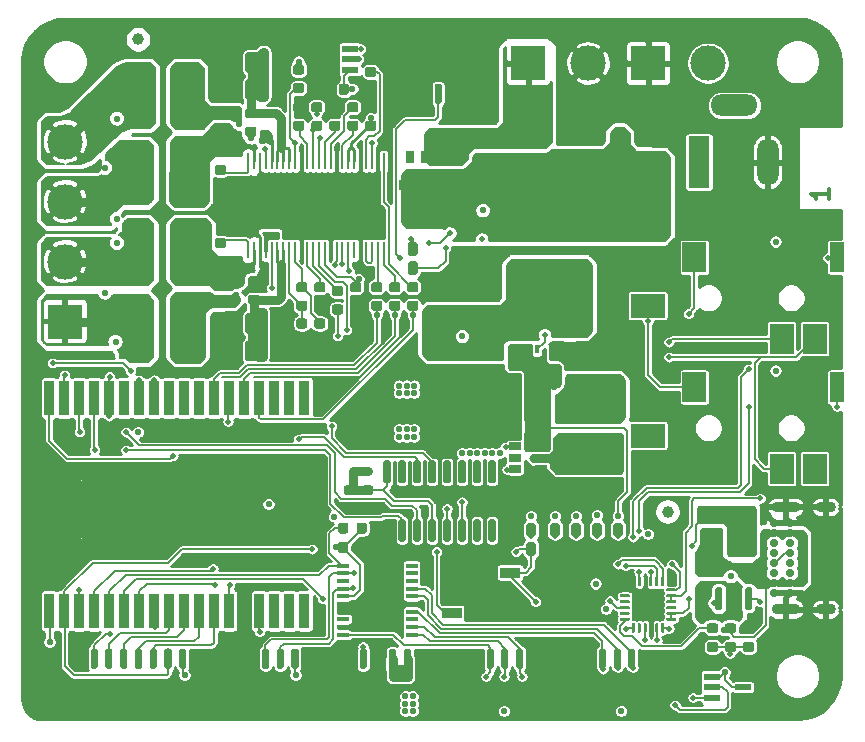
<source format=gbr>
G04 #@! TF.GenerationSoftware,KiCad,Pcbnew,(5.1.9)-1*
G04 #@! TF.CreationDate,2021-01-16T17:43:42+01:00*
G04 #@! TF.ProjectId,musical-box,6d757369-6361-46c2-9d62-6f782e6b6963,rev?*
G04 #@! TF.SameCoordinates,Original*
G04 #@! TF.FileFunction,Copper,L1,Top*
G04 #@! TF.FilePolarity,Positive*
%FSLAX46Y46*%
G04 Gerber Fmt 4.6, Leading zero omitted, Abs format (unit mm)*
G04 Created by KiCad (PCBNEW (5.1.9)-1) date 2021-01-16 17:43:42*
%MOMM*%
%LPD*%
G01*
G04 APERTURE LIST*
G04 #@! TA.AperFunction,NonConductor*
%ADD10C,0.304800*%
G04 #@! TD*
G04 #@! TA.AperFunction,SMDPad,CuDef*
%ADD11R,2.000000X2.500000*%
G04 #@! TD*
G04 #@! TA.AperFunction,SMDPad,CuDef*
%ADD12R,2.900000X2.000000*%
G04 #@! TD*
G04 #@! TA.AperFunction,SMDPad,CuDef*
%ADD13R,1.200000X2.500000*%
G04 #@! TD*
G04 #@! TA.AperFunction,ComponentPad*
%ADD14C,0.600000*%
G04 #@! TD*
G04 #@! TA.AperFunction,SMDPad,CuDef*
%ADD15R,0.270000X1.461200*%
G04 #@! TD*
G04 #@! TA.AperFunction,SMDPad,CuDef*
%ADD16R,9.000000X3.900000*%
G04 #@! TD*
G04 #@! TA.AperFunction,ComponentPad*
%ADD17C,0.800000*%
G04 #@! TD*
G04 #@! TA.AperFunction,SMDPad,CuDef*
%ADD18R,5.000000X5.000000*%
G04 #@! TD*
G04 #@! TA.AperFunction,SMDPad,CuDef*
%ADD19R,0.900000X3.000000*%
G04 #@! TD*
G04 #@! TA.AperFunction,SMDPad,CuDef*
%ADD20C,0.100000*%
G04 #@! TD*
G04 #@! TA.AperFunction,SMDPad,CuDef*
%ADD21R,0.350000X0.800000*%
G04 #@! TD*
G04 #@! TA.AperFunction,ComponentPad*
%ADD22C,3.000000*%
G04 #@! TD*
G04 #@! TA.AperFunction,ComponentPad*
%ADD23R,3.000000X3.000000*%
G04 #@! TD*
G04 #@! TA.AperFunction,SMDPad,CuDef*
%ADD24C,1.000000*%
G04 #@! TD*
G04 #@! TA.AperFunction,SMDPad,CuDef*
%ADD25R,1.700000X0.900000*%
G04 #@! TD*
G04 #@! TA.AperFunction,SMDPad,CuDef*
%ADD26R,1.432000X0.622000*%
G04 #@! TD*
G04 #@! TA.AperFunction,SMDPad,CuDef*
%ADD27R,1.432000X0.500000*%
G04 #@! TD*
G04 #@! TA.AperFunction,ComponentPad*
%ADD28O,1.700000X0.900000*%
G04 #@! TD*
G04 #@! TA.AperFunction,ComponentPad*
%ADD29O,2.400000X0.900000*%
G04 #@! TD*
G04 #@! TA.AperFunction,ComponentPad*
%ADD30C,0.700000*%
G04 #@! TD*
G04 #@! TA.AperFunction,SMDPad,CuDef*
%ADD31R,0.750000X4.530000*%
G04 #@! TD*
G04 #@! TA.AperFunction,SMDPad,CuDef*
%ADD32R,5.550000X0.905000*%
G04 #@! TD*
G04 #@! TA.AperFunction,SMDPad,CuDef*
%ADD33R,3.060000X4.055000*%
G04 #@! TD*
G04 #@! TA.AperFunction,SMDPad,CuDef*
%ADD34R,0.750000X1.000000*%
G04 #@! TD*
G04 #@! TA.AperFunction,SMDPad,CuDef*
%ADD35R,5.400000X2.900000*%
G04 #@! TD*
G04 #@! TA.AperFunction,SMDPad,CuDef*
%ADD36R,2.350000X5.100000*%
G04 #@! TD*
G04 #@! TA.AperFunction,SMDPad,CuDef*
%ADD37R,1.000000X0.400000*%
G04 #@! TD*
G04 #@! TA.AperFunction,SMDPad,CuDef*
%ADD38R,1.060000X0.650000*%
G04 #@! TD*
G04 #@! TA.AperFunction,SMDPad,CuDef*
%ADD39R,2.700000X2.700000*%
G04 #@! TD*
G04 #@! TA.AperFunction,SMDPad,CuDef*
%ADD40R,5.700000X1.600000*%
G04 #@! TD*
G04 #@! TA.AperFunction,ComponentPad*
%ADD41R,1.800000X4.400000*%
G04 #@! TD*
G04 #@! TA.AperFunction,ComponentPad*
%ADD42O,1.800000X4.000000*%
G04 #@! TD*
G04 #@! TA.AperFunction,ComponentPad*
%ADD43O,4.000000X1.800000*%
G04 #@! TD*
G04 #@! TA.AperFunction,ViaPad*
%ADD44C,0.560000*%
G04 #@! TD*
G04 #@! TA.AperFunction,ViaPad*
%ADD45C,0.460000*%
G04 #@! TD*
G04 #@! TA.AperFunction,Conductor*
%ADD46C,0.254000*%
G04 #@! TD*
G04 #@! TA.AperFunction,Conductor*
%ADD47C,0.150000*%
G04 #@! TD*
G04 #@! TA.AperFunction,Conductor*
%ADD48C,0.200000*%
G04 #@! TD*
G04 #@! TA.AperFunction,Conductor*
%ADD49C,0.508000*%
G04 #@! TD*
G04 #@! TA.AperFunction,Conductor*
%ADD50C,0.762000*%
G04 #@! TD*
G04 #@! TA.AperFunction,Conductor*
%ADD51C,0.800000*%
G04 #@! TD*
G04 #@! TA.AperFunction,Conductor*
%ADD52C,0.100000*%
G04 #@! TD*
G04 APERTURE END LIST*
D10*
X418689428Y-139764571D02*
X418689428Y-140635428D01*
X418689428Y-140200000D02*
X417165428Y-140200000D01*
X417383142Y-140345142D01*
X417528285Y-140490285D01*
X417600857Y-140635428D01*
G04 #@! TA.AperFunction,SMDPad,CuDef*
G36*
G01*
X373493000Y-134065000D02*
X374043000Y-134065000D01*
G75*
G02*
X374243000Y-134265000I0J-200000D01*
G01*
X374243000Y-134665000D01*
G75*
G02*
X374043000Y-134865000I-200000J0D01*
G01*
X373493000Y-134865000D01*
G75*
G02*
X373293000Y-134665000I0J200000D01*
G01*
X373293000Y-134265000D01*
G75*
G02*
X373493000Y-134065000I200000J0D01*
G01*
G37*
G04 #@! TD.AperFunction*
G04 #@! TA.AperFunction,SMDPad,CuDef*
G36*
G01*
X373493000Y-132415000D02*
X374043000Y-132415000D01*
G75*
G02*
X374243000Y-132615000I0J-200000D01*
G01*
X374243000Y-133015000D01*
G75*
G02*
X374043000Y-133215000I-200000J0D01*
G01*
X373493000Y-133215000D01*
G75*
G02*
X373293000Y-133015000I0J200000D01*
G01*
X373293000Y-132615000D01*
G75*
G02*
X373493000Y-132415000I200000J0D01*
G01*
G37*
G04 #@! TD.AperFunction*
D11*
X417451600Y-163450000D03*
X407251600Y-156550000D03*
D12*
X403301600Y-160650000D03*
D11*
X414651600Y-163450000D03*
X416451600Y-156550000D03*
D13*
X419351600Y-156550000D03*
D11*
X417451600Y-152450000D03*
X407251600Y-145550000D03*
D12*
X403301600Y-149650000D03*
D11*
X414651600Y-152450000D03*
X416451600Y-145550000D03*
D13*
X419351600Y-145550000D03*
D14*
X379115800Y-141196500D03*
X379115800Y-142496500D03*
X379115800Y-139896500D03*
X377815800Y-141196500D03*
X377815800Y-142496500D03*
X377815800Y-139896500D03*
X376515800Y-141196500D03*
X376515800Y-142496500D03*
X376515800Y-139896500D03*
X375215800Y-141196500D03*
X375215800Y-142496500D03*
X375215800Y-139896500D03*
X373915800Y-141196500D03*
X373915800Y-142496500D03*
X373915800Y-139896500D03*
X372615800Y-141196500D03*
X372615800Y-142496500D03*
X372615800Y-139896500D03*
D15*
X369465801Y-144971501D03*
X369965800Y-144971501D03*
X370465799Y-144971501D03*
X370965801Y-144971501D03*
X371465800Y-144971501D03*
X371965799Y-144971501D03*
X372465800Y-144971501D03*
X372965799Y-144971501D03*
X373465801Y-144971501D03*
X373965800Y-144971501D03*
X374465799Y-144971501D03*
X374965800Y-144971501D03*
X375465800Y-144971501D03*
X375965801Y-144971501D03*
X376465800Y-144971501D03*
X376965799Y-144971501D03*
X377465801Y-144971501D03*
X377965800Y-144971501D03*
X378465801Y-144971501D03*
X378965800Y-144971501D03*
X379465799Y-144971501D03*
X379965801Y-144971501D03*
X380465800Y-144971501D03*
X380965801Y-144971501D03*
X380965799Y-137421499D03*
X380465800Y-137421499D03*
X379965801Y-137421499D03*
X379465799Y-137421499D03*
X378965800Y-137421499D03*
X378465799Y-137421499D03*
X377965800Y-137421499D03*
X377465801Y-137421499D03*
X376965799Y-137421499D03*
X376465800Y-137421499D03*
X375965798Y-137421499D03*
X375465800Y-137421499D03*
X374965800Y-137421499D03*
X374465799Y-137421499D03*
X373965800Y-137421499D03*
X373465801Y-137421499D03*
X372965799Y-137421499D03*
X372465800Y-137421499D03*
X371965799Y-137421499D03*
X371465800Y-137421499D03*
X370965801Y-137421499D03*
X370465799Y-137421499D03*
X369965800Y-137421499D03*
X369465799Y-137421499D03*
D16*
X375215800Y-141196500D03*
D14*
X371315800Y-142496500D03*
X371315800Y-141196500D03*
X371315800Y-139896500D03*
D17*
X357567000Y-166304000D03*
X360167000Y-166304000D03*
X358867000Y-166304000D03*
X356267000Y-166304000D03*
X358867000Y-165004000D03*
X357567000Y-165004000D03*
X360167000Y-165004000D03*
X356267000Y-165004000D03*
X357567000Y-167604000D03*
X360167000Y-167604000D03*
X358867000Y-167604000D03*
X356267000Y-167604000D03*
X360167000Y-168904000D03*
X358867000Y-168904000D03*
X357567000Y-168904000D03*
X356267000Y-168904000D03*
D18*
X358277000Y-166904000D03*
D19*
X351357000Y-175504000D03*
X352627000Y-175504000D03*
X353897000Y-175504000D03*
X355167000Y-175504000D03*
X356437000Y-175504000D03*
X357707000Y-175504000D03*
X358977000Y-175504000D03*
X360247000Y-175504000D03*
X361517000Y-175504000D03*
X362787000Y-175504000D03*
X364057000Y-175504000D03*
X365327000Y-175504000D03*
X366597000Y-175504000D03*
X367867000Y-175504000D03*
X369167000Y-175504000D03*
X370437000Y-175504000D03*
X371707000Y-175504000D03*
X372977000Y-175504000D03*
X374247000Y-175504000D03*
X374247000Y-157504000D03*
X372977000Y-157504000D03*
X371707000Y-157504000D03*
X370437000Y-157504000D03*
X369167000Y-157504000D03*
X367867000Y-157474000D03*
X366597000Y-157474000D03*
X365327000Y-157474000D03*
X364057000Y-157474000D03*
X362787000Y-157474000D03*
X361517000Y-157474000D03*
X360247000Y-157474000D03*
X358977000Y-157474000D03*
X357707000Y-157474000D03*
X356437000Y-157474000D03*
X355167000Y-157474000D03*
X353897000Y-157474000D03*
X352627000Y-157474000D03*
X351357000Y-157474000D03*
G04 #@! TA.AperFunction,SMDPad,CuDef*
D20*
G36*
X392096000Y-150715000D02*
G01*
X392096000Y-151065000D01*
X392416000Y-151065000D01*
X392416000Y-150715000D01*
X392766000Y-150715000D01*
X392766000Y-151065000D01*
X393086000Y-151065000D01*
X393086000Y-150715000D01*
X393436000Y-150715000D01*
X393436000Y-151065000D01*
X393756000Y-151065000D01*
X393756000Y-150715000D01*
X394106000Y-150715000D01*
X394106000Y-152615000D01*
X391746000Y-152615000D01*
X391746000Y-150715000D01*
X392096000Y-150715000D01*
G37*
G04 #@! TD.AperFunction*
G04 #@! TA.AperFunction,SMDPad,CuDef*
G36*
X393431000Y-152965000D02*
G01*
X393431000Y-153765000D01*
X393081000Y-153765000D01*
X393081000Y-153415000D01*
X392761000Y-153415000D01*
X392761000Y-153765000D01*
X392411000Y-153765000D01*
X392411000Y-153415000D01*
X392091000Y-153415000D01*
X392091000Y-153765000D01*
X391751000Y-153765000D01*
X391751000Y-152965000D01*
X393431000Y-152965000D01*
G37*
G04 #@! TD.AperFunction*
D21*
X393931000Y-153365000D03*
G04 #@! TA.AperFunction,SMDPad,CuDef*
G36*
G01*
X388170000Y-129505000D02*
X388170000Y-127205000D01*
G75*
G02*
X388420000Y-126955000I250000J0D01*
G01*
X388920000Y-126955000D01*
G75*
G02*
X389170000Y-127205000I0J-250000D01*
G01*
X389170000Y-129505000D01*
G75*
G02*
X388920000Y-129755000I-250000J0D01*
G01*
X388420000Y-129755000D01*
G75*
G02*
X388170000Y-129505000I0J250000D01*
G01*
G37*
G04 #@! TD.AperFunction*
G04 #@! TA.AperFunction,SMDPad,CuDef*
G36*
G01*
X383220000Y-129505000D02*
X383220000Y-127205000D01*
G75*
G02*
X383470000Y-126955000I250000J0D01*
G01*
X383970000Y-126955000D01*
G75*
G02*
X384220000Y-127205000I0J-250000D01*
G01*
X384220000Y-129505000D01*
G75*
G02*
X383970000Y-129755000I-250000J0D01*
G01*
X383470000Y-129755000D01*
G75*
G02*
X383220000Y-129505000I0J250000D01*
G01*
G37*
G04 #@! TD.AperFunction*
G04 #@! TA.AperFunction,SMDPad,CuDef*
G36*
G01*
X386520000Y-132405000D02*
X386520000Y-131005000D01*
G75*
G02*
X386670000Y-130855000I150000J0D01*
G01*
X386970000Y-130855000D01*
G75*
G02*
X387120000Y-131005000I0J-150000D01*
G01*
X387120000Y-132405000D01*
G75*
G02*
X386970000Y-132555000I-150000J0D01*
G01*
X386670000Y-132555000D01*
G75*
G02*
X386520000Y-132405000I0J150000D01*
G01*
G37*
G04 #@! TD.AperFunction*
G04 #@! TA.AperFunction,SMDPad,CuDef*
G36*
G01*
X385270000Y-132405000D02*
X385270000Y-131005000D01*
G75*
G02*
X385420000Y-130855000I150000J0D01*
G01*
X385720000Y-130855000D01*
G75*
G02*
X385870000Y-131005000I0J-150000D01*
G01*
X385870000Y-132405000D01*
G75*
G02*
X385720000Y-132555000I-150000J0D01*
G01*
X385420000Y-132555000D01*
G75*
G02*
X385270000Y-132405000I0J150000D01*
G01*
G37*
G04 #@! TD.AperFunction*
D22*
X398260000Y-129120000D03*
D23*
X393180000Y-129120000D03*
G04 #@! TA.AperFunction,SMDPad,CuDef*
G36*
G01*
X383625500Y-145469000D02*
X383200500Y-145469000D01*
G75*
G02*
X382988000Y-145256500I0J212500D01*
G01*
X382988000Y-144456500D01*
G75*
G02*
X383200500Y-144244000I212500J0D01*
G01*
X383625500Y-144244000D01*
G75*
G02*
X383838000Y-144456500I0J-212500D01*
G01*
X383838000Y-145256500D01*
G75*
G02*
X383625500Y-145469000I-212500J0D01*
G01*
G37*
G04 #@! TD.AperFunction*
G04 #@! TA.AperFunction,SMDPad,CuDef*
G36*
G01*
X383625500Y-147094000D02*
X383200500Y-147094000D01*
G75*
G02*
X382988000Y-146881500I0J212500D01*
G01*
X382988000Y-146081500D01*
G75*
G02*
X383200500Y-145869000I212500J0D01*
G01*
X383625500Y-145869000D01*
G75*
G02*
X383838000Y-146081500I0J-212500D01*
G01*
X383838000Y-146881500D01*
G75*
G02*
X383625500Y-147094000I-212500J0D01*
G01*
G37*
G04 #@! TD.AperFunction*
G04 #@! TA.AperFunction,SMDPad,CuDef*
G36*
G01*
X384814000Y-158044000D02*
X386814000Y-158044000D01*
G75*
G02*
X387064000Y-158294000I0J-250000D01*
G01*
X387064000Y-161794000D01*
G75*
G02*
X386814000Y-162044000I-250000J0D01*
G01*
X384814000Y-162044000D01*
G75*
G02*
X384564000Y-161794000I0J250000D01*
G01*
X384564000Y-158294000D01*
G75*
G02*
X384814000Y-158044000I250000J0D01*
G01*
G37*
G04 #@! TD.AperFunction*
G04 #@! TA.AperFunction,SMDPad,CuDef*
G36*
G01*
X384814000Y-150044000D02*
X386814000Y-150044000D01*
G75*
G02*
X387064000Y-150294000I0J-250000D01*
G01*
X387064000Y-153794000D01*
G75*
G02*
X386814000Y-154044000I-250000J0D01*
G01*
X384814000Y-154044000D01*
G75*
G02*
X384564000Y-153794000I0J250000D01*
G01*
X384564000Y-150294000D01*
G75*
G02*
X384814000Y-150044000I250000J0D01*
G01*
G37*
G04 #@! TD.AperFunction*
G04 #@! TA.AperFunction,SMDPad,CuDef*
G36*
G01*
X393403000Y-160110250D02*
X393403000Y-159597750D01*
G75*
G02*
X393621750Y-159379000I218750J0D01*
G01*
X394059250Y-159379000D01*
G75*
G02*
X394278000Y-159597750I0J-218750D01*
G01*
X394278000Y-160110250D01*
G75*
G02*
X394059250Y-160329000I-218750J0D01*
G01*
X393621750Y-160329000D01*
G75*
G02*
X393403000Y-160110250I0J218750D01*
G01*
G37*
G04 #@! TD.AperFunction*
G04 #@! TA.AperFunction,SMDPad,CuDef*
G36*
G01*
X391828000Y-160110250D02*
X391828000Y-159597750D01*
G75*
G02*
X392046750Y-159379000I218750J0D01*
G01*
X392484250Y-159379000D01*
G75*
G02*
X392703000Y-159597750I0J-218750D01*
G01*
X392703000Y-160110250D01*
G75*
G02*
X392484250Y-160329000I-218750J0D01*
G01*
X392046750Y-160329000D01*
G75*
G02*
X391828000Y-160110250I0J218750D01*
G01*
G37*
G04 #@! TD.AperFunction*
D24*
X400927000Y-156044000D03*
G04 #@! TA.AperFunction,SMDPad,CuDef*
G36*
G01*
X393503000Y-158551000D02*
X393503000Y-157601000D01*
G75*
G02*
X393753000Y-157351000I250000J0D01*
G01*
X394253000Y-157351000D01*
G75*
G02*
X394503000Y-157601000I0J-250000D01*
G01*
X394503000Y-158551000D01*
G75*
G02*
X394253000Y-158801000I-250000J0D01*
G01*
X393753000Y-158801000D01*
G75*
G02*
X393503000Y-158551000I0J250000D01*
G01*
G37*
G04 #@! TD.AperFunction*
G04 #@! TA.AperFunction,SMDPad,CuDef*
G36*
G01*
X391603000Y-158551000D02*
X391603000Y-157601000D01*
G75*
G02*
X391853000Y-157351000I250000J0D01*
G01*
X392353000Y-157351000D01*
G75*
G02*
X392603000Y-157601000I0J-250000D01*
G01*
X392603000Y-158551000D01*
G75*
G02*
X392353000Y-158801000I-250000J0D01*
G01*
X391853000Y-158801000D01*
G75*
G02*
X391603000Y-158551000I0J250000D01*
G01*
G37*
G04 #@! TD.AperFunction*
G04 #@! TA.AperFunction,SMDPad,CuDef*
G36*
G01*
X393503000Y-156519000D02*
X393503000Y-155569000D01*
G75*
G02*
X393753000Y-155319000I250000J0D01*
G01*
X394253000Y-155319000D01*
G75*
G02*
X394503000Y-155569000I0J-250000D01*
G01*
X394503000Y-156519000D01*
G75*
G02*
X394253000Y-156769000I-250000J0D01*
G01*
X393753000Y-156769000D01*
G75*
G02*
X393503000Y-156519000I0J250000D01*
G01*
G37*
G04 #@! TD.AperFunction*
G04 #@! TA.AperFunction,SMDPad,CuDef*
G36*
G01*
X391603000Y-156519000D02*
X391603000Y-155569000D01*
G75*
G02*
X391853000Y-155319000I250000J0D01*
G01*
X392353000Y-155319000D01*
G75*
G02*
X392603000Y-155569000I0J-250000D01*
G01*
X392603000Y-156519000D01*
G75*
G02*
X392353000Y-156769000I-250000J0D01*
G01*
X391853000Y-156769000D01*
G75*
G02*
X391603000Y-156519000I0J250000D01*
G01*
G37*
G04 #@! TD.AperFunction*
G04 #@! TA.AperFunction,SMDPad,CuDef*
G36*
G01*
X395678500Y-169242500D02*
X395253500Y-169242500D01*
G75*
G02*
X395041000Y-169030000I0J212500D01*
G01*
X395041000Y-168230000D01*
G75*
G02*
X395253500Y-168017500I212500J0D01*
G01*
X395678500Y-168017500D01*
G75*
G02*
X395891000Y-168230000I0J-212500D01*
G01*
X395891000Y-169030000D01*
G75*
G02*
X395678500Y-169242500I-212500J0D01*
G01*
G37*
G04 #@! TD.AperFunction*
G04 #@! TA.AperFunction,SMDPad,CuDef*
G36*
G01*
X395678500Y-170867500D02*
X395253500Y-170867500D01*
G75*
G02*
X395041000Y-170655000I0J212500D01*
G01*
X395041000Y-169855000D01*
G75*
G02*
X395253500Y-169642500I212500J0D01*
G01*
X395678500Y-169642500D01*
G75*
G02*
X395891000Y-169855000I0J-212500D01*
G01*
X395891000Y-170655000D01*
G75*
G02*
X395678500Y-170867500I-212500J0D01*
G01*
G37*
G04 #@! TD.AperFunction*
D25*
X391656000Y-172251000D03*
X391656000Y-175651000D03*
X386703000Y-175651000D03*
X386703000Y-172251000D03*
D26*
X411375000Y-181068000D03*
D27*
X411375000Y-181952000D03*
D26*
X411375000Y-182836000D03*
X408767000Y-182836000D03*
D27*
X408767000Y-181952000D03*
D26*
X408767000Y-181068000D03*
D28*
X418380000Y-166700000D03*
X418380000Y-175350000D03*
D29*
X415000000Y-166700000D03*
X415000000Y-175350000D03*
D30*
X415370000Y-170600000D03*
X415370000Y-168050000D03*
X415370000Y-168900000D03*
X415370000Y-169750000D03*
X415370000Y-174000000D03*
X415370000Y-172300000D03*
X415370000Y-171450000D03*
X415370000Y-173150000D03*
X414020000Y-168050000D03*
X414020000Y-168900000D03*
X414020000Y-169750000D03*
X414020000Y-170600000D03*
X414020000Y-171450000D03*
X414020000Y-172300000D03*
X414020000Y-173150000D03*
X414020000Y-174000000D03*
D22*
X354000000Y-135760000D03*
D23*
X354000000Y-151000000D03*
D22*
X354000000Y-140840000D03*
X354000000Y-145920000D03*
G04 #@! TA.AperFunction,SMDPad,CuDef*
G36*
G01*
X408201000Y-170507000D02*
X407901000Y-170507000D01*
G75*
G02*
X407751000Y-170357000I0J150000D01*
G01*
X407751000Y-168707000D01*
G75*
G02*
X407901000Y-168557000I150000J0D01*
G01*
X408201000Y-168557000D01*
G75*
G02*
X408351000Y-168707000I0J-150000D01*
G01*
X408351000Y-170357000D01*
G75*
G02*
X408201000Y-170507000I-150000J0D01*
G01*
G37*
G04 #@! TD.AperFunction*
G04 #@! TA.AperFunction,SMDPad,CuDef*
G36*
G01*
X409471000Y-170507000D02*
X409171000Y-170507000D01*
G75*
G02*
X409021000Y-170357000I0J150000D01*
G01*
X409021000Y-168707000D01*
G75*
G02*
X409171000Y-168557000I150000J0D01*
G01*
X409471000Y-168557000D01*
G75*
G02*
X409621000Y-168707000I0J-150000D01*
G01*
X409621000Y-170357000D01*
G75*
G02*
X409471000Y-170507000I-150000J0D01*
G01*
G37*
G04 #@! TD.AperFunction*
G04 #@! TA.AperFunction,SMDPad,CuDef*
G36*
G01*
X410741000Y-170507000D02*
X410441000Y-170507000D01*
G75*
G02*
X410291000Y-170357000I0J150000D01*
G01*
X410291000Y-168707000D01*
G75*
G02*
X410441000Y-168557000I150000J0D01*
G01*
X410741000Y-168557000D01*
G75*
G02*
X410891000Y-168707000I0J-150000D01*
G01*
X410891000Y-170357000D01*
G75*
G02*
X410741000Y-170507000I-150000J0D01*
G01*
G37*
G04 #@! TD.AperFunction*
G04 #@! TA.AperFunction,SMDPad,CuDef*
G36*
G01*
X412011000Y-170507000D02*
X411711000Y-170507000D01*
G75*
G02*
X411561000Y-170357000I0J150000D01*
G01*
X411561000Y-168707000D01*
G75*
G02*
X411711000Y-168557000I150000J0D01*
G01*
X412011000Y-168557000D01*
G75*
G02*
X412161000Y-168707000I0J-150000D01*
G01*
X412161000Y-170357000D01*
G75*
G02*
X412011000Y-170507000I-150000J0D01*
G01*
G37*
G04 #@! TD.AperFunction*
G04 #@! TA.AperFunction,SMDPad,CuDef*
G36*
G01*
X412011000Y-175457000D02*
X411711000Y-175457000D01*
G75*
G02*
X411561000Y-175307000I0J150000D01*
G01*
X411561000Y-173657000D01*
G75*
G02*
X411711000Y-173507000I150000J0D01*
G01*
X412011000Y-173507000D01*
G75*
G02*
X412161000Y-173657000I0J-150000D01*
G01*
X412161000Y-175307000D01*
G75*
G02*
X412011000Y-175457000I-150000J0D01*
G01*
G37*
G04 #@! TD.AperFunction*
G04 #@! TA.AperFunction,SMDPad,CuDef*
G36*
G01*
X410741000Y-175457000D02*
X410441000Y-175457000D01*
G75*
G02*
X410291000Y-175307000I0J150000D01*
G01*
X410291000Y-173657000D01*
G75*
G02*
X410441000Y-173507000I150000J0D01*
G01*
X410741000Y-173507000D01*
G75*
G02*
X410891000Y-173657000I0J-150000D01*
G01*
X410891000Y-175307000D01*
G75*
G02*
X410741000Y-175457000I-150000J0D01*
G01*
G37*
G04 #@! TD.AperFunction*
G04 #@! TA.AperFunction,SMDPad,CuDef*
G36*
G01*
X409471000Y-175457000D02*
X409171000Y-175457000D01*
G75*
G02*
X409021000Y-175307000I0J150000D01*
G01*
X409021000Y-173657000D01*
G75*
G02*
X409171000Y-173507000I150000J0D01*
G01*
X409471000Y-173507000D01*
G75*
G02*
X409621000Y-173657000I0J-150000D01*
G01*
X409621000Y-175307000D01*
G75*
G02*
X409471000Y-175457000I-150000J0D01*
G01*
G37*
G04 #@! TD.AperFunction*
G04 #@! TA.AperFunction,SMDPad,CuDef*
G36*
G01*
X408201000Y-175457000D02*
X407901000Y-175457000D01*
G75*
G02*
X407751000Y-175307000I0J150000D01*
G01*
X407751000Y-173657000D01*
G75*
G02*
X407901000Y-173507000I150000J0D01*
G01*
X408201000Y-173507000D01*
G75*
G02*
X408351000Y-173657000I0J-150000D01*
G01*
X408351000Y-175307000D01*
G75*
G02*
X408201000Y-175457000I-150000J0D01*
G01*
G37*
G04 #@! TD.AperFunction*
D31*
X386957000Y-140787500D03*
X383147000Y-140787500D03*
D32*
X385052000Y-139400000D03*
D33*
X385052000Y-140550000D03*
D34*
X386957000Y-137057500D03*
X383147000Y-137057500D03*
X385687000Y-137057500D03*
X384417000Y-137057500D03*
G04 #@! TA.AperFunction,SMDPad,CuDef*
G36*
G01*
X353850000Y-181750000D02*
X353850000Y-184050000D01*
G75*
G02*
X353600000Y-184300000I-250000J0D01*
G01*
X353100000Y-184300000D01*
G75*
G02*
X352850000Y-184050000I0J250000D01*
G01*
X352850000Y-181750000D01*
G75*
G02*
X353100000Y-181500000I250000J0D01*
G01*
X353600000Y-181500000D01*
G75*
G02*
X353850000Y-181750000I0J-250000D01*
G01*
G37*
G04 #@! TD.AperFunction*
G04 #@! TA.AperFunction,SMDPad,CuDef*
G36*
G01*
X366300000Y-181750000D02*
X366300000Y-184050000D01*
G75*
G02*
X366050000Y-184300000I-250000J0D01*
G01*
X365550000Y-184300000D01*
G75*
G02*
X365300000Y-184050000I0J250000D01*
G01*
X365300000Y-181750000D01*
G75*
G02*
X365550000Y-181500000I250000J0D01*
G01*
X366050000Y-181500000D01*
G75*
G02*
X366300000Y-181750000I0J-250000D01*
G01*
G37*
G04 #@! TD.AperFunction*
G04 #@! TA.AperFunction,SMDPad,CuDef*
G36*
G01*
X355500000Y-178850000D02*
X355500000Y-180250000D01*
G75*
G02*
X355350000Y-180400000I-150000J0D01*
G01*
X355050000Y-180400000D01*
G75*
G02*
X354900000Y-180250000I0J150000D01*
G01*
X354900000Y-178850000D01*
G75*
G02*
X355050000Y-178700000I150000J0D01*
G01*
X355350000Y-178700000D01*
G75*
G02*
X355500000Y-178850000I0J-150000D01*
G01*
G37*
G04 #@! TD.AperFunction*
G04 #@! TA.AperFunction,SMDPad,CuDef*
G36*
G01*
X356750000Y-178850000D02*
X356750000Y-180250000D01*
G75*
G02*
X356600000Y-180400000I-150000J0D01*
G01*
X356300000Y-180400000D01*
G75*
G02*
X356150000Y-180250000I0J150000D01*
G01*
X356150000Y-178850000D01*
G75*
G02*
X356300000Y-178700000I150000J0D01*
G01*
X356600000Y-178700000D01*
G75*
G02*
X356750000Y-178850000I0J-150000D01*
G01*
G37*
G04 #@! TD.AperFunction*
G04 #@! TA.AperFunction,SMDPad,CuDef*
G36*
G01*
X358000000Y-178850000D02*
X358000000Y-180250000D01*
G75*
G02*
X357850000Y-180400000I-150000J0D01*
G01*
X357550000Y-180400000D01*
G75*
G02*
X357400000Y-180250000I0J150000D01*
G01*
X357400000Y-178850000D01*
G75*
G02*
X357550000Y-178700000I150000J0D01*
G01*
X357850000Y-178700000D01*
G75*
G02*
X358000000Y-178850000I0J-150000D01*
G01*
G37*
G04 #@! TD.AperFunction*
G04 #@! TA.AperFunction,SMDPad,CuDef*
G36*
G01*
X359250000Y-178850000D02*
X359250000Y-180250000D01*
G75*
G02*
X359100000Y-180400000I-150000J0D01*
G01*
X358800000Y-180400000D01*
G75*
G02*
X358650000Y-180250000I0J150000D01*
G01*
X358650000Y-178850000D01*
G75*
G02*
X358800000Y-178700000I150000J0D01*
G01*
X359100000Y-178700000D01*
G75*
G02*
X359250000Y-178850000I0J-150000D01*
G01*
G37*
G04 #@! TD.AperFunction*
G04 #@! TA.AperFunction,SMDPad,CuDef*
G36*
G01*
X360500000Y-178850000D02*
X360500000Y-180250000D01*
G75*
G02*
X360350000Y-180400000I-150000J0D01*
G01*
X360050000Y-180400000D01*
G75*
G02*
X359900000Y-180250000I0J150000D01*
G01*
X359900000Y-178850000D01*
G75*
G02*
X360050000Y-178700000I150000J0D01*
G01*
X360350000Y-178700000D01*
G75*
G02*
X360500000Y-178850000I0J-150000D01*
G01*
G37*
G04 #@! TD.AperFunction*
G04 #@! TA.AperFunction,SMDPad,CuDef*
G36*
G01*
X361750000Y-178850000D02*
X361750000Y-180250000D01*
G75*
G02*
X361600000Y-180400000I-150000J0D01*
G01*
X361300000Y-180400000D01*
G75*
G02*
X361150000Y-180250000I0J150000D01*
G01*
X361150000Y-178850000D01*
G75*
G02*
X361300000Y-178700000I150000J0D01*
G01*
X361600000Y-178700000D01*
G75*
G02*
X361750000Y-178850000I0J-150000D01*
G01*
G37*
G04 #@! TD.AperFunction*
G04 #@! TA.AperFunction,SMDPad,CuDef*
G36*
G01*
X363000000Y-178850000D02*
X363000000Y-180250000D01*
G75*
G02*
X362850000Y-180400000I-150000J0D01*
G01*
X362550000Y-180400000D01*
G75*
G02*
X362400000Y-180250000I0J150000D01*
G01*
X362400000Y-178850000D01*
G75*
G02*
X362550000Y-178700000I150000J0D01*
G01*
X362850000Y-178700000D01*
G75*
G02*
X363000000Y-178850000I0J-150000D01*
G01*
G37*
G04 #@! TD.AperFunction*
G04 #@! TA.AperFunction,SMDPad,CuDef*
G36*
G01*
X364250000Y-178850000D02*
X364250000Y-180250000D01*
G75*
G02*
X364100000Y-180400000I-150000J0D01*
G01*
X363800000Y-180400000D01*
G75*
G02*
X363650000Y-180250000I0J150000D01*
G01*
X363650000Y-178850000D01*
G75*
G02*
X363800000Y-178700000I150000J0D01*
G01*
X364100000Y-178700000D01*
G75*
G02*
X364250000Y-178850000I0J-150000D01*
G01*
G37*
G04 #@! TD.AperFunction*
D26*
X375493000Y-129672500D03*
D27*
X375493000Y-128788500D03*
D26*
X375493000Y-127904500D03*
X378101000Y-127904500D03*
D27*
X378101000Y-128788500D03*
D26*
X378101000Y-129672500D03*
D35*
X394831000Y-148548000D03*
X394831000Y-138648000D03*
D36*
X360117000Y-131846000D03*
X364267000Y-131846000D03*
X360117000Y-138450000D03*
X364267000Y-138450000D03*
X360125000Y-145000000D03*
X364275000Y-145000000D03*
X360117000Y-151600000D03*
X364267000Y-151600000D03*
D37*
X383326000Y-171661000D03*
X383326000Y-172311000D03*
X383326000Y-172961000D03*
X383326000Y-173611000D03*
X383326000Y-174261000D03*
X383326000Y-174911000D03*
X383326000Y-175561000D03*
X383326000Y-176211000D03*
X383326000Y-176861000D03*
X383326000Y-177511000D03*
X377526000Y-177511000D03*
X377526000Y-176861000D03*
X377526000Y-176211000D03*
X377526000Y-175561000D03*
X377526000Y-174911000D03*
X377526000Y-174261000D03*
X377526000Y-173611000D03*
X377526000Y-172961000D03*
X377526000Y-172311000D03*
X377526000Y-171661000D03*
G04 #@! TA.AperFunction,SMDPad,CuDef*
G36*
G01*
X381392000Y-164704000D02*
X381092000Y-164704000D01*
G75*
G02*
X380942000Y-164554000I0J150000D01*
G01*
X380942000Y-162904000D01*
G75*
G02*
X381092000Y-162754000I150000J0D01*
G01*
X381392000Y-162754000D01*
G75*
G02*
X381542000Y-162904000I0J-150000D01*
G01*
X381542000Y-164554000D01*
G75*
G02*
X381392000Y-164704000I-150000J0D01*
G01*
G37*
G04 #@! TD.AperFunction*
G04 #@! TA.AperFunction,SMDPad,CuDef*
G36*
G01*
X382662000Y-164704000D02*
X382362000Y-164704000D01*
G75*
G02*
X382212000Y-164554000I0J150000D01*
G01*
X382212000Y-162904000D01*
G75*
G02*
X382362000Y-162754000I150000J0D01*
G01*
X382662000Y-162754000D01*
G75*
G02*
X382812000Y-162904000I0J-150000D01*
G01*
X382812000Y-164554000D01*
G75*
G02*
X382662000Y-164704000I-150000J0D01*
G01*
G37*
G04 #@! TD.AperFunction*
G04 #@! TA.AperFunction,SMDPad,CuDef*
G36*
G01*
X383932000Y-164704000D02*
X383632000Y-164704000D01*
G75*
G02*
X383482000Y-164554000I0J150000D01*
G01*
X383482000Y-162904000D01*
G75*
G02*
X383632000Y-162754000I150000J0D01*
G01*
X383932000Y-162754000D01*
G75*
G02*
X384082000Y-162904000I0J-150000D01*
G01*
X384082000Y-164554000D01*
G75*
G02*
X383932000Y-164704000I-150000J0D01*
G01*
G37*
G04 #@! TD.AperFunction*
G04 #@! TA.AperFunction,SMDPad,CuDef*
G36*
G01*
X385202000Y-164704000D02*
X384902000Y-164704000D01*
G75*
G02*
X384752000Y-164554000I0J150000D01*
G01*
X384752000Y-162904000D01*
G75*
G02*
X384902000Y-162754000I150000J0D01*
G01*
X385202000Y-162754000D01*
G75*
G02*
X385352000Y-162904000I0J-150000D01*
G01*
X385352000Y-164554000D01*
G75*
G02*
X385202000Y-164704000I-150000J0D01*
G01*
G37*
G04 #@! TD.AperFunction*
G04 #@! TA.AperFunction,SMDPad,CuDef*
G36*
G01*
X386472000Y-164704000D02*
X386172000Y-164704000D01*
G75*
G02*
X386022000Y-164554000I0J150000D01*
G01*
X386022000Y-162904000D01*
G75*
G02*
X386172000Y-162754000I150000J0D01*
G01*
X386472000Y-162754000D01*
G75*
G02*
X386622000Y-162904000I0J-150000D01*
G01*
X386622000Y-164554000D01*
G75*
G02*
X386472000Y-164704000I-150000J0D01*
G01*
G37*
G04 #@! TD.AperFunction*
G04 #@! TA.AperFunction,SMDPad,CuDef*
G36*
G01*
X387742000Y-164704000D02*
X387442000Y-164704000D01*
G75*
G02*
X387292000Y-164554000I0J150000D01*
G01*
X387292000Y-162904000D01*
G75*
G02*
X387442000Y-162754000I150000J0D01*
G01*
X387742000Y-162754000D01*
G75*
G02*
X387892000Y-162904000I0J-150000D01*
G01*
X387892000Y-164554000D01*
G75*
G02*
X387742000Y-164704000I-150000J0D01*
G01*
G37*
G04 #@! TD.AperFunction*
G04 #@! TA.AperFunction,SMDPad,CuDef*
G36*
G01*
X389012000Y-164704000D02*
X388712000Y-164704000D01*
G75*
G02*
X388562000Y-164554000I0J150000D01*
G01*
X388562000Y-162904000D01*
G75*
G02*
X388712000Y-162754000I150000J0D01*
G01*
X389012000Y-162754000D01*
G75*
G02*
X389162000Y-162904000I0J-150000D01*
G01*
X389162000Y-164554000D01*
G75*
G02*
X389012000Y-164704000I-150000J0D01*
G01*
G37*
G04 #@! TD.AperFunction*
G04 #@! TA.AperFunction,SMDPad,CuDef*
G36*
G01*
X390282000Y-164704000D02*
X389982000Y-164704000D01*
G75*
G02*
X389832000Y-164554000I0J150000D01*
G01*
X389832000Y-162904000D01*
G75*
G02*
X389982000Y-162754000I150000J0D01*
G01*
X390282000Y-162754000D01*
G75*
G02*
X390432000Y-162904000I0J-150000D01*
G01*
X390432000Y-164554000D01*
G75*
G02*
X390282000Y-164704000I-150000J0D01*
G01*
G37*
G04 #@! TD.AperFunction*
G04 #@! TA.AperFunction,SMDPad,CuDef*
G36*
G01*
X390282000Y-169654000D02*
X389982000Y-169654000D01*
G75*
G02*
X389832000Y-169504000I0J150000D01*
G01*
X389832000Y-167854000D01*
G75*
G02*
X389982000Y-167704000I150000J0D01*
G01*
X390282000Y-167704000D01*
G75*
G02*
X390432000Y-167854000I0J-150000D01*
G01*
X390432000Y-169504000D01*
G75*
G02*
X390282000Y-169654000I-150000J0D01*
G01*
G37*
G04 #@! TD.AperFunction*
G04 #@! TA.AperFunction,SMDPad,CuDef*
G36*
G01*
X389012000Y-169654000D02*
X388712000Y-169654000D01*
G75*
G02*
X388562000Y-169504000I0J150000D01*
G01*
X388562000Y-167854000D01*
G75*
G02*
X388712000Y-167704000I150000J0D01*
G01*
X389012000Y-167704000D01*
G75*
G02*
X389162000Y-167854000I0J-150000D01*
G01*
X389162000Y-169504000D01*
G75*
G02*
X389012000Y-169654000I-150000J0D01*
G01*
G37*
G04 #@! TD.AperFunction*
G04 #@! TA.AperFunction,SMDPad,CuDef*
G36*
G01*
X387742000Y-169654000D02*
X387442000Y-169654000D01*
G75*
G02*
X387292000Y-169504000I0J150000D01*
G01*
X387292000Y-167854000D01*
G75*
G02*
X387442000Y-167704000I150000J0D01*
G01*
X387742000Y-167704000D01*
G75*
G02*
X387892000Y-167854000I0J-150000D01*
G01*
X387892000Y-169504000D01*
G75*
G02*
X387742000Y-169654000I-150000J0D01*
G01*
G37*
G04 #@! TD.AperFunction*
G04 #@! TA.AperFunction,SMDPad,CuDef*
G36*
G01*
X386472000Y-169654000D02*
X386172000Y-169654000D01*
G75*
G02*
X386022000Y-169504000I0J150000D01*
G01*
X386022000Y-167854000D01*
G75*
G02*
X386172000Y-167704000I150000J0D01*
G01*
X386472000Y-167704000D01*
G75*
G02*
X386622000Y-167854000I0J-150000D01*
G01*
X386622000Y-169504000D01*
G75*
G02*
X386472000Y-169654000I-150000J0D01*
G01*
G37*
G04 #@! TD.AperFunction*
G04 #@! TA.AperFunction,SMDPad,CuDef*
G36*
G01*
X385202000Y-169654000D02*
X384902000Y-169654000D01*
G75*
G02*
X384752000Y-169504000I0J150000D01*
G01*
X384752000Y-167854000D01*
G75*
G02*
X384902000Y-167704000I150000J0D01*
G01*
X385202000Y-167704000D01*
G75*
G02*
X385352000Y-167854000I0J-150000D01*
G01*
X385352000Y-169504000D01*
G75*
G02*
X385202000Y-169654000I-150000J0D01*
G01*
G37*
G04 #@! TD.AperFunction*
G04 #@! TA.AperFunction,SMDPad,CuDef*
G36*
G01*
X383932000Y-169654000D02*
X383632000Y-169654000D01*
G75*
G02*
X383482000Y-169504000I0J150000D01*
G01*
X383482000Y-167854000D01*
G75*
G02*
X383632000Y-167704000I150000J0D01*
G01*
X383932000Y-167704000D01*
G75*
G02*
X384082000Y-167854000I0J-150000D01*
G01*
X384082000Y-169504000D01*
G75*
G02*
X383932000Y-169654000I-150000J0D01*
G01*
G37*
G04 #@! TD.AperFunction*
G04 #@! TA.AperFunction,SMDPad,CuDef*
G36*
G01*
X382662000Y-169654000D02*
X382362000Y-169654000D01*
G75*
G02*
X382212000Y-169504000I0J150000D01*
G01*
X382212000Y-167854000D01*
G75*
G02*
X382362000Y-167704000I150000J0D01*
G01*
X382662000Y-167704000D01*
G75*
G02*
X382812000Y-167854000I0J-150000D01*
G01*
X382812000Y-169504000D01*
G75*
G02*
X382662000Y-169654000I-150000J0D01*
G01*
G37*
G04 #@! TD.AperFunction*
G04 #@! TA.AperFunction,SMDPad,CuDef*
G36*
G01*
X381392000Y-169654000D02*
X381092000Y-169654000D01*
G75*
G02*
X380942000Y-169504000I0J150000D01*
G01*
X380942000Y-167854000D01*
G75*
G02*
X381092000Y-167704000I150000J0D01*
G01*
X381392000Y-167704000D01*
G75*
G02*
X381542000Y-167854000I0J-150000D01*
G01*
X381542000Y-169504000D01*
G75*
G02*
X381392000Y-169654000I-150000J0D01*
G01*
G37*
G04 #@! TD.AperFunction*
D38*
X392080000Y-162521000D03*
X392080000Y-163471000D03*
X392080000Y-161571000D03*
X394280000Y-161571000D03*
X394280000Y-162521000D03*
X394280000Y-163471000D03*
D39*
X403340000Y-174967000D03*
G04 #@! TA.AperFunction,SMDPad,CuDef*
G36*
G01*
X404715000Y-176579500D02*
X404715000Y-177279500D01*
G75*
G02*
X404652500Y-177342000I-62500J0D01*
G01*
X404527500Y-177342000D01*
G75*
G02*
X404465000Y-177279500I0J62500D01*
G01*
X404465000Y-176579500D01*
G75*
G02*
X404527500Y-176517000I62500J0D01*
G01*
X404652500Y-176517000D01*
G75*
G02*
X404715000Y-176579500I0J-62500D01*
G01*
G37*
G04 #@! TD.AperFunction*
G04 #@! TA.AperFunction,SMDPad,CuDef*
G36*
G01*
X404215000Y-176579500D02*
X404215000Y-177279500D01*
G75*
G02*
X404152500Y-177342000I-62500J0D01*
G01*
X404027500Y-177342000D01*
G75*
G02*
X403965000Y-177279500I0J62500D01*
G01*
X403965000Y-176579500D01*
G75*
G02*
X404027500Y-176517000I62500J0D01*
G01*
X404152500Y-176517000D01*
G75*
G02*
X404215000Y-176579500I0J-62500D01*
G01*
G37*
G04 #@! TD.AperFunction*
G04 #@! TA.AperFunction,SMDPad,CuDef*
G36*
G01*
X403715000Y-176579500D02*
X403715000Y-177279500D01*
G75*
G02*
X403652500Y-177342000I-62500J0D01*
G01*
X403527500Y-177342000D01*
G75*
G02*
X403465000Y-177279500I0J62500D01*
G01*
X403465000Y-176579500D01*
G75*
G02*
X403527500Y-176517000I62500J0D01*
G01*
X403652500Y-176517000D01*
G75*
G02*
X403715000Y-176579500I0J-62500D01*
G01*
G37*
G04 #@! TD.AperFunction*
G04 #@! TA.AperFunction,SMDPad,CuDef*
G36*
G01*
X403215000Y-176579500D02*
X403215000Y-177279500D01*
G75*
G02*
X403152500Y-177342000I-62500J0D01*
G01*
X403027500Y-177342000D01*
G75*
G02*
X402965000Y-177279500I0J62500D01*
G01*
X402965000Y-176579500D01*
G75*
G02*
X403027500Y-176517000I62500J0D01*
G01*
X403152500Y-176517000D01*
G75*
G02*
X403215000Y-176579500I0J-62500D01*
G01*
G37*
G04 #@! TD.AperFunction*
G04 #@! TA.AperFunction,SMDPad,CuDef*
G36*
G01*
X402715000Y-176579500D02*
X402715000Y-177279500D01*
G75*
G02*
X402652500Y-177342000I-62500J0D01*
G01*
X402527500Y-177342000D01*
G75*
G02*
X402465000Y-177279500I0J62500D01*
G01*
X402465000Y-176579500D01*
G75*
G02*
X402527500Y-176517000I62500J0D01*
G01*
X402652500Y-176517000D01*
G75*
G02*
X402715000Y-176579500I0J-62500D01*
G01*
G37*
G04 #@! TD.AperFunction*
G04 #@! TA.AperFunction,SMDPad,CuDef*
G36*
G01*
X402215000Y-176579500D02*
X402215000Y-177279500D01*
G75*
G02*
X402152500Y-177342000I-62500J0D01*
G01*
X402027500Y-177342000D01*
G75*
G02*
X401965000Y-177279500I0J62500D01*
G01*
X401965000Y-176579500D01*
G75*
G02*
X402027500Y-176517000I62500J0D01*
G01*
X402152500Y-176517000D01*
G75*
G02*
X402215000Y-176579500I0J-62500D01*
G01*
G37*
G04 #@! TD.AperFunction*
G04 #@! TA.AperFunction,SMDPad,CuDef*
G36*
G01*
X401790000Y-176154500D02*
X401790000Y-176279500D01*
G75*
G02*
X401727500Y-176342000I-62500J0D01*
G01*
X401027500Y-176342000D01*
G75*
G02*
X400965000Y-176279500I0J62500D01*
G01*
X400965000Y-176154500D01*
G75*
G02*
X401027500Y-176092000I62500J0D01*
G01*
X401727500Y-176092000D01*
G75*
G02*
X401790000Y-176154500I0J-62500D01*
G01*
G37*
G04 #@! TD.AperFunction*
G04 #@! TA.AperFunction,SMDPad,CuDef*
G36*
G01*
X401790000Y-175654500D02*
X401790000Y-175779500D01*
G75*
G02*
X401727500Y-175842000I-62500J0D01*
G01*
X401027500Y-175842000D01*
G75*
G02*
X400965000Y-175779500I0J62500D01*
G01*
X400965000Y-175654500D01*
G75*
G02*
X401027500Y-175592000I62500J0D01*
G01*
X401727500Y-175592000D01*
G75*
G02*
X401790000Y-175654500I0J-62500D01*
G01*
G37*
G04 #@! TD.AperFunction*
G04 #@! TA.AperFunction,SMDPad,CuDef*
G36*
G01*
X401790000Y-175154500D02*
X401790000Y-175279500D01*
G75*
G02*
X401727500Y-175342000I-62500J0D01*
G01*
X401027500Y-175342000D01*
G75*
G02*
X400965000Y-175279500I0J62500D01*
G01*
X400965000Y-175154500D01*
G75*
G02*
X401027500Y-175092000I62500J0D01*
G01*
X401727500Y-175092000D01*
G75*
G02*
X401790000Y-175154500I0J-62500D01*
G01*
G37*
G04 #@! TD.AperFunction*
G04 #@! TA.AperFunction,SMDPad,CuDef*
G36*
G01*
X401790000Y-174654500D02*
X401790000Y-174779500D01*
G75*
G02*
X401727500Y-174842000I-62500J0D01*
G01*
X401027500Y-174842000D01*
G75*
G02*
X400965000Y-174779500I0J62500D01*
G01*
X400965000Y-174654500D01*
G75*
G02*
X401027500Y-174592000I62500J0D01*
G01*
X401727500Y-174592000D01*
G75*
G02*
X401790000Y-174654500I0J-62500D01*
G01*
G37*
G04 #@! TD.AperFunction*
G04 #@! TA.AperFunction,SMDPad,CuDef*
G36*
G01*
X401790000Y-174154500D02*
X401790000Y-174279500D01*
G75*
G02*
X401727500Y-174342000I-62500J0D01*
G01*
X401027500Y-174342000D01*
G75*
G02*
X400965000Y-174279500I0J62500D01*
G01*
X400965000Y-174154500D01*
G75*
G02*
X401027500Y-174092000I62500J0D01*
G01*
X401727500Y-174092000D01*
G75*
G02*
X401790000Y-174154500I0J-62500D01*
G01*
G37*
G04 #@! TD.AperFunction*
G04 #@! TA.AperFunction,SMDPad,CuDef*
G36*
G01*
X401790000Y-173654500D02*
X401790000Y-173779500D01*
G75*
G02*
X401727500Y-173842000I-62500J0D01*
G01*
X401027500Y-173842000D01*
G75*
G02*
X400965000Y-173779500I0J62500D01*
G01*
X400965000Y-173654500D01*
G75*
G02*
X401027500Y-173592000I62500J0D01*
G01*
X401727500Y-173592000D01*
G75*
G02*
X401790000Y-173654500I0J-62500D01*
G01*
G37*
G04 #@! TD.AperFunction*
G04 #@! TA.AperFunction,SMDPad,CuDef*
G36*
G01*
X402215000Y-172654500D02*
X402215000Y-173354500D01*
G75*
G02*
X402152500Y-173417000I-62500J0D01*
G01*
X402027500Y-173417000D01*
G75*
G02*
X401965000Y-173354500I0J62500D01*
G01*
X401965000Y-172654500D01*
G75*
G02*
X402027500Y-172592000I62500J0D01*
G01*
X402152500Y-172592000D01*
G75*
G02*
X402215000Y-172654500I0J-62500D01*
G01*
G37*
G04 #@! TD.AperFunction*
G04 #@! TA.AperFunction,SMDPad,CuDef*
G36*
G01*
X402715000Y-172654500D02*
X402715000Y-173354500D01*
G75*
G02*
X402652500Y-173417000I-62500J0D01*
G01*
X402527500Y-173417000D01*
G75*
G02*
X402465000Y-173354500I0J62500D01*
G01*
X402465000Y-172654500D01*
G75*
G02*
X402527500Y-172592000I62500J0D01*
G01*
X402652500Y-172592000D01*
G75*
G02*
X402715000Y-172654500I0J-62500D01*
G01*
G37*
G04 #@! TD.AperFunction*
G04 #@! TA.AperFunction,SMDPad,CuDef*
G36*
G01*
X403215000Y-172654500D02*
X403215000Y-173354500D01*
G75*
G02*
X403152500Y-173417000I-62500J0D01*
G01*
X403027500Y-173417000D01*
G75*
G02*
X402965000Y-173354500I0J62500D01*
G01*
X402965000Y-172654500D01*
G75*
G02*
X403027500Y-172592000I62500J0D01*
G01*
X403152500Y-172592000D01*
G75*
G02*
X403215000Y-172654500I0J-62500D01*
G01*
G37*
G04 #@! TD.AperFunction*
G04 #@! TA.AperFunction,SMDPad,CuDef*
G36*
G01*
X403715000Y-172654500D02*
X403715000Y-173354500D01*
G75*
G02*
X403652500Y-173417000I-62500J0D01*
G01*
X403527500Y-173417000D01*
G75*
G02*
X403465000Y-173354500I0J62500D01*
G01*
X403465000Y-172654500D01*
G75*
G02*
X403527500Y-172592000I62500J0D01*
G01*
X403652500Y-172592000D01*
G75*
G02*
X403715000Y-172654500I0J-62500D01*
G01*
G37*
G04 #@! TD.AperFunction*
G04 #@! TA.AperFunction,SMDPad,CuDef*
G36*
G01*
X404215000Y-172654500D02*
X404215000Y-173354500D01*
G75*
G02*
X404152500Y-173417000I-62500J0D01*
G01*
X404027500Y-173417000D01*
G75*
G02*
X403965000Y-173354500I0J62500D01*
G01*
X403965000Y-172654500D01*
G75*
G02*
X404027500Y-172592000I62500J0D01*
G01*
X404152500Y-172592000D01*
G75*
G02*
X404215000Y-172654500I0J-62500D01*
G01*
G37*
G04 #@! TD.AperFunction*
G04 #@! TA.AperFunction,SMDPad,CuDef*
G36*
G01*
X404715000Y-172654500D02*
X404715000Y-173354500D01*
G75*
G02*
X404652500Y-173417000I-62500J0D01*
G01*
X404527500Y-173417000D01*
G75*
G02*
X404465000Y-173354500I0J62500D01*
G01*
X404465000Y-172654500D01*
G75*
G02*
X404527500Y-172592000I62500J0D01*
G01*
X404652500Y-172592000D01*
G75*
G02*
X404715000Y-172654500I0J-62500D01*
G01*
G37*
G04 #@! TD.AperFunction*
G04 #@! TA.AperFunction,SMDPad,CuDef*
G36*
G01*
X405715000Y-173654500D02*
X405715000Y-173779500D01*
G75*
G02*
X405652500Y-173842000I-62500J0D01*
G01*
X404952500Y-173842000D01*
G75*
G02*
X404890000Y-173779500I0J62500D01*
G01*
X404890000Y-173654500D01*
G75*
G02*
X404952500Y-173592000I62500J0D01*
G01*
X405652500Y-173592000D01*
G75*
G02*
X405715000Y-173654500I0J-62500D01*
G01*
G37*
G04 #@! TD.AperFunction*
G04 #@! TA.AperFunction,SMDPad,CuDef*
G36*
G01*
X405715000Y-174154500D02*
X405715000Y-174279500D01*
G75*
G02*
X405652500Y-174342000I-62500J0D01*
G01*
X404952500Y-174342000D01*
G75*
G02*
X404890000Y-174279500I0J62500D01*
G01*
X404890000Y-174154500D01*
G75*
G02*
X404952500Y-174092000I62500J0D01*
G01*
X405652500Y-174092000D01*
G75*
G02*
X405715000Y-174154500I0J-62500D01*
G01*
G37*
G04 #@! TD.AperFunction*
G04 #@! TA.AperFunction,SMDPad,CuDef*
G36*
G01*
X405715000Y-174654500D02*
X405715000Y-174779500D01*
G75*
G02*
X405652500Y-174842000I-62500J0D01*
G01*
X404952500Y-174842000D01*
G75*
G02*
X404890000Y-174779500I0J62500D01*
G01*
X404890000Y-174654500D01*
G75*
G02*
X404952500Y-174592000I62500J0D01*
G01*
X405652500Y-174592000D01*
G75*
G02*
X405715000Y-174654500I0J-62500D01*
G01*
G37*
G04 #@! TD.AperFunction*
G04 #@! TA.AperFunction,SMDPad,CuDef*
G36*
G01*
X405715000Y-175154500D02*
X405715000Y-175279500D01*
G75*
G02*
X405652500Y-175342000I-62500J0D01*
G01*
X404952500Y-175342000D01*
G75*
G02*
X404890000Y-175279500I0J62500D01*
G01*
X404890000Y-175154500D01*
G75*
G02*
X404952500Y-175092000I62500J0D01*
G01*
X405652500Y-175092000D01*
G75*
G02*
X405715000Y-175154500I0J-62500D01*
G01*
G37*
G04 #@! TD.AperFunction*
G04 #@! TA.AperFunction,SMDPad,CuDef*
G36*
G01*
X405715000Y-175654500D02*
X405715000Y-175779500D01*
G75*
G02*
X405652500Y-175842000I-62500J0D01*
G01*
X404952500Y-175842000D01*
G75*
G02*
X404890000Y-175779500I0J62500D01*
G01*
X404890000Y-175654500D01*
G75*
G02*
X404952500Y-175592000I62500J0D01*
G01*
X405652500Y-175592000D01*
G75*
G02*
X405715000Y-175654500I0J-62500D01*
G01*
G37*
G04 #@! TD.AperFunction*
G04 #@! TA.AperFunction,SMDPad,CuDef*
G36*
G01*
X405715000Y-176154500D02*
X405715000Y-176279500D01*
G75*
G02*
X405652500Y-176342000I-62500J0D01*
G01*
X404952500Y-176342000D01*
G75*
G02*
X404890000Y-176279500I0J62500D01*
G01*
X404890000Y-176154500D01*
G75*
G02*
X404952500Y-176092000I62500J0D01*
G01*
X405652500Y-176092000D01*
G75*
G02*
X405715000Y-176154500I0J-62500D01*
G01*
G37*
G04 #@! TD.AperFunction*
G04 #@! TA.AperFunction,SMDPad,CuDef*
G36*
G01*
X374005250Y-130103500D02*
X373492750Y-130103500D01*
G75*
G02*
X373274000Y-129884750I0J218750D01*
G01*
X373274000Y-129447250D01*
G75*
G02*
X373492750Y-129228500I218750J0D01*
G01*
X374005250Y-129228500D01*
G75*
G02*
X374224000Y-129447250I0J-218750D01*
G01*
X374224000Y-129884750D01*
G75*
G02*
X374005250Y-130103500I-218750J0D01*
G01*
G37*
G04 #@! TD.AperFunction*
G04 #@! TA.AperFunction,SMDPad,CuDef*
G36*
G01*
X374005250Y-131678500D02*
X373492750Y-131678500D01*
G75*
G02*
X373274000Y-131459750I0J218750D01*
G01*
X373274000Y-131022250D01*
G75*
G02*
X373492750Y-130803500I218750J0D01*
G01*
X374005250Y-130803500D01*
G75*
G02*
X374224000Y-131022250I0J-218750D01*
G01*
X374224000Y-131459750D01*
G75*
G02*
X374005250Y-131678500I-218750J0D01*
G01*
G37*
G04 #@! TD.AperFunction*
G04 #@! TA.AperFunction,SMDPad,CuDef*
G36*
G01*
X373765750Y-149230000D02*
X374278250Y-149230000D01*
G75*
G02*
X374497000Y-149448750I0J-218750D01*
G01*
X374497000Y-149886250D01*
G75*
G02*
X374278250Y-150105000I-218750J0D01*
G01*
X373765750Y-150105000D01*
G75*
G02*
X373547000Y-149886250I0J218750D01*
G01*
X373547000Y-149448750D01*
G75*
G02*
X373765750Y-149230000I218750J0D01*
G01*
G37*
G04 #@! TD.AperFunction*
G04 #@! TA.AperFunction,SMDPad,CuDef*
G36*
G01*
X373765750Y-147655000D02*
X374278250Y-147655000D01*
G75*
G02*
X374497000Y-147873750I0J-218750D01*
G01*
X374497000Y-148311250D01*
G75*
G02*
X374278250Y-148530000I-218750J0D01*
G01*
X373765750Y-148530000D01*
G75*
G02*
X373547000Y-148311250I0J218750D01*
G01*
X373547000Y-147873750D01*
G75*
G02*
X373765750Y-147655000I218750J0D01*
G01*
G37*
G04 #@! TD.AperFunction*
G04 #@! TA.AperFunction,SMDPad,CuDef*
G36*
G01*
X375814250Y-151603000D02*
X375301750Y-151603000D01*
G75*
G02*
X375083000Y-151384250I0J218750D01*
G01*
X375083000Y-150946750D01*
G75*
G02*
X375301750Y-150728000I218750J0D01*
G01*
X375814250Y-150728000D01*
G75*
G02*
X376033000Y-150946750I0J-218750D01*
G01*
X376033000Y-151384250D01*
G75*
G02*
X375814250Y-151603000I-218750J0D01*
G01*
G37*
G04 #@! TD.AperFunction*
G04 #@! TA.AperFunction,SMDPad,CuDef*
G36*
G01*
X375814250Y-153178000D02*
X375301750Y-153178000D01*
G75*
G02*
X375083000Y-152959250I0J218750D01*
G01*
X375083000Y-152521750D01*
G75*
G02*
X375301750Y-152303000I218750J0D01*
G01*
X375814250Y-152303000D01*
G75*
G02*
X376033000Y-152521750I0J-218750D01*
G01*
X376033000Y-152959250D01*
G75*
G02*
X375814250Y-153178000I-218750J0D01*
G01*
G37*
G04 #@! TD.AperFunction*
G04 #@! TA.AperFunction,SMDPad,CuDef*
G36*
G01*
X377971000Y-168233750D02*
X377971000Y-168746250D01*
G75*
G02*
X377752250Y-168965000I-218750J0D01*
G01*
X377314750Y-168965000D01*
G75*
G02*
X377096000Y-168746250I0J218750D01*
G01*
X377096000Y-168233750D01*
G75*
G02*
X377314750Y-168015000I218750J0D01*
G01*
X377752250Y-168015000D01*
G75*
G02*
X377971000Y-168233750I0J-218750D01*
G01*
G37*
G04 #@! TD.AperFunction*
G04 #@! TA.AperFunction,SMDPad,CuDef*
G36*
G01*
X379546000Y-168233750D02*
X379546000Y-168746250D01*
G75*
G02*
X379327250Y-168965000I-218750J0D01*
G01*
X378889750Y-168965000D01*
G75*
G02*
X378671000Y-168746250I0J218750D01*
G01*
X378671000Y-168233750D01*
G75*
G02*
X378889750Y-168015000I218750J0D01*
G01*
X379327250Y-168015000D01*
G75*
G02*
X379546000Y-168233750I0J-218750D01*
G01*
G37*
G04 #@! TD.AperFunction*
G04 #@! TA.AperFunction,SMDPad,CuDef*
G36*
G01*
X409057250Y-177410000D02*
X408544750Y-177410000D01*
G75*
G02*
X408326000Y-177191250I0J218750D01*
G01*
X408326000Y-176753750D01*
G75*
G02*
X408544750Y-176535000I218750J0D01*
G01*
X409057250Y-176535000D01*
G75*
G02*
X409276000Y-176753750I0J-218750D01*
G01*
X409276000Y-177191250D01*
G75*
G02*
X409057250Y-177410000I-218750J0D01*
G01*
G37*
G04 #@! TD.AperFunction*
G04 #@! TA.AperFunction,SMDPad,CuDef*
G36*
G01*
X409057250Y-178985000D02*
X408544750Y-178985000D01*
G75*
G02*
X408326000Y-178766250I0J218750D01*
G01*
X408326000Y-178328750D01*
G75*
G02*
X408544750Y-178110000I218750J0D01*
G01*
X409057250Y-178110000D01*
G75*
G02*
X409276000Y-178328750I0J-218750D01*
G01*
X409276000Y-178766250D01*
G75*
G02*
X409057250Y-178985000I-218750J0D01*
G01*
G37*
G04 #@! TD.AperFunction*
G04 #@! TA.AperFunction,SMDPad,CuDef*
G36*
G01*
X410068750Y-178110000D02*
X410581250Y-178110000D01*
G75*
G02*
X410800000Y-178328750I0J-218750D01*
G01*
X410800000Y-178766250D01*
G75*
G02*
X410581250Y-178985000I-218750J0D01*
G01*
X410068750Y-178985000D01*
G75*
G02*
X409850000Y-178766250I0J218750D01*
G01*
X409850000Y-178328750D01*
G75*
G02*
X410068750Y-178110000I218750J0D01*
G01*
G37*
G04 #@! TD.AperFunction*
G04 #@! TA.AperFunction,SMDPad,CuDef*
G36*
G01*
X410068750Y-176535000D02*
X410581250Y-176535000D01*
G75*
G02*
X410800000Y-176753750I0J-218750D01*
G01*
X410800000Y-177191250D01*
G75*
G02*
X410581250Y-177410000I-218750J0D01*
G01*
X410068750Y-177410000D01*
G75*
G02*
X409850000Y-177191250I0J218750D01*
G01*
X409850000Y-176753750D01*
G75*
G02*
X410068750Y-176535000I218750J0D01*
G01*
G37*
G04 #@! TD.AperFunction*
G04 #@! TA.AperFunction,SMDPad,CuDef*
G36*
G01*
X381639750Y-149230000D02*
X382152250Y-149230000D01*
G75*
G02*
X382371000Y-149448750I0J-218750D01*
G01*
X382371000Y-149886250D01*
G75*
G02*
X382152250Y-150105000I-218750J0D01*
G01*
X381639750Y-150105000D01*
G75*
G02*
X381421000Y-149886250I0J218750D01*
G01*
X381421000Y-149448750D01*
G75*
G02*
X381639750Y-149230000I218750J0D01*
G01*
G37*
G04 #@! TD.AperFunction*
G04 #@! TA.AperFunction,SMDPad,CuDef*
G36*
G01*
X381639750Y-147655000D02*
X382152250Y-147655000D01*
G75*
G02*
X382371000Y-147873750I0J-218750D01*
G01*
X382371000Y-148311250D01*
G75*
G02*
X382152250Y-148530000I-218750J0D01*
G01*
X381639750Y-148530000D01*
G75*
G02*
X381421000Y-148311250I0J218750D01*
G01*
X381421000Y-147873750D01*
G75*
G02*
X381639750Y-147655000I218750J0D01*
G01*
G37*
G04 #@! TD.AperFunction*
G04 #@! TA.AperFunction,SMDPad,CuDef*
G36*
G01*
X380115750Y-149230000D02*
X380628250Y-149230000D01*
G75*
G02*
X380847000Y-149448750I0J-218750D01*
G01*
X380847000Y-149886250D01*
G75*
G02*
X380628250Y-150105000I-218750J0D01*
G01*
X380115750Y-150105000D01*
G75*
G02*
X379897000Y-149886250I0J218750D01*
G01*
X379897000Y-149448750D01*
G75*
G02*
X380115750Y-149230000I218750J0D01*
G01*
G37*
G04 #@! TD.AperFunction*
G04 #@! TA.AperFunction,SMDPad,CuDef*
G36*
G01*
X380115750Y-147655000D02*
X380628250Y-147655000D01*
G75*
G02*
X380847000Y-147873750I0J-218750D01*
G01*
X380847000Y-148311250D01*
G75*
G02*
X380628250Y-148530000I-218750J0D01*
G01*
X380115750Y-148530000D01*
G75*
G02*
X379897000Y-148311250I0J218750D01*
G01*
X379897000Y-147873750D01*
G75*
G02*
X380115750Y-147655000I218750J0D01*
G01*
G37*
G04 #@! TD.AperFunction*
G04 #@! TA.AperFunction,SMDPad,CuDef*
G36*
G01*
X383163750Y-149230000D02*
X383676250Y-149230000D01*
G75*
G02*
X383895000Y-149448750I0J-218750D01*
G01*
X383895000Y-149886250D01*
G75*
G02*
X383676250Y-150105000I-218750J0D01*
G01*
X383163750Y-150105000D01*
G75*
G02*
X382945000Y-149886250I0J218750D01*
G01*
X382945000Y-149448750D01*
G75*
G02*
X383163750Y-149230000I218750J0D01*
G01*
G37*
G04 #@! TD.AperFunction*
G04 #@! TA.AperFunction,SMDPad,CuDef*
G36*
G01*
X383163750Y-147655000D02*
X383676250Y-147655000D01*
G75*
G02*
X383895000Y-147873750I0J-218750D01*
G01*
X383895000Y-148311250D01*
G75*
G02*
X383676250Y-148530000I-218750J0D01*
G01*
X383163750Y-148530000D01*
G75*
G02*
X382945000Y-148311250I0J218750D01*
G01*
X382945000Y-147873750D01*
G75*
G02*
X383163750Y-147655000I218750J0D01*
G01*
G37*
G04 #@! TD.AperFunction*
D40*
X398260000Y-158012000D03*
X398260000Y-162712000D03*
G04 #@! TA.AperFunction,SMDPad,CuDef*
G36*
G01*
X377878000Y-181750000D02*
X377878000Y-184050000D01*
G75*
G02*
X377628000Y-184300000I-250000J0D01*
G01*
X377128000Y-184300000D01*
G75*
G02*
X376878000Y-184050000I0J250000D01*
G01*
X376878000Y-181750000D01*
G75*
G02*
X377128000Y-181500000I250000J0D01*
G01*
X377628000Y-181500000D01*
G75*
G02*
X377878000Y-181750000I0J-250000D01*
G01*
G37*
G04 #@! TD.AperFunction*
G04 #@! TA.AperFunction,SMDPad,CuDef*
G36*
G01*
X385328000Y-181750000D02*
X385328000Y-184050000D01*
G75*
G02*
X385078000Y-184300000I-250000J0D01*
G01*
X384578000Y-184300000D01*
G75*
G02*
X384328000Y-184050000I0J250000D01*
G01*
X384328000Y-181750000D01*
G75*
G02*
X384578000Y-181500000I250000J0D01*
G01*
X385078000Y-181500000D01*
G75*
G02*
X385328000Y-181750000I0J-250000D01*
G01*
G37*
G04 #@! TD.AperFunction*
G04 #@! TA.AperFunction,SMDPad,CuDef*
G36*
G01*
X379528000Y-178850000D02*
X379528000Y-180250000D01*
G75*
G02*
X379378000Y-180400000I-150000J0D01*
G01*
X379078000Y-180400000D01*
G75*
G02*
X378928000Y-180250000I0J150000D01*
G01*
X378928000Y-178850000D01*
G75*
G02*
X379078000Y-178700000I150000J0D01*
G01*
X379378000Y-178700000D01*
G75*
G02*
X379528000Y-178850000I0J-150000D01*
G01*
G37*
G04 #@! TD.AperFunction*
G04 #@! TA.AperFunction,SMDPad,CuDef*
G36*
G01*
X380778000Y-178850000D02*
X380778000Y-180250000D01*
G75*
G02*
X380628000Y-180400000I-150000J0D01*
G01*
X380328000Y-180400000D01*
G75*
G02*
X380178000Y-180250000I0J150000D01*
G01*
X380178000Y-178850000D01*
G75*
G02*
X380328000Y-178700000I150000J0D01*
G01*
X380628000Y-178700000D01*
G75*
G02*
X380778000Y-178850000I0J-150000D01*
G01*
G37*
G04 #@! TD.AperFunction*
G04 #@! TA.AperFunction,SMDPad,CuDef*
G36*
G01*
X382028000Y-178850000D02*
X382028000Y-180250000D01*
G75*
G02*
X381878000Y-180400000I-150000J0D01*
G01*
X381578000Y-180400000D01*
G75*
G02*
X381428000Y-180250000I0J150000D01*
G01*
X381428000Y-178850000D01*
G75*
G02*
X381578000Y-178700000I150000J0D01*
G01*
X381878000Y-178700000D01*
G75*
G02*
X382028000Y-178850000I0J-150000D01*
G01*
G37*
G04 #@! TD.AperFunction*
G04 #@! TA.AperFunction,SMDPad,CuDef*
G36*
G01*
X383278000Y-178850000D02*
X383278000Y-180250000D01*
G75*
G02*
X383128000Y-180400000I-150000J0D01*
G01*
X382828000Y-180400000D01*
G75*
G02*
X382678000Y-180250000I0J150000D01*
G01*
X382678000Y-178850000D01*
G75*
G02*
X382828000Y-178700000I150000J0D01*
G01*
X383128000Y-178700000D01*
G75*
G02*
X383278000Y-178850000I0J-150000D01*
G01*
G37*
G04 #@! TD.AperFunction*
G04 #@! TA.AperFunction,SMDPad,CuDef*
G36*
G01*
X396875000Y-181750000D02*
X396875000Y-184050000D01*
G75*
G02*
X396625000Y-184300000I-250000J0D01*
G01*
X396125000Y-184300000D01*
G75*
G02*
X395875000Y-184050000I0J250000D01*
G01*
X395875000Y-181750000D01*
G75*
G02*
X396125000Y-181500000I250000J0D01*
G01*
X396625000Y-181500000D01*
G75*
G02*
X396875000Y-181750000I0J-250000D01*
G01*
G37*
G04 #@! TD.AperFunction*
G04 #@! TA.AperFunction,SMDPad,CuDef*
G36*
G01*
X404325000Y-181750000D02*
X404325000Y-184050000D01*
G75*
G02*
X404075000Y-184300000I-250000J0D01*
G01*
X403575000Y-184300000D01*
G75*
G02*
X403325000Y-184050000I0J250000D01*
G01*
X403325000Y-181750000D01*
G75*
G02*
X403575000Y-181500000I250000J0D01*
G01*
X404075000Y-181500000D01*
G75*
G02*
X404325000Y-181750000I0J-250000D01*
G01*
G37*
G04 #@! TD.AperFunction*
G04 #@! TA.AperFunction,SMDPad,CuDef*
G36*
G01*
X398525000Y-178850000D02*
X398525000Y-180250000D01*
G75*
G02*
X398375000Y-180400000I-150000J0D01*
G01*
X398075000Y-180400000D01*
G75*
G02*
X397925000Y-180250000I0J150000D01*
G01*
X397925000Y-178850000D01*
G75*
G02*
X398075000Y-178700000I150000J0D01*
G01*
X398375000Y-178700000D01*
G75*
G02*
X398525000Y-178850000I0J-150000D01*
G01*
G37*
G04 #@! TD.AperFunction*
G04 #@! TA.AperFunction,SMDPad,CuDef*
G36*
G01*
X399775000Y-178850000D02*
X399775000Y-180250000D01*
G75*
G02*
X399625000Y-180400000I-150000J0D01*
G01*
X399325000Y-180400000D01*
G75*
G02*
X399175000Y-180250000I0J150000D01*
G01*
X399175000Y-178850000D01*
G75*
G02*
X399325000Y-178700000I150000J0D01*
G01*
X399625000Y-178700000D01*
G75*
G02*
X399775000Y-178850000I0J-150000D01*
G01*
G37*
G04 #@! TD.AperFunction*
G04 #@! TA.AperFunction,SMDPad,CuDef*
G36*
G01*
X401025000Y-178850000D02*
X401025000Y-180250000D01*
G75*
G02*
X400875000Y-180400000I-150000J0D01*
G01*
X400575000Y-180400000D01*
G75*
G02*
X400425000Y-180250000I0J150000D01*
G01*
X400425000Y-178850000D01*
G75*
G02*
X400575000Y-178700000I150000J0D01*
G01*
X400875000Y-178700000D01*
G75*
G02*
X401025000Y-178850000I0J-150000D01*
G01*
G37*
G04 #@! TD.AperFunction*
G04 #@! TA.AperFunction,SMDPad,CuDef*
G36*
G01*
X402275000Y-178850000D02*
X402275000Y-180250000D01*
G75*
G02*
X402125000Y-180400000I-150000J0D01*
G01*
X401825000Y-180400000D01*
G75*
G02*
X401675000Y-180250000I0J150000D01*
G01*
X401675000Y-178850000D01*
G75*
G02*
X401825000Y-178700000I150000J0D01*
G01*
X402125000Y-178700000D01*
G75*
G02*
X402275000Y-178850000I0J-150000D01*
G01*
G37*
G04 #@! TD.AperFunction*
G04 #@! TA.AperFunction,SMDPad,CuDef*
G36*
G01*
X368350000Y-181750000D02*
X368350000Y-184050000D01*
G75*
G02*
X368100000Y-184300000I-250000J0D01*
G01*
X367600000Y-184300000D01*
G75*
G02*
X367350000Y-184050000I0J250000D01*
G01*
X367350000Y-181750000D01*
G75*
G02*
X367600000Y-181500000I250000J0D01*
G01*
X368100000Y-181500000D01*
G75*
G02*
X368350000Y-181750000I0J-250000D01*
G01*
G37*
G04 #@! TD.AperFunction*
G04 #@! TA.AperFunction,SMDPad,CuDef*
G36*
G01*
X375800000Y-181750000D02*
X375800000Y-184050000D01*
G75*
G02*
X375550000Y-184300000I-250000J0D01*
G01*
X375050000Y-184300000D01*
G75*
G02*
X374800000Y-184050000I0J250000D01*
G01*
X374800000Y-181750000D01*
G75*
G02*
X375050000Y-181500000I250000J0D01*
G01*
X375550000Y-181500000D01*
G75*
G02*
X375800000Y-181750000I0J-250000D01*
G01*
G37*
G04 #@! TD.AperFunction*
G04 #@! TA.AperFunction,SMDPad,CuDef*
G36*
G01*
X370000000Y-178850000D02*
X370000000Y-180250000D01*
G75*
G02*
X369850000Y-180400000I-150000J0D01*
G01*
X369550000Y-180400000D01*
G75*
G02*
X369400000Y-180250000I0J150000D01*
G01*
X369400000Y-178850000D01*
G75*
G02*
X369550000Y-178700000I150000J0D01*
G01*
X369850000Y-178700000D01*
G75*
G02*
X370000000Y-178850000I0J-150000D01*
G01*
G37*
G04 #@! TD.AperFunction*
G04 #@! TA.AperFunction,SMDPad,CuDef*
G36*
G01*
X371250000Y-178850000D02*
X371250000Y-180250000D01*
G75*
G02*
X371100000Y-180400000I-150000J0D01*
G01*
X370800000Y-180400000D01*
G75*
G02*
X370650000Y-180250000I0J150000D01*
G01*
X370650000Y-178850000D01*
G75*
G02*
X370800000Y-178700000I150000J0D01*
G01*
X371100000Y-178700000D01*
G75*
G02*
X371250000Y-178850000I0J-150000D01*
G01*
G37*
G04 #@! TD.AperFunction*
G04 #@! TA.AperFunction,SMDPad,CuDef*
G36*
G01*
X372500000Y-178850000D02*
X372500000Y-180250000D01*
G75*
G02*
X372350000Y-180400000I-150000J0D01*
G01*
X372050000Y-180400000D01*
G75*
G02*
X371900000Y-180250000I0J150000D01*
G01*
X371900000Y-178850000D01*
G75*
G02*
X372050000Y-178700000I150000J0D01*
G01*
X372350000Y-178700000D01*
G75*
G02*
X372500000Y-178850000I0J-150000D01*
G01*
G37*
G04 #@! TD.AperFunction*
G04 #@! TA.AperFunction,SMDPad,CuDef*
G36*
G01*
X373750000Y-178850000D02*
X373750000Y-180250000D01*
G75*
G02*
X373600000Y-180400000I-150000J0D01*
G01*
X373300000Y-180400000D01*
G75*
G02*
X373150000Y-180250000I0J150000D01*
G01*
X373150000Y-178850000D01*
G75*
G02*
X373300000Y-178700000I150000J0D01*
G01*
X373600000Y-178700000D01*
G75*
G02*
X373750000Y-178850000I0J-150000D01*
G01*
G37*
G04 #@! TD.AperFunction*
G04 #@! TA.AperFunction,SMDPad,CuDef*
G36*
G01*
X387375000Y-181750000D02*
X387375000Y-184050000D01*
G75*
G02*
X387125000Y-184300000I-250000J0D01*
G01*
X386625000Y-184300000D01*
G75*
G02*
X386375000Y-184050000I0J250000D01*
G01*
X386375000Y-181750000D01*
G75*
G02*
X386625000Y-181500000I250000J0D01*
G01*
X387125000Y-181500000D01*
G75*
G02*
X387375000Y-181750000I0J-250000D01*
G01*
G37*
G04 #@! TD.AperFunction*
G04 #@! TA.AperFunction,SMDPad,CuDef*
G36*
G01*
X394825000Y-181750000D02*
X394825000Y-184050000D01*
G75*
G02*
X394575000Y-184300000I-250000J0D01*
G01*
X394075000Y-184300000D01*
G75*
G02*
X393825000Y-184050000I0J250000D01*
G01*
X393825000Y-181750000D01*
G75*
G02*
X394075000Y-181500000I250000J0D01*
G01*
X394575000Y-181500000D01*
G75*
G02*
X394825000Y-181750000I0J-250000D01*
G01*
G37*
G04 #@! TD.AperFunction*
G04 #@! TA.AperFunction,SMDPad,CuDef*
G36*
G01*
X389025000Y-178850000D02*
X389025000Y-180250000D01*
G75*
G02*
X388875000Y-180400000I-150000J0D01*
G01*
X388575000Y-180400000D01*
G75*
G02*
X388425000Y-180250000I0J150000D01*
G01*
X388425000Y-178850000D01*
G75*
G02*
X388575000Y-178700000I150000J0D01*
G01*
X388875000Y-178700000D01*
G75*
G02*
X389025000Y-178850000I0J-150000D01*
G01*
G37*
G04 #@! TD.AperFunction*
G04 #@! TA.AperFunction,SMDPad,CuDef*
G36*
G01*
X390275000Y-178850000D02*
X390275000Y-180250000D01*
G75*
G02*
X390125000Y-180400000I-150000J0D01*
G01*
X389825000Y-180400000D01*
G75*
G02*
X389675000Y-180250000I0J150000D01*
G01*
X389675000Y-178850000D01*
G75*
G02*
X389825000Y-178700000I150000J0D01*
G01*
X390125000Y-178700000D01*
G75*
G02*
X390275000Y-178850000I0J-150000D01*
G01*
G37*
G04 #@! TD.AperFunction*
G04 #@! TA.AperFunction,SMDPad,CuDef*
G36*
G01*
X391525000Y-178850000D02*
X391525000Y-180250000D01*
G75*
G02*
X391375000Y-180400000I-150000J0D01*
G01*
X391075000Y-180400000D01*
G75*
G02*
X390925000Y-180250000I0J150000D01*
G01*
X390925000Y-178850000D01*
G75*
G02*
X391075000Y-178700000I150000J0D01*
G01*
X391375000Y-178700000D01*
G75*
G02*
X391525000Y-178850000I0J-150000D01*
G01*
G37*
G04 #@! TD.AperFunction*
G04 #@! TA.AperFunction,SMDPad,CuDef*
G36*
G01*
X392775000Y-178850000D02*
X392775000Y-180250000D01*
G75*
G02*
X392625000Y-180400000I-150000J0D01*
G01*
X392325000Y-180400000D01*
G75*
G02*
X392175000Y-180250000I0J150000D01*
G01*
X392175000Y-178850000D01*
G75*
G02*
X392325000Y-178700000I150000J0D01*
G01*
X392625000Y-178700000D01*
G75*
G02*
X392775000Y-178850000I0J-150000D01*
G01*
G37*
G04 #@! TD.AperFunction*
D41*
X407658000Y-137502000D03*
D42*
X413458000Y-137502000D03*
D43*
X410658000Y-132702000D03*
D22*
X408420000Y-129120000D03*
D23*
X403340000Y-129120000D03*
D24*
X404991000Y-167093000D03*
X360160000Y-127102000D03*
G04 #@! TA.AperFunction,SMDPad,CuDef*
G36*
G01*
X397456500Y-169242500D02*
X397031500Y-169242500D01*
G75*
G02*
X396819000Y-169030000I0J212500D01*
G01*
X396819000Y-168230000D01*
G75*
G02*
X397031500Y-168017500I212500J0D01*
G01*
X397456500Y-168017500D01*
G75*
G02*
X397669000Y-168230000I0J-212500D01*
G01*
X397669000Y-169030000D01*
G75*
G02*
X397456500Y-169242500I-212500J0D01*
G01*
G37*
G04 #@! TD.AperFunction*
G04 #@! TA.AperFunction,SMDPad,CuDef*
G36*
G01*
X397456500Y-170867500D02*
X397031500Y-170867500D01*
G75*
G02*
X396819000Y-170655000I0J212500D01*
G01*
X396819000Y-169855000D01*
G75*
G02*
X397031500Y-169642500I212500J0D01*
G01*
X397456500Y-169642500D01*
G75*
G02*
X397669000Y-169855000I0J-212500D01*
G01*
X397669000Y-170655000D01*
G75*
G02*
X397456500Y-170867500I-212500J0D01*
G01*
G37*
G04 #@! TD.AperFunction*
G04 #@! TA.AperFunction,SMDPad,CuDef*
G36*
G01*
X399234500Y-169242500D02*
X398809500Y-169242500D01*
G75*
G02*
X398597000Y-169030000I0J212500D01*
G01*
X398597000Y-168230000D01*
G75*
G02*
X398809500Y-168017500I212500J0D01*
G01*
X399234500Y-168017500D01*
G75*
G02*
X399447000Y-168230000I0J-212500D01*
G01*
X399447000Y-169030000D01*
G75*
G02*
X399234500Y-169242500I-212500J0D01*
G01*
G37*
G04 #@! TD.AperFunction*
G04 #@! TA.AperFunction,SMDPad,CuDef*
G36*
G01*
X399234500Y-170867500D02*
X398809500Y-170867500D01*
G75*
G02*
X398597000Y-170655000I0J212500D01*
G01*
X398597000Y-169855000D01*
G75*
G02*
X398809500Y-169642500I212500J0D01*
G01*
X399234500Y-169642500D01*
G75*
G02*
X399447000Y-169855000I0J-212500D01*
G01*
X399447000Y-170655000D01*
G75*
G02*
X399234500Y-170867500I-212500J0D01*
G01*
G37*
G04 #@! TD.AperFunction*
G04 #@! TA.AperFunction,SMDPad,CuDef*
G36*
G01*
X401012500Y-169242500D02*
X400587500Y-169242500D01*
G75*
G02*
X400375000Y-169030000I0J212500D01*
G01*
X400375000Y-168230000D01*
G75*
G02*
X400587500Y-168017500I212500J0D01*
G01*
X401012500Y-168017500D01*
G75*
G02*
X401225000Y-168230000I0J-212500D01*
G01*
X401225000Y-169030000D01*
G75*
G02*
X401012500Y-169242500I-212500J0D01*
G01*
G37*
G04 #@! TD.AperFunction*
G04 #@! TA.AperFunction,SMDPad,CuDef*
G36*
G01*
X401012500Y-170867500D02*
X400587500Y-170867500D01*
G75*
G02*
X400375000Y-170655000I0J212500D01*
G01*
X400375000Y-169855000D01*
G75*
G02*
X400587500Y-169642500I212500J0D01*
G01*
X401012500Y-169642500D01*
G75*
G02*
X401225000Y-169855000I0J-212500D01*
G01*
X401225000Y-170655000D01*
G75*
G02*
X401012500Y-170867500I-212500J0D01*
G01*
G37*
G04 #@! TD.AperFunction*
G04 #@! TA.AperFunction,SMDPad,CuDef*
G36*
G01*
X393646500Y-169242500D02*
X393221500Y-169242500D01*
G75*
G02*
X393009000Y-169030000I0J212500D01*
G01*
X393009000Y-168230000D01*
G75*
G02*
X393221500Y-168017500I212500J0D01*
G01*
X393646500Y-168017500D01*
G75*
G02*
X393859000Y-168230000I0J-212500D01*
G01*
X393859000Y-169030000D01*
G75*
G02*
X393646500Y-169242500I-212500J0D01*
G01*
G37*
G04 #@! TD.AperFunction*
G04 #@! TA.AperFunction,SMDPad,CuDef*
G36*
G01*
X393646500Y-170867500D02*
X393221500Y-170867500D01*
G75*
G02*
X393009000Y-170655000I0J212500D01*
G01*
X393009000Y-169855000D01*
G75*
G02*
X393221500Y-169642500I212500J0D01*
G01*
X393646500Y-169642500D01*
G75*
G02*
X393859000Y-169855000I0J-212500D01*
G01*
X393859000Y-170655000D01*
G75*
G02*
X393646500Y-170867500I-212500J0D01*
G01*
G37*
G04 #@! TD.AperFunction*
G04 #@! TA.AperFunction,SMDPad,CuDef*
G36*
G01*
X367659000Y-128443000D02*
X367659000Y-129693000D01*
G75*
G02*
X367409000Y-129943000I-250000J0D01*
G01*
X366659000Y-129943000D01*
G75*
G02*
X366409000Y-129693000I0J250000D01*
G01*
X366409000Y-128443000D01*
G75*
G02*
X366659000Y-128193000I250000J0D01*
G01*
X367409000Y-128193000D01*
G75*
G02*
X367659000Y-128443000I0J-250000D01*
G01*
G37*
G04 #@! TD.AperFunction*
G04 #@! TA.AperFunction,SMDPad,CuDef*
G36*
G01*
X370459000Y-128443000D02*
X370459000Y-129693000D01*
G75*
G02*
X370209000Y-129943000I-250000J0D01*
G01*
X369459000Y-129943000D01*
G75*
G02*
X369209000Y-129693000I0J250000D01*
G01*
X369209000Y-128443000D01*
G75*
G02*
X369459000Y-128193000I250000J0D01*
G01*
X370209000Y-128193000D01*
G75*
G02*
X370459000Y-128443000I0J-250000D01*
G01*
G37*
G04 #@! TD.AperFunction*
G04 #@! TA.AperFunction,SMDPad,CuDef*
G36*
G01*
X367659000Y-130729000D02*
X367659000Y-131979000D01*
G75*
G02*
X367409000Y-132229000I-250000J0D01*
G01*
X366659000Y-132229000D01*
G75*
G02*
X366409000Y-131979000I0J250000D01*
G01*
X366409000Y-130729000D01*
G75*
G02*
X366659000Y-130479000I250000J0D01*
G01*
X367409000Y-130479000D01*
G75*
G02*
X367659000Y-130729000I0J-250000D01*
G01*
G37*
G04 #@! TD.AperFunction*
G04 #@! TA.AperFunction,SMDPad,CuDef*
G36*
G01*
X370459000Y-130729000D02*
X370459000Y-131979000D01*
G75*
G02*
X370209000Y-132229000I-250000J0D01*
G01*
X369459000Y-132229000D01*
G75*
G02*
X369209000Y-131979000I0J250000D01*
G01*
X369209000Y-130729000D01*
G75*
G02*
X369459000Y-130479000I250000J0D01*
G01*
X370209000Y-130479000D01*
G75*
G02*
X370459000Y-130729000I0J-250000D01*
G01*
G37*
G04 #@! TD.AperFunction*
G04 #@! TA.AperFunction,SMDPad,CuDef*
G36*
G01*
X369447750Y-134498000D02*
X369960250Y-134498000D01*
G75*
G02*
X370179000Y-134716750I0J-218750D01*
G01*
X370179000Y-135154250D01*
G75*
G02*
X369960250Y-135373000I-218750J0D01*
G01*
X369447750Y-135373000D01*
G75*
G02*
X369229000Y-135154250I0J218750D01*
G01*
X369229000Y-134716750D01*
G75*
G02*
X369447750Y-134498000I218750J0D01*
G01*
G37*
G04 #@! TD.AperFunction*
G04 #@! TA.AperFunction,SMDPad,CuDef*
G36*
G01*
X369447750Y-132923000D02*
X369960250Y-132923000D01*
G75*
G02*
X370179000Y-133141750I0J-218750D01*
G01*
X370179000Y-133579250D01*
G75*
G02*
X369960250Y-133798000I-218750J0D01*
G01*
X369447750Y-133798000D01*
G75*
G02*
X369229000Y-133579250I0J218750D01*
G01*
X369229000Y-133141750D01*
G75*
G02*
X369447750Y-132923000I218750J0D01*
G01*
G37*
G04 #@! TD.AperFunction*
G04 #@! TA.AperFunction,SMDPad,CuDef*
G36*
G01*
X375554650Y-133291200D02*
X375042150Y-133291200D01*
G75*
G02*
X374823400Y-133072450I0J218750D01*
G01*
X374823400Y-132634950D01*
G75*
G02*
X375042150Y-132416200I218750J0D01*
G01*
X375554650Y-132416200D01*
G75*
G02*
X375773400Y-132634950I0J-218750D01*
G01*
X375773400Y-133072450D01*
G75*
G02*
X375554650Y-133291200I-218750J0D01*
G01*
G37*
G04 #@! TD.AperFunction*
G04 #@! TA.AperFunction,SMDPad,CuDef*
G36*
G01*
X375554650Y-134866200D02*
X375042150Y-134866200D01*
G75*
G02*
X374823400Y-134647450I0J218750D01*
G01*
X374823400Y-134209950D01*
G75*
G02*
X375042150Y-133991200I218750J0D01*
G01*
X375554650Y-133991200D01*
G75*
G02*
X375773400Y-134209950I0J-218750D01*
G01*
X375773400Y-134647450D01*
G75*
G02*
X375554650Y-134866200I-218750J0D01*
G01*
G37*
G04 #@! TD.AperFunction*
G04 #@! TA.AperFunction,SMDPad,CuDef*
G36*
G01*
X380120250Y-133290000D02*
X379607750Y-133290000D01*
G75*
G02*
X379389000Y-133071250I0J218750D01*
G01*
X379389000Y-132633750D01*
G75*
G02*
X379607750Y-132415000I218750J0D01*
G01*
X380120250Y-132415000D01*
G75*
G02*
X380339000Y-132633750I0J-218750D01*
G01*
X380339000Y-133071250D01*
G75*
G02*
X380120250Y-133290000I-218750J0D01*
G01*
G37*
G04 #@! TD.AperFunction*
G04 #@! TA.AperFunction,SMDPad,CuDef*
G36*
G01*
X380120250Y-134865000D02*
X379607750Y-134865000D01*
G75*
G02*
X379389000Y-134646250I0J218750D01*
G01*
X379389000Y-134208750D01*
G75*
G02*
X379607750Y-133990000I218750J0D01*
G01*
X380120250Y-133990000D01*
G75*
G02*
X380339000Y-134208750I0J-218750D01*
G01*
X380339000Y-134646250D01*
G75*
G02*
X380120250Y-134865000I-218750J0D01*
G01*
G37*
G04 #@! TD.AperFunction*
G04 #@! TA.AperFunction,SMDPad,CuDef*
G36*
G01*
X373511750Y-133990000D02*
X374024250Y-133990000D01*
G75*
G02*
X374243000Y-134208750I0J-218750D01*
G01*
X374243000Y-134646250D01*
G75*
G02*
X374024250Y-134865000I-218750J0D01*
G01*
X373511750Y-134865000D01*
G75*
G02*
X373293000Y-134646250I0J218750D01*
G01*
X373293000Y-134208750D01*
G75*
G02*
X373511750Y-133990000I218750J0D01*
G01*
G37*
G04 #@! TD.AperFunction*
G04 #@! TA.AperFunction,SMDPad,CuDef*
G36*
G01*
X373511750Y-132415000D02*
X374024250Y-132415000D01*
G75*
G02*
X374243000Y-132633750I0J-218750D01*
G01*
X374243000Y-133071250D01*
G75*
G02*
X374024250Y-133290000I-218750J0D01*
G01*
X373511750Y-133290000D01*
G75*
G02*
X373293000Y-133071250I0J218750D01*
G01*
X373293000Y-132633750D01*
G75*
G02*
X373511750Y-132415000I218750J0D01*
G01*
G37*
G04 #@! TD.AperFunction*
G04 #@! TA.AperFunction,SMDPad,CuDef*
G36*
G01*
X377072250Y-133290000D02*
X376559750Y-133290000D01*
G75*
G02*
X376341000Y-133071250I0J218750D01*
G01*
X376341000Y-132633750D01*
G75*
G02*
X376559750Y-132415000I218750J0D01*
G01*
X377072250Y-132415000D01*
G75*
G02*
X377291000Y-132633750I0J-218750D01*
G01*
X377291000Y-133071250D01*
G75*
G02*
X377072250Y-133290000I-218750J0D01*
G01*
G37*
G04 #@! TD.AperFunction*
G04 #@! TA.AperFunction,SMDPad,CuDef*
G36*
G01*
X377072250Y-134865000D02*
X376559750Y-134865000D01*
G75*
G02*
X376341000Y-134646250I0J218750D01*
G01*
X376341000Y-134208750D01*
G75*
G02*
X376559750Y-133990000I218750J0D01*
G01*
X377072250Y-133990000D01*
G75*
G02*
X377291000Y-134208750I0J-218750D01*
G01*
X377291000Y-134646250D01*
G75*
G02*
X377072250Y-134865000I-218750J0D01*
G01*
G37*
G04 #@! TD.AperFunction*
G04 #@! TA.AperFunction,SMDPad,CuDef*
G36*
G01*
X378596250Y-133290000D02*
X378083750Y-133290000D01*
G75*
G02*
X377865000Y-133071250I0J218750D01*
G01*
X377865000Y-132633750D01*
G75*
G02*
X378083750Y-132415000I218750J0D01*
G01*
X378596250Y-132415000D01*
G75*
G02*
X378815000Y-132633750I0J-218750D01*
G01*
X378815000Y-133071250D01*
G75*
G02*
X378596250Y-133290000I-218750J0D01*
G01*
G37*
G04 #@! TD.AperFunction*
G04 #@! TA.AperFunction,SMDPad,CuDef*
G36*
G01*
X378596250Y-134865000D02*
X378083750Y-134865000D01*
G75*
G02*
X377865000Y-134646250I0J218750D01*
G01*
X377865000Y-134208750D01*
G75*
G02*
X378083750Y-133990000I218750J0D01*
G01*
X378596250Y-133990000D01*
G75*
G02*
X378815000Y-134208750I0J-218750D01*
G01*
X378815000Y-134646250D01*
G75*
G02*
X378596250Y-134865000I-218750J0D01*
G01*
G37*
G04 #@! TD.AperFunction*
G04 #@! TA.AperFunction,SMDPad,CuDef*
G36*
G01*
X379588750Y-130994000D02*
X380101250Y-130994000D01*
G75*
G02*
X380320000Y-131212750I0J-218750D01*
G01*
X380320000Y-131650250D01*
G75*
G02*
X380101250Y-131869000I-218750J0D01*
G01*
X379588750Y-131869000D01*
G75*
G02*
X379370000Y-131650250I0J218750D01*
G01*
X379370000Y-131212750D01*
G75*
G02*
X379588750Y-130994000I218750J0D01*
G01*
G37*
G04 #@! TD.AperFunction*
G04 #@! TA.AperFunction,SMDPad,CuDef*
G36*
G01*
X379588750Y-129419000D02*
X380101250Y-129419000D01*
G75*
G02*
X380320000Y-129637750I0J-218750D01*
G01*
X380320000Y-130075250D01*
G75*
G02*
X380101250Y-130294000I-218750J0D01*
G01*
X379588750Y-130294000D01*
G75*
G02*
X379370000Y-130075250I0J218750D01*
G01*
X379370000Y-129637750D01*
G75*
G02*
X379588750Y-129419000I218750J0D01*
G01*
G37*
G04 #@! TD.AperFunction*
G04 #@! TA.AperFunction,SMDPad,CuDef*
G36*
G01*
X366888750Y-137725000D02*
X367401250Y-137725000D01*
G75*
G02*
X367620000Y-137943750I0J-218750D01*
G01*
X367620000Y-138381250D01*
G75*
G02*
X367401250Y-138600000I-218750J0D01*
G01*
X366888750Y-138600000D01*
G75*
G02*
X366670000Y-138381250I0J218750D01*
G01*
X366670000Y-137943750D01*
G75*
G02*
X366888750Y-137725000I218750J0D01*
G01*
G37*
G04 #@! TD.AperFunction*
G04 #@! TA.AperFunction,SMDPad,CuDef*
G36*
G01*
X366888750Y-136150000D02*
X367401250Y-136150000D01*
G75*
G02*
X367620000Y-136368750I0J-218750D01*
G01*
X367620000Y-136806250D01*
G75*
G02*
X367401250Y-137025000I-218750J0D01*
G01*
X366888750Y-137025000D01*
G75*
G02*
X366670000Y-136806250I0J218750D01*
G01*
X366670000Y-136368750D01*
G75*
G02*
X366888750Y-136150000I218750J0D01*
G01*
G37*
G04 #@! TD.AperFunction*
G04 #@! TA.AperFunction,SMDPad,CuDef*
G36*
G01*
X367401250Y-144772000D02*
X366888750Y-144772000D01*
G75*
G02*
X366670000Y-144553250I0J218750D01*
G01*
X366670000Y-144115750D01*
G75*
G02*
X366888750Y-143897000I218750J0D01*
G01*
X367401250Y-143897000D01*
G75*
G02*
X367620000Y-144115750I0J-218750D01*
G01*
X367620000Y-144553250D01*
G75*
G02*
X367401250Y-144772000I-218750J0D01*
G01*
G37*
G04 #@! TD.AperFunction*
G04 #@! TA.AperFunction,SMDPad,CuDef*
G36*
G01*
X367401250Y-146347000D02*
X366888750Y-146347000D01*
G75*
G02*
X366670000Y-146128250I0J218750D01*
G01*
X366670000Y-145690750D01*
G75*
G02*
X366888750Y-145472000I218750J0D01*
G01*
X367401250Y-145472000D01*
G75*
G02*
X367620000Y-145690750I0J-218750D01*
G01*
X367620000Y-146128250D01*
G75*
G02*
X367401250Y-146347000I-218750J0D01*
G01*
G37*
G04 #@! TD.AperFunction*
G04 #@! TA.AperFunction,SMDPad,CuDef*
G36*
G01*
X375802250Y-148530000D02*
X375289750Y-148530000D01*
G75*
G02*
X375071000Y-148311250I0J218750D01*
G01*
X375071000Y-147873750D01*
G75*
G02*
X375289750Y-147655000I218750J0D01*
G01*
X375802250Y-147655000D01*
G75*
G02*
X376021000Y-147873750I0J-218750D01*
G01*
X376021000Y-148311250D01*
G75*
G02*
X375802250Y-148530000I-218750J0D01*
G01*
G37*
G04 #@! TD.AperFunction*
G04 #@! TA.AperFunction,SMDPad,CuDef*
G36*
G01*
X375802250Y-150105000D02*
X375289750Y-150105000D01*
G75*
G02*
X375071000Y-149886250I0J218750D01*
G01*
X375071000Y-149448750D01*
G75*
G02*
X375289750Y-149230000I218750J0D01*
G01*
X375802250Y-149230000D01*
G75*
G02*
X376021000Y-149448750I0J-218750D01*
G01*
X376021000Y-149886250D01*
G75*
G02*
X375802250Y-150105000I-218750J0D01*
G01*
G37*
G04 #@! TD.AperFunction*
G04 #@! TA.AperFunction,SMDPad,CuDef*
G36*
G01*
X377307250Y-148836000D02*
X376794750Y-148836000D01*
G75*
G02*
X376576000Y-148617250I0J218750D01*
G01*
X376576000Y-148179750D01*
G75*
G02*
X376794750Y-147961000I218750J0D01*
G01*
X377307250Y-147961000D01*
G75*
G02*
X377526000Y-148179750I0J-218750D01*
G01*
X377526000Y-148617250D01*
G75*
G02*
X377307250Y-148836000I-218750J0D01*
G01*
G37*
G04 #@! TD.AperFunction*
G04 #@! TA.AperFunction,SMDPad,CuDef*
G36*
G01*
X377307250Y-150411000D02*
X376794750Y-150411000D01*
G75*
G02*
X376576000Y-150192250I0J218750D01*
G01*
X376576000Y-149754750D01*
G75*
G02*
X376794750Y-149536000I218750J0D01*
G01*
X377307250Y-149536000D01*
G75*
G02*
X377526000Y-149754750I0J-218750D01*
G01*
X377526000Y-150192250D01*
G75*
G02*
X377307250Y-150411000I-218750J0D01*
G01*
G37*
G04 #@! TD.AperFunction*
G04 #@! TA.AperFunction,SMDPad,CuDef*
G36*
G01*
X378337750Y-149230000D02*
X378850250Y-149230000D01*
G75*
G02*
X379069000Y-149448750I0J-218750D01*
G01*
X379069000Y-149886250D01*
G75*
G02*
X378850250Y-150105000I-218750J0D01*
G01*
X378337750Y-150105000D01*
G75*
G02*
X378119000Y-149886250I0J218750D01*
G01*
X378119000Y-149448750D01*
G75*
G02*
X378337750Y-149230000I218750J0D01*
G01*
G37*
G04 #@! TD.AperFunction*
G04 #@! TA.AperFunction,SMDPad,CuDef*
G36*
G01*
X378337750Y-147655000D02*
X378850250Y-147655000D01*
G75*
G02*
X379069000Y-147873750I0J-218750D01*
G01*
X379069000Y-148311250D01*
G75*
G02*
X378850250Y-148530000I-218750J0D01*
G01*
X378337750Y-148530000D01*
G75*
G02*
X378119000Y-148311250I0J218750D01*
G01*
X378119000Y-147873750D01*
G75*
G02*
X378337750Y-147655000I218750J0D01*
G01*
G37*
G04 #@! TD.AperFunction*
G04 #@! TA.AperFunction,SMDPad,CuDef*
G36*
G01*
X367659000Y-152864000D02*
X367659000Y-154114000D01*
G75*
G02*
X367409000Y-154364000I-250000J0D01*
G01*
X366659000Y-154364000D01*
G75*
G02*
X366409000Y-154114000I0J250000D01*
G01*
X366409000Y-152864000D01*
G75*
G02*
X366659000Y-152614000I250000J0D01*
G01*
X367409000Y-152614000D01*
G75*
G02*
X367659000Y-152864000I0J-250000D01*
G01*
G37*
G04 #@! TD.AperFunction*
G04 #@! TA.AperFunction,SMDPad,CuDef*
G36*
G01*
X370459000Y-152864000D02*
X370459000Y-154114000D01*
G75*
G02*
X370209000Y-154364000I-250000J0D01*
G01*
X369459000Y-154364000D01*
G75*
G02*
X369209000Y-154114000I0J250000D01*
G01*
X369209000Y-152864000D01*
G75*
G02*
X369459000Y-152614000I250000J0D01*
G01*
X370209000Y-152614000D01*
G75*
G02*
X370459000Y-152864000I0J-250000D01*
G01*
G37*
G04 #@! TD.AperFunction*
G04 #@! TA.AperFunction,SMDPad,CuDef*
G36*
G01*
X367659000Y-150541000D02*
X367659000Y-151791000D01*
G75*
G02*
X367409000Y-152041000I-250000J0D01*
G01*
X366659000Y-152041000D01*
G75*
G02*
X366409000Y-151791000I0J250000D01*
G01*
X366409000Y-150541000D01*
G75*
G02*
X366659000Y-150291000I250000J0D01*
G01*
X367409000Y-150291000D01*
G75*
G02*
X367659000Y-150541000I0J-250000D01*
G01*
G37*
G04 #@! TD.AperFunction*
G04 #@! TA.AperFunction,SMDPad,CuDef*
G36*
G01*
X370459000Y-150541000D02*
X370459000Y-151791000D01*
G75*
G02*
X370209000Y-152041000I-250000J0D01*
G01*
X369459000Y-152041000D01*
G75*
G02*
X369209000Y-151791000I0J250000D01*
G01*
X369209000Y-150541000D01*
G75*
G02*
X369459000Y-150291000I250000J0D01*
G01*
X370209000Y-150291000D01*
G75*
G02*
X370459000Y-150541000I0J-250000D01*
G01*
G37*
G04 #@! TD.AperFunction*
G04 #@! TA.AperFunction,SMDPad,CuDef*
G36*
G01*
X370214250Y-148022000D02*
X369701750Y-148022000D01*
G75*
G02*
X369483000Y-147803250I0J218750D01*
G01*
X369483000Y-147365750D01*
G75*
G02*
X369701750Y-147147000I218750J0D01*
G01*
X370214250Y-147147000D01*
G75*
G02*
X370433000Y-147365750I0J-218750D01*
G01*
X370433000Y-147803250D01*
G75*
G02*
X370214250Y-148022000I-218750J0D01*
G01*
G37*
G04 #@! TD.AperFunction*
G04 #@! TA.AperFunction,SMDPad,CuDef*
G36*
G01*
X370214250Y-149597000D02*
X369701750Y-149597000D01*
G75*
G02*
X369483000Y-149378250I0J218750D01*
G01*
X369483000Y-148940750D01*
G75*
G02*
X369701750Y-148722000I218750J0D01*
G01*
X370214250Y-148722000D01*
G75*
G02*
X370433000Y-148940750I0J-218750D01*
G01*
X370433000Y-149378250D01*
G75*
G02*
X370214250Y-149597000I-218750J0D01*
G01*
G37*
G04 #@! TD.AperFunction*
G04 #@! TA.AperFunction,SMDPad,CuDef*
G36*
G01*
X373777750Y-152303000D02*
X374290250Y-152303000D01*
G75*
G02*
X374509000Y-152521750I0J-218750D01*
G01*
X374509000Y-152959250D01*
G75*
G02*
X374290250Y-153178000I-218750J0D01*
G01*
X373777750Y-153178000D01*
G75*
G02*
X373559000Y-152959250I0J218750D01*
G01*
X373559000Y-152521750D01*
G75*
G02*
X373777750Y-152303000I218750J0D01*
G01*
G37*
G04 #@! TD.AperFunction*
G04 #@! TA.AperFunction,SMDPad,CuDef*
G36*
G01*
X373777750Y-150728000D02*
X374290250Y-150728000D01*
G75*
G02*
X374509000Y-150946750I0J-218750D01*
G01*
X374509000Y-151384250D01*
G75*
G02*
X374290250Y-151603000I-218750J0D01*
G01*
X373777750Y-151603000D01*
G75*
G02*
X373559000Y-151384250I0J218750D01*
G01*
X373559000Y-150946750D01*
G75*
G02*
X373777750Y-150728000I218750J0D01*
G01*
G37*
G04 #@! TD.AperFunction*
G04 #@! TA.AperFunction,SMDPad,CuDef*
G36*
G01*
X376447000Y-131072250D02*
X376447000Y-131584750D01*
G75*
G02*
X376228250Y-131803500I-218750J0D01*
G01*
X375790750Y-131803500D01*
G75*
G02*
X375572000Y-131584750I0J218750D01*
G01*
X375572000Y-131072250D01*
G75*
G02*
X375790750Y-130853500I218750J0D01*
G01*
X376228250Y-130853500D01*
G75*
G02*
X376447000Y-131072250I0J-218750D01*
G01*
G37*
G04 #@! TD.AperFunction*
G04 #@! TA.AperFunction,SMDPad,CuDef*
G36*
G01*
X378022000Y-131072250D02*
X378022000Y-131584750D01*
G75*
G02*
X377803250Y-131803500I-218750J0D01*
G01*
X377365750Y-131803500D01*
G75*
G02*
X377147000Y-131584750I0J218750D01*
G01*
X377147000Y-131072250D01*
G75*
G02*
X377365750Y-130853500I218750J0D01*
G01*
X377803250Y-130853500D01*
G75*
G02*
X378022000Y-131072250I0J-218750D01*
G01*
G37*
G04 #@! TD.AperFunction*
G04 #@! TA.AperFunction,SMDPad,CuDef*
G36*
G01*
X378671000Y-170397250D02*
X378671000Y-169884750D01*
G75*
G02*
X378889750Y-169666000I218750J0D01*
G01*
X379327250Y-169666000D01*
G75*
G02*
X379546000Y-169884750I0J-218750D01*
G01*
X379546000Y-170397250D01*
G75*
G02*
X379327250Y-170616000I-218750J0D01*
G01*
X378889750Y-170616000D01*
G75*
G02*
X378671000Y-170397250I0J218750D01*
G01*
G37*
G04 #@! TD.AperFunction*
G04 #@! TA.AperFunction,SMDPad,CuDef*
G36*
G01*
X377096000Y-170397250D02*
X377096000Y-169884750D01*
G75*
G02*
X377314750Y-169666000I218750J0D01*
G01*
X377752250Y-169666000D01*
G75*
G02*
X377971000Y-169884750I0J-218750D01*
G01*
X377971000Y-170397250D01*
G75*
G02*
X377752250Y-170616000I-218750J0D01*
G01*
X377314750Y-170616000D01*
G75*
G02*
X377096000Y-170397250I0J218750D01*
G01*
G37*
G04 #@! TD.AperFunction*
G04 #@! TA.AperFunction,SMDPad,CuDef*
G36*
G01*
X379334750Y-166427000D02*
X379847250Y-166427000D01*
G75*
G02*
X380066000Y-166645750I0J-218750D01*
G01*
X380066000Y-167083250D01*
G75*
G02*
X379847250Y-167302000I-218750J0D01*
G01*
X379334750Y-167302000D01*
G75*
G02*
X379116000Y-167083250I0J218750D01*
G01*
X379116000Y-166645750D01*
G75*
G02*
X379334750Y-166427000I218750J0D01*
G01*
G37*
G04 #@! TD.AperFunction*
G04 #@! TA.AperFunction,SMDPad,CuDef*
G36*
G01*
X379334750Y-164852000D02*
X379847250Y-164852000D01*
G75*
G02*
X380066000Y-165070750I0J-218750D01*
G01*
X380066000Y-165508250D01*
G75*
G02*
X379847250Y-165727000I-218750J0D01*
G01*
X379334750Y-165727000D01*
G75*
G02*
X379116000Y-165508250I0J218750D01*
G01*
X379116000Y-165070750D01*
G75*
G02*
X379334750Y-164852000I218750J0D01*
G01*
G37*
G04 #@! TD.AperFunction*
G04 #@! TA.AperFunction,SMDPad,CuDef*
G36*
G01*
X377810750Y-166427000D02*
X378323250Y-166427000D01*
G75*
G02*
X378542000Y-166645750I0J-218750D01*
G01*
X378542000Y-167083250D01*
G75*
G02*
X378323250Y-167302000I-218750J0D01*
G01*
X377810750Y-167302000D01*
G75*
G02*
X377592000Y-167083250I0J218750D01*
G01*
X377592000Y-166645750D01*
G75*
G02*
X377810750Y-166427000I218750J0D01*
G01*
G37*
G04 #@! TD.AperFunction*
G04 #@! TA.AperFunction,SMDPad,CuDef*
G36*
G01*
X377810750Y-164852000D02*
X378323250Y-164852000D01*
G75*
G02*
X378542000Y-165070750I0J-218750D01*
G01*
X378542000Y-165508250D01*
G75*
G02*
X378323250Y-165727000I-218750J0D01*
G01*
X377810750Y-165727000D01*
G75*
G02*
X377592000Y-165508250I0J218750D01*
G01*
X377592000Y-165070750D01*
G75*
G02*
X377810750Y-164852000I218750J0D01*
G01*
G37*
G04 #@! TD.AperFunction*
G04 #@! TA.AperFunction,SMDPad,CuDef*
G36*
G01*
X398892750Y-155822500D02*
X399405250Y-155822500D01*
G75*
G02*
X399624000Y-156041250I0J-218750D01*
G01*
X399624000Y-156478750D01*
G75*
G02*
X399405250Y-156697500I-218750J0D01*
G01*
X398892750Y-156697500D01*
G75*
G02*
X398674000Y-156478750I0J218750D01*
G01*
X398674000Y-156041250D01*
G75*
G02*
X398892750Y-155822500I218750J0D01*
G01*
G37*
G04 #@! TD.AperFunction*
G04 #@! TA.AperFunction,SMDPad,CuDef*
G36*
G01*
X398892750Y-154247500D02*
X399405250Y-154247500D01*
G75*
G02*
X399624000Y-154466250I0J-218750D01*
G01*
X399624000Y-154903750D01*
G75*
G02*
X399405250Y-155122500I-218750J0D01*
G01*
X398892750Y-155122500D01*
G75*
G02*
X398674000Y-154903750I0J218750D01*
G01*
X398674000Y-154466250D01*
G75*
G02*
X398892750Y-154247500I218750J0D01*
G01*
G37*
G04 #@! TD.AperFunction*
G04 #@! TA.AperFunction,SMDPad,CuDef*
G36*
G01*
X397241750Y-155822500D02*
X397754250Y-155822500D01*
G75*
G02*
X397973000Y-156041250I0J-218750D01*
G01*
X397973000Y-156478750D01*
G75*
G02*
X397754250Y-156697500I-218750J0D01*
G01*
X397241750Y-156697500D01*
G75*
G02*
X397023000Y-156478750I0J218750D01*
G01*
X397023000Y-156041250D01*
G75*
G02*
X397241750Y-155822500I218750J0D01*
G01*
G37*
G04 #@! TD.AperFunction*
G04 #@! TA.AperFunction,SMDPad,CuDef*
G36*
G01*
X397241750Y-154247500D02*
X397754250Y-154247500D01*
G75*
G02*
X397973000Y-154466250I0J-218750D01*
G01*
X397973000Y-154903750D01*
G75*
G02*
X397754250Y-155122500I-218750J0D01*
G01*
X397241750Y-155122500D01*
G75*
G02*
X397023000Y-154903750I0J218750D01*
G01*
X397023000Y-154466250D01*
G75*
G02*
X397241750Y-154247500I218750J0D01*
G01*
G37*
G04 #@! TD.AperFunction*
G04 #@! TA.AperFunction,SMDPad,CuDef*
G36*
G01*
X411592750Y-178110000D02*
X412105250Y-178110000D01*
G75*
G02*
X412324000Y-178328750I0J-218750D01*
G01*
X412324000Y-178766250D01*
G75*
G02*
X412105250Y-178985000I-218750J0D01*
G01*
X411592750Y-178985000D01*
G75*
G02*
X411374000Y-178766250I0J218750D01*
G01*
X411374000Y-178328750D01*
G75*
G02*
X411592750Y-178110000I218750J0D01*
G01*
G37*
G04 #@! TD.AperFunction*
G04 #@! TA.AperFunction,SMDPad,CuDef*
G36*
G01*
X411592750Y-176535000D02*
X412105250Y-176535000D01*
G75*
G02*
X412324000Y-176753750I0J-218750D01*
G01*
X412324000Y-177191250D01*
G75*
G02*
X412105250Y-177410000I-218750J0D01*
G01*
X411592750Y-177410000D01*
G75*
G02*
X411374000Y-177191250I0J218750D01*
G01*
X411374000Y-176753750D01*
G75*
G02*
X411592750Y-176535000I218750J0D01*
G01*
G37*
G04 #@! TD.AperFunction*
G04 #@! TA.AperFunction,SMDPad,CuDef*
G36*
G01*
X398208250Y-151784000D02*
X397295750Y-151784000D01*
G75*
G02*
X397052000Y-151540250I0J243750D01*
G01*
X397052000Y-151052750D01*
G75*
G02*
X397295750Y-150809000I243750J0D01*
G01*
X398208250Y-150809000D01*
G75*
G02*
X398452000Y-151052750I0J-243750D01*
G01*
X398452000Y-151540250D01*
G75*
G02*
X398208250Y-151784000I-243750J0D01*
G01*
G37*
G04 #@! TD.AperFunction*
G04 #@! TA.AperFunction,SMDPad,CuDef*
G36*
G01*
X398208250Y-153659000D02*
X397295750Y-153659000D01*
G75*
G02*
X397052000Y-153415250I0J243750D01*
G01*
X397052000Y-152927750D01*
G75*
G02*
X397295750Y-152684000I243750J0D01*
G01*
X398208250Y-152684000D01*
G75*
G02*
X398452000Y-152927750I0J-243750D01*
G01*
X398452000Y-153415250D01*
G75*
G02*
X398208250Y-153659000I-243750J0D01*
G01*
G37*
G04 #@! TD.AperFunction*
G04 #@! TA.AperFunction,SMDPad,CuDef*
G36*
G01*
X401466000Y-135227750D02*
X401466000Y-135740250D01*
G75*
G02*
X401247250Y-135959000I-218750J0D01*
G01*
X400809750Y-135959000D01*
G75*
G02*
X400591000Y-135740250I0J218750D01*
G01*
X400591000Y-135227750D01*
G75*
G02*
X400809750Y-135009000I218750J0D01*
G01*
X401247250Y-135009000D01*
G75*
G02*
X401466000Y-135227750I0J-218750D01*
G01*
G37*
G04 #@! TD.AperFunction*
G04 #@! TA.AperFunction,SMDPad,CuDef*
G36*
G01*
X403041000Y-135227750D02*
X403041000Y-135740250D01*
G75*
G02*
X402822250Y-135959000I-218750J0D01*
G01*
X402384750Y-135959000D01*
G75*
G02*
X402166000Y-135740250I0J218750D01*
G01*
X402166000Y-135227750D01*
G75*
G02*
X402384750Y-135009000I218750J0D01*
G01*
X402822250Y-135009000D01*
G75*
G02*
X403041000Y-135227750I0J-218750D01*
G01*
G37*
G04 #@! TD.AperFunction*
G04 #@! TA.AperFunction,SMDPad,CuDef*
G36*
G01*
X396176250Y-151784000D02*
X395263750Y-151784000D01*
G75*
G02*
X395020000Y-151540250I0J243750D01*
G01*
X395020000Y-151052750D01*
G75*
G02*
X395263750Y-150809000I243750J0D01*
G01*
X396176250Y-150809000D01*
G75*
G02*
X396420000Y-151052750I0J-243750D01*
G01*
X396420000Y-151540250D01*
G75*
G02*
X396176250Y-151784000I-243750J0D01*
G01*
G37*
G04 #@! TD.AperFunction*
G04 #@! TA.AperFunction,SMDPad,CuDef*
G36*
G01*
X396176250Y-153659000D02*
X395263750Y-153659000D01*
G75*
G02*
X395020000Y-153415250I0J243750D01*
G01*
X395020000Y-152927750D01*
G75*
G02*
X395263750Y-152684000I243750J0D01*
G01*
X396176250Y-152684000D01*
G75*
G02*
X396420000Y-152927750I0J-243750D01*
G01*
X396420000Y-153415250D01*
G75*
G02*
X396176250Y-153659000I-243750J0D01*
G01*
G37*
G04 #@! TD.AperFunction*
D44*
X375781000Y-157822000D03*
X382639000Y-151345000D03*
X381115000Y-151345000D03*
X406896000Y-176745000D03*
X405372000Y-172935000D03*
X353302000Y-160425500D03*
X378594000Y-150404000D03*
X376816000Y-132116000D03*
X379864000Y-132116000D03*
X367926000Y-154341000D03*
X367926000Y-153706000D03*
X367926000Y-153071000D03*
X367926000Y-151801000D03*
X368434000Y-151420000D03*
X367926000Y-152436000D03*
X367926000Y-130846000D03*
X367926000Y-130211000D03*
X367926000Y-129576000D03*
X367926000Y-128941000D03*
X367926000Y-128306000D03*
X389763000Y-146939000D03*
X386588000Y-146627001D03*
X351336000Y-159265000D03*
X374034000Y-153400800D03*
X375558000Y-153451600D03*
X384829000Y-148143000D03*
X369690600Y-135417600D03*
D45*
X389255000Y-144018000D03*
D44*
X375388000Y-131303500D03*
X357366000Y-148551000D03*
X358255000Y-152742000D03*
X357366000Y-138010000D03*
X358382000Y-142328000D03*
X358382000Y-144360000D03*
X358382000Y-133819000D03*
X351397000Y-178142000D03*
X371209000Y-163283000D03*
X388735000Y-180682000D03*
X380480000Y-178396000D03*
X369685000Y-178523000D03*
X355207000Y-178396000D03*
X412611000Y-176491000D03*
X411722000Y-180428000D03*
X387719000Y-173189000D03*
X395212000Y-173316000D03*
D45*
X402552500Y-175395000D03*
D44*
X369177000Y-177634000D03*
X398259285Y-180669980D03*
X370066000Y-169506000D03*
X366510000Y-169506000D03*
X366510000Y-165442000D03*
X371844000Y-160616000D03*
X366002000Y-159663500D03*
X380226000Y-166712000D03*
X381242000Y-169887000D03*
X389343867Y-141563688D03*
X387592000Y-152234000D03*
X401054000Y-152361000D03*
X400927000Y-154558050D03*
X373749000Y-132295000D03*
X388354000Y-159981000D03*
X390957712Y-160935324D03*
X363603979Y-162921924D03*
X383020000Y-181077000D03*
X381750000Y-180442000D03*
X383020000Y-180442000D03*
X382385000Y-180442000D03*
X381750000Y-181077000D03*
X382385000Y-181077000D03*
X383415000Y-182714000D03*
X382780000Y-183984000D03*
X382780000Y-182714000D03*
X382780000Y-183349000D03*
X383415000Y-183984000D03*
X383415000Y-183349000D03*
X396482000Y-156552000D03*
X399026380Y-167390000D03*
X399084847Y-159191000D03*
X387592000Y-162140000D03*
X388227000Y-162140000D03*
X388862000Y-162140000D03*
X389497000Y-162140000D03*
X390132000Y-162140000D03*
X390767000Y-162140000D03*
X378956000Y-163664000D03*
X379591000Y-163664000D03*
X379876000Y-133792000D03*
X398895000Y-173189000D03*
X399784000Y-175348000D03*
X391148000Y-183984000D03*
X401054000Y-183984000D03*
X371209000Y-166458000D03*
X360160000Y-160362000D03*
X352667000Y-178142000D03*
X364097000Y-180936000D03*
X373495000Y-180936000D03*
X373749000Y-128993000D03*
X382258000Y-157060000D03*
X382893000Y-157060000D03*
X383528000Y-157060000D03*
X383528000Y-156425000D03*
X382893000Y-156425000D03*
X382258000Y-156425000D03*
X414135000Y-155155000D03*
X414135000Y-144233000D03*
X393434000Y-167474000D03*
X395466000Y-167474000D03*
X378321000Y-163664000D03*
X376757663Y-167513337D03*
X403340000Y-168998000D03*
X376923999Y-170090960D03*
X378309000Y-131303500D03*
X409817000Y-180682000D03*
X378829000Y-147408000D03*
X397244000Y-167474000D03*
X382893000Y-160108000D03*
X382258000Y-160108000D03*
X382258000Y-160743000D03*
X382893000Y-160743000D03*
X383528000Y-160743000D03*
X383528000Y-160108000D03*
D45*
X393815000Y-174713000D03*
X392164000Y-170490970D03*
X367780000Y-159473000D03*
D44*
X383420000Y-150417000D03*
D45*
X361557000Y-176869960D03*
X357747000Y-177434002D03*
D44*
X381908000Y-150429000D03*
D45*
X373749000Y-160978990D03*
X376543000Y-159854000D03*
X356477000Y-161886000D03*
X355207000Y-160362000D03*
X370447000Y-177253000D03*
X379210000Y-178523000D03*
X401458379Y-177038277D03*
X363120093Y-162366924D03*
X353937000Y-155536000D03*
X360214000Y-155971000D03*
X379972000Y-135881390D03*
X357721600Y-158990400D03*
X357747000Y-155663000D03*
X376813702Y-146240869D03*
X361547500Y-155951011D03*
X378321000Y-173570000D03*
X401435000Y-171665000D03*
D44*
X388354000Y-151853000D03*
X409761998Y-177142108D03*
D45*
X405118000Y-176999000D03*
D44*
X401943000Y-137541000D03*
X400038000Y-137541000D03*
X400673000Y-137541000D03*
X401308000Y-137541000D03*
X401943000Y-141224000D03*
X400038000Y-141224000D03*
X400673000Y-141224000D03*
X401308000Y-141224000D03*
X401943000Y-140335000D03*
X401943000Y-138391000D03*
X401943000Y-139700000D03*
X401943000Y-139026000D03*
X401308000Y-140335000D03*
X401308000Y-138391000D03*
X401308000Y-139700000D03*
X401308000Y-139026000D03*
X400673000Y-140335000D03*
X400673000Y-138391000D03*
X400673000Y-139700000D03*
X400673000Y-139026000D03*
X400038000Y-140335000D03*
X400038000Y-138391000D03*
X400038000Y-139700000D03*
X400038000Y-139026000D03*
X410960000Y-167727000D03*
X407912000Y-167727000D03*
X410960000Y-167092000D03*
X410198000Y-167727000D03*
X396113000Y-140589000D03*
X396900000Y-140577000D03*
X397662000Y-140577000D03*
X398424000Y-140577000D03*
X407912000Y-167092000D03*
X408674000Y-167092000D03*
X409436000Y-167092000D03*
X410198000Y-167092000D03*
X409436000Y-167727000D03*
X408674000Y-167727000D03*
X396113000Y-141224000D03*
X396875000Y-141224000D03*
X397637000Y-141224000D03*
X398399000Y-141224000D03*
X396113000Y-141859000D03*
X396875000Y-141859000D03*
X397637000Y-141859000D03*
X398399000Y-141859000D03*
X396875000Y-142494000D03*
X397637000Y-142494000D03*
X398399000Y-142494000D03*
X396113000Y-142494000D03*
D45*
X407023000Y-170014000D03*
D44*
X410325000Y-172554000D03*
X384798000Y-142836000D03*
D45*
X403086000Y-177998500D03*
X404102000Y-177998500D03*
X410261500Y-179110000D03*
D44*
X385687000Y-135914500D03*
X387592000Y-135914500D03*
X386957000Y-135914500D03*
X385687000Y-135279500D03*
X386957000Y-135279500D03*
X387592000Y-135279500D03*
X386322000Y-135914500D03*
X386322000Y-135279500D03*
X389497000Y-135914500D03*
X388862000Y-135279500D03*
X388227000Y-135279500D03*
X388862000Y-135914500D03*
X388227000Y-135914500D03*
X389497000Y-135279500D03*
X390132000Y-135914500D03*
X390132000Y-135279500D03*
X397799000Y-163610000D03*
X393942000Y-156552000D03*
X395339000Y-156552000D03*
X393307000Y-156552000D03*
X394704000Y-156552000D03*
X370847000Y-130084000D03*
X370847000Y-128814000D03*
X370847000Y-129449000D03*
X370847000Y-128179000D03*
X370847000Y-130719000D03*
X370847000Y-131354000D03*
X370847000Y-131989000D03*
X370720000Y-150785000D03*
X370720000Y-151420000D03*
X370720000Y-152055000D03*
X370720000Y-152690000D03*
X370720000Y-153325000D03*
X370720000Y-153960000D03*
X370720000Y-150150000D03*
X395339000Y-155282000D03*
X395339000Y-155917000D03*
X394704000Y-155917000D03*
X394704000Y-155282000D03*
X393307000Y-155282000D03*
X393307000Y-155917000D03*
X393307000Y-157187000D03*
X393307000Y-157822000D03*
X394704000Y-157822000D03*
X394704000Y-157187000D03*
X400800000Y-167474000D03*
X393942000Y-157187000D03*
X393942000Y-155282000D03*
D45*
X391275000Y-161632000D03*
X371463000Y-148170000D03*
X377813000Y-151726000D03*
X403340000Y-150964000D03*
X370889689Y-136372395D03*
X405118000Y-154012000D03*
X375527000Y-135470000D03*
X393434000Y-169125000D03*
X400800000Y-169125000D03*
X383286000Y-144018000D03*
X386195000Y-144741000D03*
X395466000Y-169125000D03*
X399022000Y-169125000D03*
X397244000Y-169125000D03*
X362700000Y-178929990D03*
X386957000Y-175602000D03*
X374892000Y-170268000D03*
X385433000Y-170490970D03*
X389624000Y-181063000D03*
X391148000Y-181063000D03*
X392672000Y-181063000D03*
X399530000Y-180428000D03*
X400800000Y-180301000D03*
X402070000Y-180301000D03*
X412840010Y-165974990D03*
X387592000Y-166280000D03*
X386322000Y-166839000D03*
X406769000Y-174459000D03*
X400124330Y-174638662D03*
X405372000Y-171538000D03*
X403594000Y-172173000D03*
X386573152Y-143482411D03*
X384834989Y-144360000D03*
X359144000Y-161886000D03*
X359144000Y-160362000D03*
X407150000Y-182841000D03*
X378829000Y-128802500D03*
X379019500Y-127913500D03*
X378049000Y-146724000D03*
X366636273Y-173313010D03*
X373423354Y-135870301D03*
X359525000Y-155155000D03*
X352921000Y-154520000D03*
X355167000Y-173737000D03*
X402578000Y-172173000D03*
X375781000Y-174459000D03*
D44*
X371717000Y-143725000D03*
X371082000Y-143725000D03*
X368446000Y-149413000D03*
X368446000Y-148778000D03*
X368700000Y-133093500D03*
X368700000Y-133665000D03*
X370701000Y-135012800D03*
X368700000Y-134236500D03*
X370701000Y-135673200D03*
X371209000Y-135343000D03*
D45*
X377460800Y-146111000D03*
X362817500Y-156456011D03*
X378448000Y-172300000D03*
X400787815Y-171535563D03*
D44*
X380384000Y-150429000D03*
D45*
X405626000Y-183476000D03*
X408928000Y-174840000D03*
X412798268Y-174723591D03*
X410579000Y-175602000D03*
X377051000Y-152234000D03*
X406769000Y-150329000D03*
X366510000Y-171919000D03*
X402070000Y-169252000D03*
X411849000Y-155028000D03*
X418580000Y-145630000D03*
X382353174Y-145657472D03*
X367907000Y-173316001D03*
X402578000Y-168766000D03*
X419342000Y-158203000D03*
X411849000Y-158203000D03*
X391402000Y-163537000D03*
X394577000Y-152098010D03*
X405118000Y-152742000D03*
X375273000Y-133438000D03*
X374965800Y-134761300D03*
D46*
X378594000Y-149667500D02*
X378594000Y-150404000D01*
X379864000Y-132852500D02*
X379864000Y-132116000D01*
X376816000Y-132852500D02*
X376816000Y-132116000D01*
X376035000Y-131354000D02*
X376009500Y-131328500D01*
X376009500Y-130189000D02*
X375493000Y-129672500D01*
X376009500Y-131328500D02*
X376009500Y-130189000D01*
X375493000Y-129672500D02*
X375493000Y-128788500D01*
X375493000Y-128788500D02*
X375493000Y-127904500D01*
X373965800Y-137421499D02*
X373965800Y-138917800D01*
X373965800Y-137421499D02*
X373965800Y-135996800D01*
X376965799Y-137421499D02*
X376965799Y-138951201D01*
X378965800Y-137421499D02*
X378965800Y-136062200D01*
X380465800Y-137421499D02*
X380465800Y-138753200D01*
X373965800Y-144971501D02*
X373965800Y-143616800D01*
X376465800Y-144971501D02*
X376465800Y-143576800D01*
X378965800Y-144971501D02*
X378965800Y-143428200D01*
X378965800Y-144971501D02*
X378965800Y-146203800D01*
D47*
X403590000Y-176098000D02*
X403657500Y-176030500D01*
X403590000Y-177040500D02*
X403590000Y-176098000D01*
X402090000Y-173828000D02*
X402387500Y-174125500D01*
X402090000Y-173115500D02*
X402090000Y-173828000D01*
X403090000Y-174058000D02*
X403022500Y-174125500D01*
X403090000Y-173115500D02*
X403090000Y-174058000D01*
X351357000Y-159244000D02*
X351336000Y-159265000D01*
X351357000Y-157474000D02*
X351357000Y-159244000D01*
X370465799Y-137421499D02*
X370465799Y-138757201D01*
X375558000Y-152740500D02*
X375558000Y-153451600D01*
X374034000Y-152740500D02*
X374034000Y-153400800D01*
X369704000Y-135404200D02*
X369690600Y-135417600D01*
X369704000Y-134935500D02*
X369704000Y-135404200D01*
D46*
X375413000Y-131328500D02*
X375388000Y-131303500D01*
X376009500Y-131328500D02*
X375413000Y-131328500D01*
D48*
X351397000Y-175544000D02*
X351357000Y-175504000D01*
X351397000Y-178142000D02*
X351397000Y-175544000D01*
X402090000Y-173717000D02*
X403340000Y-174967000D01*
X401377500Y-173717000D02*
X402090000Y-173717000D01*
D49*
X414020000Y-174000000D02*
X415370000Y-174000000D01*
X414020000Y-168050000D02*
X415370000Y-168050000D01*
X415370000Y-168050000D02*
X416353000Y-168050000D01*
X415370000Y-174000000D02*
X416343000Y-174000000D01*
X415000000Y-174370000D02*
X415370000Y-174000000D01*
X415000000Y-175350000D02*
X415000000Y-174370000D01*
X415000000Y-167680000D02*
X415370000Y-168050000D01*
X415000000Y-166700000D02*
X415000000Y-167680000D01*
D46*
X370465799Y-144971501D02*
X370465799Y-146410799D01*
X370465799Y-146410799D02*
X370701000Y-146646000D01*
X370465799Y-144971501D02*
X370465799Y-143870799D01*
X370465799Y-143870799D02*
X370193000Y-143598000D01*
D48*
X388725000Y-179550000D02*
X388725000Y-180672000D01*
X388725000Y-180672000D02*
X388735000Y-180682000D01*
X380478000Y-179550000D02*
X380478000Y-178398000D01*
X380478000Y-178398000D02*
X380480000Y-178396000D01*
X369700000Y-179550000D02*
X369700000Y-178538000D01*
X369700000Y-178538000D02*
X369685000Y-178523000D01*
X355200000Y-179550000D02*
X355200000Y-178403000D01*
X355200000Y-178403000D02*
X355207000Y-178396000D01*
X412129500Y-176972500D02*
X412611000Y-176491000D01*
X411849000Y-176972500D02*
X412129500Y-176972500D01*
X411375000Y-181068000D02*
X411375000Y-180775000D01*
X411375000Y-180775000D02*
X411722000Y-180428000D01*
X380465800Y-138753200D02*
X380465800Y-139773800D01*
X380465800Y-139773800D02*
X380324600Y-139915000D01*
X380324600Y-139915000D02*
X379464000Y-139915000D01*
X378956000Y-139407000D02*
X378956000Y-138899000D01*
X379464000Y-139915000D02*
X378956000Y-139407000D01*
D46*
X378965800Y-137421499D02*
X378956000Y-138899000D01*
X378956000Y-138899000D02*
X378965800Y-138983200D01*
D48*
X398225000Y-179550000D02*
X398225000Y-180635695D01*
X398225000Y-180635695D02*
X398259285Y-180669980D01*
D47*
X391656000Y-175397000D02*
X391910000Y-175651000D01*
D48*
X378067000Y-166864500D02*
X379591000Y-166864500D01*
X380073500Y-166864500D02*
X380226000Y-166712000D01*
X379591000Y-166864500D02*
X380073500Y-166864500D01*
X381242000Y-168679000D02*
X381242000Y-169887000D01*
D47*
X375558000Y-153451600D02*
X375558000Y-154043000D01*
X375558000Y-154043000D02*
X375781000Y-154266000D01*
X378067000Y-154266000D02*
X379972000Y-152361000D01*
X375781000Y-154266000D02*
X378067000Y-154266000D01*
D48*
X373768000Y-132314000D02*
X373749000Y-132295000D01*
X373768000Y-132852500D02*
X373768000Y-132314000D01*
D47*
X382639000Y-152006954D02*
X378982954Y-155663000D01*
X382639000Y-151345000D02*
X382639000Y-152006954D01*
X375461001Y-155728999D02*
X371107001Y-155728999D01*
X371107001Y-155728999D02*
X369939000Y-155728999D01*
X375461001Y-155728999D02*
X378890001Y-155728999D01*
X378982954Y-155663000D02*
X378905977Y-155739977D01*
X381115000Y-152540978D02*
X381115000Y-151345000D01*
X378626999Y-155028979D02*
X381115000Y-152540978D01*
X369497033Y-155028979D02*
X378626999Y-155028979D01*
X368827013Y-155698999D02*
X369497033Y-155028979D01*
X367267001Y-155698999D02*
X368827013Y-155698999D01*
D50*
X382978000Y-180400000D02*
X383020000Y-180442000D01*
X382978000Y-179550000D02*
X382978000Y-180400000D01*
X383020000Y-180442000D02*
X381750000Y-180442000D01*
X381750000Y-180442000D02*
X381750000Y-181077000D01*
X381750000Y-181077000D02*
X383020000Y-181077000D01*
X383020000Y-181077000D02*
X383020000Y-180442000D01*
X381728000Y-180420000D02*
X381750000Y-180442000D01*
X381728000Y-179550000D02*
X381728000Y-180420000D01*
D46*
X377965800Y-137421499D02*
X377965800Y-136464200D01*
X377965800Y-136464200D02*
X378225000Y-136205000D01*
X378465799Y-136445799D02*
X378465799Y-137421499D01*
X378225000Y-136205000D02*
X378465799Y-136445799D01*
X379682026Y-134427500D02*
X379864000Y-134427500D01*
X378225000Y-135884526D02*
X379682026Y-134427500D01*
X378225000Y-136205000D02*
X378225000Y-135884526D01*
D48*
X379864000Y-133804000D02*
X379876000Y-133792000D01*
X379864000Y-134427500D02*
X379864000Y-133804000D01*
X352667000Y-175544000D02*
X352627000Y-175504000D01*
X352667000Y-178142000D02*
X352667000Y-175544000D01*
X363950000Y-179550000D02*
X363950000Y-180789000D01*
X363950000Y-180789000D02*
X364097000Y-180936000D01*
X373450000Y-179550000D02*
X373450000Y-180891000D01*
X373450000Y-180891000D02*
X373495000Y-180936000D01*
X373749000Y-129666000D02*
X373749000Y-128993000D01*
X381242000Y-163729000D02*
X381242000Y-164934000D01*
X380886500Y-165289500D02*
X379591000Y-165289500D01*
X381242000Y-164934000D02*
X380886500Y-165289500D01*
X378308510Y-170916010D02*
X377533500Y-170141000D01*
X379108500Y-168566000D02*
X377533500Y-170141000D01*
X379108500Y-168490000D02*
X379108500Y-168566000D01*
X381801000Y-166204000D02*
X380886500Y-165289500D01*
X376974039Y-170141000D02*
X376923999Y-170090960D01*
X377533500Y-170141000D02*
X376974039Y-170141000D01*
D50*
X378321000Y-163664000D02*
X379591000Y-163664000D01*
X378321000Y-165035500D02*
X378067000Y-165289500D01*
X378321000Y-163664000D02*
X378321000Y-165035500D01*
X378067000Y-165289500D02*
X379591000Y-165289500D01*
D48*
X378978001Y-173697401D02*
X378978001Y-171585501D01*
X378978001Y-171585501D02*
X378308510Y-170916010D01*
X378414402Y-174261000D02*
X378978001Y-173697401D01*
X377526000Y-174261000D02*
X378414402Y-174261000D01*
X385052000Y-168679000D02*
X385052000Y-166562000D01*
X384694000Y-166204000D02*
X381801000Y-166204000D01*
X385052000Y-166562000D02*
X384694000Y-166204000D01*
X375965801Y-144971501D02*
X375965801Y-146242469D01*
X375965801Y-146242469D02*
X376977332Y-147254000D01*
X376977332Y-147254000D02*
X378225000Y-147254000D01*
X378594000Y-147623000D02*
X378594000Y-148092500D01*
X378225000Y-147254000D02*
X378594000Y-147623000D01*
X377584500Y-130189000D02*
X378101000Y-129672500D01*
X377584500Y-131328500D02*
X377584500Y-130189000D01*
X377547000Y-131366000D02*
X377584500Y-131328500D01*
X378284000Y-131328500D02*
X378309000Y-131303500D01*
X377584500Y-131328500D02*
X378284000Y-131328500D01*
X409431000Y-181068000D02*
X409817000Y-180682000D01*
X408767000Y-181068000D02*
X409431000Y-181068000D01*
X409817000Y-181077979D02*
X409817000Y-180682000D01*
X409817000Y-181310000D02*
X409817000Y-181077979D01*
X411375000Y-181952000D02*
X410459000Y-181952000D01*
X410459000Y-181952000D02*
X409817000Y-181310000D01*
X378594000Y-148092500D02*
X378594000Y-147643000D01*
X378594000Y-147643000D02*
X378829000Y-147408000D01*
D47*
X391656000Y-172554000D02*
X391656000Y-172251000D01*
X393815000Y-174713000D02*
X391656000Y-172554000D01*
X391656000Y-172251000D02*
X392975000Y-172251000D01*
X393434000Y-171792000D02*
X393434000Y-170255000D01*
X392975000Y-172251000D02*
X393434000Y-171792000D01*
X392399970Y-170255000D02*
X392164000Y-170490970D01*
X393434000Y-170255000D02*
X392399970Y-170255000D01*
X367780000Y-157561000D02*
X367867000Y-157474000D01*
X367780000Y-159473000D02*
X367780000Y-157561000D01*
X383420000Y-149667500D02*
X383420000Y-150417000D01*
X383420000Y-151720942D02*
X383420000Y-150417000D01*
X370562001Y-159279001D02*
X375861941Y-159279001D01*
X375861941Y-159279001D02*
X383420000Y-151720942D01*
X370437000Y-159154000D02*
X370562001Y-159279001D01*
X370437000Y-157504000D02*
X370437000Y-159154000D01*
X361517000Y-175504000D02*
X361517000Y-176829960D01*
X361517000Y-176829960D02*
X361557000Y-176869960D01*
X356450000Y-178700000D02*
X356450000Y-179550000D01*
X356450000Y-178405733D02*
X356450000Y-178700000D01*
X357747000Y-177434002D02*
X357421731Y-177434002D01*
X357421731Y-177434002D02*
X356450000Y-178405733D01*
X381896000Y-149667500D02*
X381896000Y-150417000D01*
X381896000Y-150417000D02*
X381908000Y-150429000D01*
X369167000Y-155854000D02*
X369167000Y-157504000D01*
X369642011Y-155378989D02*
X369167000Y-155854000D01*
X378771977Y-155378989D02*
X369642011Y-155378989D01*
X381908000Y-152242966D02*
X378771977Y-155378989D01*
X381908000Y-150429000D02*
X381908000Y-152242966D01*
X365327000Y-177674000D02*
X365327000Y-175504000D01*
X364926020Y-178074980D02*
X365327000Y-177674000D01*
X360862020Y-178074980D02*
X364926020Y-178074980D01*
X360200000Y-179550000D02*
X360200000Y-178737000D01*
X360200000Y-178737000D02*
X360862020Y-178074980D01*
X362566040Y-177374960D02*
X358641040Y-177374960D01*
X362787000Y-175504000D02*
X362787000Y-177154000D01*
X362787000Y-177154000D02*
X362566040Y-177374960D01*
X357700000Y-178316000D02*
X357700000Y-179550000D01*
X358641040Y-177374960D02*
X357700000Y-178316000D01*
X359561030Y-177724970D02*
X358950000Y-178336000D01*
X358950000Y-178336000D02*
X358950000Y-179550000D01*
X363486030Y-177724970D02*
X359561030Y-177724970D01*
X364057000Y-175504000D02*
X364057000Y-177154000D01*
X364057000Y-177154000D02*
X363486030Y-177724970D01*
X373938990Y-160789000D02*
X373749000Y-160978990D01*
X383782000Y-163729000D02*
X383782000Y-162648000D01*
X375940988Y-160789000D02*
X373938990Y-160789000D01*
X383612990Y-162478990D02*
X377630978Y-162478990D01*
X377630978Y-162478990D02*
X375940988Y-160789000D01*
X383782000Y-162648000D02*
X383612990Y-162478990D01*
X376543000Y-160896024D02*
X376543000Y-159854000D01*
X377775956Y-162128980D02*
X376543000Y-160896024D01*
X384278980Y-162128980D02*
X377775956Y-162128980D01*
X385052000Y-162902000D02*
X384278980Y-162128980D01*
X385052000Y-163729000D02*
X385052000Y-162902000D01*
X356437000Y-157474000D02*
X356437000Y-161846000D01*
X356437000Y-161846000D02*
X356477000Y-161886000D01*
X355167000Y-157474000D02*
X355167000Y-160322000D01*
X355167000Y-160322000D02*
X355207000Y-160362000D01*
X370437000Y-175504000D02*
X370437000Y-177243000D01*
X370437000Y-177243000D02*
X370447000Y-177253000D01*
X379210000Y-179532000D02*
X379228000Y-179550000D01*
X379210000Y-178523000D02*
X379210000Y-179532000D01*
X402090000Y-176929500D02*
X401567156Y-176929500D01*
X401567156Y-176929500D02*
X401458379Y-177038277D01*
X352627000Y-157474000D02*
X352627000Y-161070990D01*
X354152933Y-162596923D02*
X352627000Y-161070990D01*
X362890094Y-162596923D02*
X354152933Y-162596923D01*
X363120093Y-162366924D02*
X362890094Y-162596923D01*
X380965801Y-144971501D02*
X380965801Y-146242801D01*
X381896000Y-147173000D02*
X381896000Y-148092500D01*
X380965801Y-146242801D02*
X381896000Y-147173000D01*
X380465800Y-147998700D02*
X380372000Y-148092500D01*
X380465800Y-144971501D02*
X380465800Y-147998700D01*
X380965799Y-137421499D02*
X380965799Y-140723799D01*
X383420000Y-148092500D02*
X383310488Y-148092500D01*
X381375802Y-146157814D02*
X381375802Y-141318802D01*
X383310488Y-148092500D02*
X381375802Y-146157814D01*
X380965799Y-140908799D02*
X380965799Y-140723799D01*
X381375802Y-141318802D02*
X380965799Y-140908799D01*
X353897000Y-157474000D02*
X353897000Y-155576000D01*
X353897000Y-155576000D02*
X353937000Y-155536000D01*
X360247000Y-157474000D02*
X360247000Y-156004000D01*
X360247000Y-156004000D02*
X360214000Y-155971000D01*
X379965801Y-135887589D02*
X379972000Y-135881390D01*
X379965801Y-137421499D02*
X379965801Y-135887589D01*
X357707000Y-157474000D02*
X357707000Y-155938000D01*
X357721600Y-157488600D02*
X357707000Y-157474000D01*
X357721600Y-158990400D02*
X357721600Y-157488600D01*
X357707000Y-155703000D02*
X357747000Y-155663000D01*
X357707000Y-155938000D02*
X357707000Y-155703000D01*
X376813702Y-146004198D02*
X376813702Y-146240869D01*
X376965799Y-145852101D02*
X376813702Y-146004198D01*
X376965799Y-144971501D02*
X376965799Y-145852101D01*
X361547500Y-155951011D02*
X361547500Y-157443500D01*
X376670000Y-177888000D02*
X376289000Y-178269000D01*
X376289000Y-178269000D02*
X372479000Y-178269000D01*
X372200000Y-178548000D02*
X372200000Y-179550000D01*
X372479000Y-178269000D02*
X372200000Y-178548000D01*
X404099001Y-171930599D02*
X403833402Y-171665000D01*
X404099001Y-172582999D02*
X404099001Y-171930599D01*
X404090000Y-172592000D02*
X404099001Y-172582999D01*
X404090000Y-173004500D02*
X404090000Y-172592000D01*
X378280000Y-173611000D02*
X378321000Y-173570000D01*
X377526000Y-173611000D02*
X378280000Y-173611000D01*
X401435000Y-171665000D02*
X403833402Y-171665000D01*
X376670000Y-177888000D02*
X376670000Y-173951000D01*
X377010000Y-173611000D02*
X377526000Y-173611000D01*
X376670000Y-173951000D02*
X377010000Y-173611000D01*
X366597000Y-175504000D02*
X366597000Y-178182000D01*
X366597000Y-178182000D02*
X366354010Y-178424990D01*
X361450000Y-178700000D02*
X361450000Y-179550000D01*
X366354010Y-178424990D02*
X361725010Y-178424990D01*
X361725010Y-178424990D02*
X361450000Y-178700000D01*
X392024300Y-151865700D02*
X392037000Y-151853000D01*
X410155392Y-177142108D02*
X410325000Y-176972500D01*
X409761998Y-177142108D02*
X410155392Y-177142108D01*
X413525026Y-173150000D02*
X414020000Y-173150000D01*
X413303269Y-173371757D02*
X413525026Y-173150000D01*
X410325000Y-176972500D02*
X410325000Y-177410000D01*
X410325000Y-177410000D02*
X410600010Y-177685010D01*
X410600010Y-177685010D02*
X412309774Y-177685010D01*
X412309774Y-177685010D02*
X413303269Y-176691515D01*
X413303269Y-176691515D02*
X413303269Y-173371757D01*
X404590000Y-176929500D02*
X405048500Y-176929500D01*
X405048500Y-176929500D02*
X405118000Y-176999000D01*
X407425021Y-168213979D02*
X407632001Y-168006999D01*
X407632001Y-168006999D02*
X407912000Y-167727000D01*
X407425021Y-169611979D02*
X407425021Y-168213979D01*
X407023000Y-170014000D02*
X407425021Y-169611979D01*
X403090000Y-177040500D02*
X403090000Y-177994500D01*
X403090000Y-177994500D02*
X403086000Y-177998500D01*
X404090000Y-177040500D02*
X404090000Y-177986500D01*
X404090000Y-177986500D02*
X404102000Y-177998500D01*
X408801000Y-178547500D02*
X410325000Y-178547500D01*
X410325000Y-178547500D02*
X411849000Y-178547500D01*
X410261500Y-178611000D02*
X410325000Y-178547500D01*
X410261500Y-179110000D02*
X410261500Y-178611000D01*
X397799000Y-163173000D02*
X398260000Y-162712000D01*
X397799000Y-163610000D02*
X397799000Y-163173000D01*
D46*
X370847000Y-128814000D02*
X370847000Y-129449000D01*
X370847000Y-128179000D02*
X370847000Y-128814000D01*
X370847000Y-130719000D02*
X370847000Y-131354000D01*
X370847000Y-131354000D02*
X370847000Y-131989000D01*
X371965799Y-144971501D02*
X371965799Y-145934799D01*
X371965799Y-145934799D02*
X372117000Y-146086000D01*
X372465800Y-144971501D02*
X372465800Y-145864200D01*
X372465800Y-145864200D02*
X372244000Y-146086000D01*
X372244000Y-146086000D02*
X372117000Y-146086000D01*
D50*
X369958000Y-151042000D02*
X369834000Y-151166000D01*
X370720000Y-153960000D02*
X370720000Y-150150000D01*
X370720000Y-152052000D02*
X369834000Y-151166000D01*
X370720000Y-152055000D02*
X370720000Y-152052000D01*
X370720000Y-152603000D02*
X369834000Y-153489000D01*
X370720000Y-152055000D02*
X370720000Y-152603000D01*
X370088000Y-152058000D02*
X369834000Y-152058000D01*
X370720000Y-152690000D02*
X370088000Y-152058000D01*
X369834000Y-152058000D02*
X369834000Y-151166000D01*
X369834000Y-153489000D02*
X369834000Y-152058000D01*
X370085000Y-150150000D02*
X369958000Y-150277000D01*
X369958000Y-150277000D02*
X369958000Y-151042000D01*
X370720000Y-150150000D02*
X370085000Y-150150000D01*
X369958000Y-149159500D02*
X369958000Y-150277000D01*
D46*
X371965799Y-137421499D02*
X371965799Y-136585201D01*
X371965799Y-136585201D02*
X372244000Y-136307000D01*
X372465800Y-136528800D02*
X372244000Y-136307000D01*
X372465800Y-137421499D02*
X372465800Y-136528800D01*
X372965799Y-137421499D02*
X372965799Y-136393799D01*
X372879000Y-136307000D02*
X372244000Y-136307000D01*
X372965799Y-136393799D02*
X372879000Y-136307000D01*
D50*
X369704000Y-131484000D02*
X369834000Y-131354000D01*
X369704000Y-133360500D02*
X369704000Y-131484000D01*
X370847000Y-131989000D02*
X370847000Y-128179000D01*
X370723000Y-128179000D02*
X369834000Y-129068000D01*
X370847000Y-128179000D02*
X370723000Y-128179000D01*
X370088000Y-128814000D02*
X369834000Y-129068000D01*
X370847000Y-128814000D02*
X370088000Y-128814000D01*
X370215000Y-129449000D02*
X369834000Y-129068000D01*
X370847000Y-129449000D02*
X370215000Y-129449000D01*
X370847000Y-130081000D02*
X369834000Y-129068000D01*
X370847000Y-130084000D02*
X370847000Y-130081000D01*
X370085000Y-130084000D02*
X369834000Y-130335000D01*
X370847000Y-130084000D02*
X370085000Y-130084000D01*
X369834000Y-130335000D02*
X369834000Y-131354000D01*
X369834000Y-129068000D02*
X369834000Y-130335000D01*
X370212000Y-130084000D02*
X370085000Y-130084000D01*
X370847000Y-130719000D02*
X370212000Y-130084000D01*
X370847000Y-131354000D02*
X369834000Y-131354000D01*
X370469000Y-130719000D02*
X369834000Y-131354000D01*
X370847000Y-130719000D02*
X370469000Y-130719000D01*
X370469000Y-131989000D02*
X369834000Y-131354000D01*
X370847000Y-131989000D02*
X370469000Y-131989000D01*
X370433000Y-149159500D02*
X369958000Y-149159500D01*
X372244000Y-135299718D02*
X372244000Y-136307000D01*
X372244000Y-133780000D02*
X372244000Y-135299718D01*
X371824500Y-133360500D02*
X372244000Y-133780000D01*
X369704000Y-133360500D02*
X371824500Y-133360500D01*
X370305000Y-153960000D02*
X369834000Y-153489000D01*
X370720000Y-153960000D02*
X370305000Y-153960000D01*
X372244000Y-147348500D02*
X372244000Y-146086000D01*
X369958000Y-149159500D02*
X371997500Y-149159500D01*
X372274001Y-148882999D02*
X372274001Y-147429523D01*
X371997500Y-149159500D02*
X372274001Y-148882999D01*
X372274001Y-147429523D02*
X372244000Y-147399522D01*
X372244000Y-147399522D02*
X372244000Y-147348500D01*
D47*
X393879998Y-161571000D02*
X394280000Y-161571000D01*
X401308000Y-159981000D02*
X394577000Y-159981000D01*
X401562000Y-160235000D02*
X401308000Y-159981000D01*
X401562000Y-165447338D02*
X401562000Y-160235000D01*
X400800000Y-166209338D02*
X401562000Y-165447338D01*
X400800000Y-167474000D02*
X400800000Y-166209338D01*
X391336000Y-161571000D02*
X391275000Y-161632000D01*
X392080000Y-161571000D02*
X391336000Y-161571000D01*
X372965799Y-148611299D02*
X374022000Y-149667500D01*
X372965799Y-144971501D02*
X372965799Y-148611299D01*
X374022000Y-151153500D02*
X374034000Y-151165500D01*
X374022000Y-149667500D02*
X374022000Y-151153500D01*
X371465800Y-144971501D02*
X371465800Y-146994200D01*
X371463000Y-146997000D02*
X371465800Y-146994200D01*
X371463000Y-148170000D02*
X371463000Y-146997000D01*
X377511774Y-147685990D02*
X377813000Y-147987216D01*
X376878978Y-147685990D02*
X377511774Y-147685990D01*
X375465800Y-146272812D02*
X376878978Y-147685990D01*
X375465800Y-144971501D02*
X375465800Y-146272812D01*
X377813000Y-151091000D02*
X377813000Y-151726000D01*
X377813000Y-147987216D02*
X377813000Y-151091000D01*
X403340000Y-149688400D02*
X403301600Y-149650000D01*
X403340000Y-150964000D02*
X403340000Y-149688400D01*
X407251600Y-156550000D02*
X404354000Y-156550000D01*
X403340000Y-155536000D02*
X403340000Y-150964000D01*
X404354000Y-156550000D02*
X403340000Y-155536000D01*
X374465799Y-144971501D02*
X374465799Y-146275799D01*
X375546000Y-147356000D02*
X375546000Y-148092500D01*
X374465799Y-146275799D02*
X375546000Y-147356000D01*
X369304000Y-144106000D02*
X369465801Y-144267801D01*
X367145000Y-144334500D02*
X367170500Y-144334500D01*
X369465801Y-144267801D02*
X369465801Y-144971501D01*
X367399000Y-144106000D02*
X369304000Y-144106000D01*
X367170500Y-144334500D02*
X367399000Y-144106000D01*
X369465799Y-138302099D02*
X369465799Y-137421499D01*
X367399000Y-138391000D02*
X369376898Y-138391000D01*
X369376898Y-138391000D02*
X369465799Y-138302099D01*
X367145000Y-138162500D02*
X367170500Y-138162500D01*
X367170500Y-138162500D02*
X367399000Y-138391000D01*
X379465799Y-137421499D02*
X379465799Y-135599201D01*
X379465799Y-135599201D02*
X379749000Y-135316000D01*
X379845000Y-129856500D02*
X380391000Y-129856500D01*
X380391000Y-129856500D02*
X380614010Y-130079510D01*
X380614010Y-134850774D02*
X380148784Y-135316000D01*
X380614010Y-130079510D02*
X380614010Y-134850774D01*
X380148784Y-135316000D02*
X380126000Y-135316000D01*
X379749000Y-135316000D02*
X380126000Y-135316000D01*
X376465800Y-137421499D02*
X376465800Y-135950984D01*
X377589990Y-133602510D02*
X378340000Y-132852500D01*
X377589990Y-134826794D02*
X377589990Y-133602510D01*
X376465800Y-135950984D02*
X377589990Y-134826794D01*
X377465801Y-137421499D02*
X377465801Y-136075199D01*
X378340000Y-135201000D02*
X378340000Y-134427500D01*
X377465801Y-136075199D02*
X378340000Y-135201000D01*
X370965801Y-136448507D02*
X370889689Y-136372395D01*
X370965801Y-137421499D02*
X370965801Y-136448507D01*
X376816000Y-134947000D02*
X376816000Y-134427500D01*
X375965798Y-135797202D02*
X376816000Y-134947000D01*
X375965798Y-137421499D02*
X375965798Y-135797202D01*
X415889600Y-154012000D02*
X417451600Y-152450000D01*
X414651600Y-163450000D02*
X413159000Y-163450000D01*
X413159000Y-163450000D02*
X412357000Y-162648000D01*
X412357000Y-154520000D02*
X412865000Y-154012000D01*
X412357000Y-162648000D02*
X412357000Y-154520000D01*
X412865000Y-154012000D02*
X415889600Y-154012000D01*
X405118000Y-154012000D02*
X412865000Y-154012000D01*
X375465800Y-135531200D02*
X375527000Y-135470000D01*
X375465800Y-137421499D02*
X375465800Y-135531200D01*
X393434000Y-168630000D02*
X393434000Y-169125000D01*
X400800000Y-168630000D02*
X400800000Y-169125000D01*
X383413000Y-144145000D02*
X383286000Y-144018000D01*
X383413000Y-144856500D02*
X383413000Y-144145000D01*
X383413000Y-146481500D02*
X385597500Y-146481500D01*
X386195000Y-145884000D02*
X386195000Y-144741000D01*
X385597500Y-146481500D02*
X386195000Y-145884000D01*
X395466000Y-168630000D02*
X395466000Y-169125000D01*
X399022000Y-168630000D02*
X399022000Y-169125000D01*
X397244000Y-168630000D02*
X397244000Y-169125000D01*
X362700000Y-179550000D02*
X362700000Y-178929990D01*
X386703000Y-175348000D02*
X386703000Y-175651000D01*
X362700000Y-179751058D02*
X362700000Y-179550000D01*
X362700000Y-180809000D02*
X362700000Y-179550000D01*
X362573000Y-180936000D02*
X362700000Y-180809000D01*
X354699000Y-180936000D02*
X362573000Y-180936000D01*
X353937000Y-180174000D02*
X354699000Y-180936000D01*
X353937000Y-175544000D02*
X353937000Y-180174000D01*
X353897000Y-175504000D02*
X353937000Y-175544000D01*
X353897000Y-173854000D02*
X353897000Y-175504000D01*
X356343040Y-171407960D02*
X353897000Y-173854000D01*
X362703040Y-171407960D02*
X356343040Y-171407960D01*
X363685010Y-170425990D02*
X362703040Y-171407960D01*
X363843000Y-170268000D02*
X374892000Y-170268000D01*
X363685010Y-170425990D02*
X363843000Y-170268000D01*
X386703000Y-175651000D02*
X386117000Y-175651000D01*
X385433000Y-174967000D02*
X385433000Y-170490970D01*
X386117000Y-175651000D02*
X385433000Y-174967000D01*
X389975000Y-180712000D02*
X389624000Y-181063000D01*
X389975000Y-179550000D02*
X389975000Y-180712000D01*
X381754000Y-177511000D02*
X377526000Y-177511000D01*
X389779991Y-178424991D02*
X382667991Y-178424991D01*
X382667991Y-178424991D02*
X381754000Y-177511000D01*
X389975000Y-178620000D02*
X389779991Y-178424991D01*
X389975000Y-179550000D02*
X389975000Y-178620000D01*
X391225000Y-180986000D02*
X391148000Y-181063000D01*
X391225000Y-179550000D02*
X391225000Y-180986000D01*
X390599980Y-178074980D02*
X384857980Y-178074980D01*
X384294000Y-177511000D02*
X383326000Y-177511000D01*
X384857980Y-178074980D02*
X384294000Y-177511000D01*
X391225000Y-178700000D02*
X390599980Y-178074980D01*
X391225000Y-179550000D02*
X391225000Y-178700000D01*
X392475000Y-179550000D02*
X392475000Y-180739000D01*
X392475000Y-180739000D02*
X392672000Y-180936000D01*
X392672000Y-180936000D02*
X392672000Y-181063000D01*
X384406000Y-176861000D02*
X383326000Y-176861000D01*
X385269969Y-177724969D02*
X384406000Y-176861000D01*
X391499969Y-177724969D02*
X385269969Y-177724969D01*
X392475000Y-178700000D02*
X391499969Y-177724969D01*
X392475000Y-179550000D02*
X392475000Y-178700000D01*
X399530000Y-179605000D02*
X399475000Y-179550000D01*
X399530000Y-180428000D02*
X399530000Y-179605000D01*
X383881010Y-175561000D02*
X383326000Y-175561000D01*
X385694968Y-177374958D02*
X383881010Y-175561000D01*
X398762958Y-177374958D02*
X385694968Y-177374958D01*
X399475000Y-178087000D02*
X398762958Y-177374958D01*
X399475000Y-179550000D02*
X399475000Y-178087000D01*
X400725000Y-178700000D02*
X400725000Y-179550000D01*
X399049948Y-177024948D02*
X400725000Y-178700000D01*
X385839946Y-177024948D02*
X399049948Y-177024948D01*
X384671000Y-175856000D02*
X385839946Y-177024948D01*
X400725000Y-180226000D02*
X400800000Y-180301000D01*
X400725000Y-179550000D02*
X400725000Y-180226000D01*
X384671000Y-175856000D02*
X384671000Y-174586000D01*
X384346000Y-174261000D02*
X383326000Y-174261000D01*
X384671000Y-174586000D02*
X384346000Y-174261000D01*
X401975000Y-180206000D02*
X402070000Y-180301000D01*
X401975000Y-179550000D02*
X401975000Y-180206000D01*
X399586938Y-176674938D02*
X385997938Y-176674938D01*
X385997938Y-176674938D02*
X385021010Y-175698010D01*
X401975000Y-179550000D02*
X401975000Y-179063000D01*
X401975000Y-179063000D02*
X399586938Y-176674938D01*
X385021010Y-175698010D02*
X385021010Y-174174010D01*
X384458000Y-173611000D02*
X383326000Y-173611000D01*
X385021010Y-174174010D02*
X384458000Y-173611000D01*
X405302500Y-174717000D02*
X405302500Y-174217000D01*
X406122000Y-174217000D02*
X405302500Y-174217000D01*
X406515000Y-173824000D02*
X406122000Y-174217000D01*
X412840010Y-165974990D02*
X407252010Y-165974990D01*
X407252010Y-165974990D02*
X407075010Y-166151990D01*
X407075010Y-166151990D02*
X407075010Y-168310990D01*
X407075010Y-168310990D02*
X406515000Y-168871000D01*
X406515000Y-168871000D02*
X406515000Y-173824000D01*
D48*
X387592000Y-168679000D02*
X387592000Y-166280000D01*
D47*
X414945002Y-170600000D02*
X415370000Y-170600000D01*
X414020000Y-171450000D02*
X414095002Y-171450000D01*
X414095002Y-171450000D02*
X414945002Y-170600000D01*
D48*
X386322000Y-166839000D02*
X386322000Y-168679000D01*
D47*
X405302500Y-175717000D02*
X405302500Y-176217000D01*
X406769000Y-174459000D02*
X406769000Y-175221000D01*
X406273000Y-175717000D02*
X405302500Y-175717000D01*
X406769000Y-175221000D02*
X406273000Y-175717000D01*
X407684500Y-176972500D02*
X408801000Y-176972500D01*
X402812501Y-178503501D02*
X406153499Y-178503501D01*
X401943000Y-177634000D02*
X402812501Y-178503501D01*
X401306700Y-177634000D02*
X401943000Y-177634000D01*
X406153499Y-178503501D02*
X407684500Y-176972500D01*
X400953378Y-177280678D02*
X401306700Y-177634000D01*
X400953378Y-176766122D02*
X400953378Y-177280678D01*
X401377500Y-176342000D02*
X400953378Y-176766122D01*
X401377500Y-176217000D02*
X401377500Y-176342000D01*
X401377500Y-175217000D02*
X400702668Y-175217000D01*
X400702668Y-175217000D02*
X400124330Y-174638662D01*
X405302500Y-173717000D02*
X405733000Y-173717000D01*
X405733000Y-173717000D02*
X406007000Y-173443000D01*
X406007000Y-173443000D02*
X406007000Y-172173000D01*
X406007000Y-172173000D02*
X405372000Y-171538000D01*
X403590000Y-173004500D02*
X403590000Y-172177000D01*
X403590000Y-172177000D02*
X403594000Y-172173000D01*
X385695563Y-144360000D02*
X384834989Y-144360000D01*
X386573152Y-143482411D02*
X385695563Y-144360000D01*
X359168077Y-161861923D02*
X359144000Y-161886000D01*
X376010923Y-161861923D02*
X359168077Y-161861923D01*
X376446990Y-162297990D02*
X376010923Y-161861923D01*
X376446990Y-166417774D02*
X376446990Y-162297990D01*
X377606226Y-167577010D02*
X376446990Y-166417774D01*
X380767932Y-167577010D02*
X377606226Y-167577010D01*
X380915952Y-167428990D02*
X380767932Y-167577010D01*
X382212990Y-167428990D02*
X380915952Y-167428990D01*
X382512000Y-167728000D02*
X382212990Y-167428990D01*
X382512000Y-168679000D02*
X382512000Y-167728000D01*
X360265990Y-161483990D02*
X359144000Y-160362000D01*
X376140990Y-161483990D02*
X360265990Y-161483990D01*
X376797000Y-162140000D02*
X376140990Y-161483990D01*
X376797000Y-165442000D02*
X376797000Y-162140000D01*
X377357010Y-166002010D02*
X376797000Y-165442000D01*
X381068666Y-166002010D02*
X377357010Y-166002010D01*
X381645665Y-166579009D02*
X381068666Y-166002010D01*
X383395010Y-166579010D02*
X381645665Y-166579009D01*
X383782000Y-166966000D02*
X383395010Y-166579010D01*
X383782000Y-168679000D02*
X383782000Y-166966000D01*
X408762000Y-182841000D02*
X408767000Y-182836000D01*
X407150000Y-182841000D02*
X408762000Y-182841000D01*
X373465801Y-144971501D02*
X373465801Y-145974601D01*
X374022000Y-146530800D02*
X374022000Y-148092500D01*
X373465801Y-145974601D02*
X374022000Y-146530800D01*
X375558000Y-151165500D02*
X375558000Y-151064000D01*
X374772010Y-148842510D02*
X374022000Y-148092500D01*
X374772010Y-150278010D02*
X374772010Y-148842510D01*
X375558000Y-151064000D02*
X374772010Y-150278010D01*
X378115000Y-128802500D02*
X378101000Y-128788500D01*
X378829000Y-128802500D02*
X378115000Y-128802500D01*
X378110000Y-127913500D02*
X378101000Y-127904500D01*
X379019500Y-127913500D02*
X378110000Y-127913500D01*
X377965800Y-146640800D02*
X378049000Y-146724000D01*
X377965800Y-144971501D02*
X377965800Y-146640800D01*
X360247000Y-175504000D02*
X360247000Y-173854000D01*
X360913789Y-173187211D02*
X366510474Y-173187211D01*
X366510474Y-173187211D02*
X366636273Y-173313010D01*
X360247000Y-173854000D02*
X360913789Y-173187211D01*
X373465801Y-135766404D02*
X373460926Y-135761529D01*
X373465801Y-135912748D02*
X373423354Y-135870301D01*
X373465801Y-137421499D02*
X373465801Y-135912748D01*
X373017990Y-135464937D02*
X373423354Y-135870301D01*
X373017990Y-131734510D02*
X373017990Y-135464937D01*
X373511500Y-131241000D02*
X373017990Y-131734510D01*
X373749000Y-131241000D02*
X373511500Y-131241000D01*
X358890000Y-154520000D02*
X352921000Y-154520000D01*
X359525000Y-155155000D02*
X358890000Y-154520000D01*
X355167000Y-175504000D02*
X355167000Y-173737000D01*
X359103010Y-172457990D02*
X375498010Y-172457990D01*
X357707000Y-173854000D02*
X359103010Y-172457990D01*
X357707000Y-175504000D02*
X357707000Y-173854000D01*
X376295000Y-171661000D02*
X375498010Y-172457990D01*
X377526000Y-171661000D02*
X376295000Y-171661000D01*
X377533500Y-168490000D02*
X376797000Y-168490000D01*
X376368999Y-168918001D02*
X376368999Y-170601999D01*
X376797000Y-168490000D02*
X376368999Y-168918001D01*
X377428000Y-171661000D02*
X377526000Y-171661000D01*
X376368999Y-170601999D02*
X377428000Y-171661000D01*
X402590000Y-173004500D02*
X402590000Y-172185000D01*
X402590000Y-172185000D02*
X402578000Y-172173000D01*
X375551001Y-174229001D02*
X375781000Y-174459000D01*
X374130000Y-172808000D02*
X375551001Y-174229001D01*
X360023000Y-172808000D02*
X374130000Y-172808000D01*
X358977000Y-173854000D02*
X360023000Y-172808000D01*
X358977000Y-175504000D02*
X358977000Y-173854000D01*
D46*
X370965801Y-144971501D02*
X370965801Y-143556544D01*
D51*
X359517000Y-151000000D02*
X360117000Y-151600000D01*
X354000000Y-151000000D02*
X359517000Y-151000000D01*
X359205000Y-145920000D02*
X360125000Y-145000000D01*
X354000000Y-145920000D02*
X359205000Y-145920000D01*
D46*
X369965800Y-144971501D02*
X369965800Y-146111200D01*
X369965800Y-136467298D02*
X369576502Y-136078000D01*
X369965800Y-137421499D02*
X369965800Y-136467298D01*
X368698000Y-136078000D02*
X367418000Y-134798000D01*
X369576502Y-136078000D02*
X368698000Y-136078000D01*
D51*
X357727000Y-140840000D02*
X360117000Y-138450000D01*
X354000000Y-140840000D02*
X357727000Y-140840000D01*
X357914000Y-131846000D02*
X354000000Y-135760000D01*
X360117000Y-131846000D02*
X357914000Y-131846000D01*
X364667000Y-132297000D02*
X364667000Y-130846000D01*
D49*
X368700000Y-134236500D02*
X368700000Y-133665000D01*
X368700000Y-133665000D02*
X368700000Y-133093500D01*
X368700000Y-134012798D02*
X368531201Y-133843999D01*
X368700000Y-134236500D02*
X368700000Y-134012798D01*
X368531201Y-133843999D02*
X368307499Y-133843999D01*
X367961500Y-133498000D02*
X367418000Y-133498000D01*
X368307499Y-133843999D02*
X367961500Y-133498000D01*
D46*
X371465800Y-135599800D02*
X371209000Y-135343000D01*
X371465800Y-137421499D02*
X371465800Y-135599800D01*
D47*
X377465801Y-146105999D02*
X377460800Y-146111000D01*
X377465801Y-144971501D02*
X377465801Y-146105999D01*
X362787000Y-157474000D02*
X362787000Y-156486511D01*
X362787000Y-156486511D02*
X362817500Y-156456011D01*
X404590000Y-173004500D02*
X404590000Y-171926610D01*
X404590000Y-171926610D02*
X403978380Y-171314990D01*
X370950000Y-179550000D02*
X370950000Y-178401000D01*
X370950000Y-178401000D02*
X371432010Y-177918990D01*
X371432010Y-177918990D02*
X376131010Y-177918990D01*
X376131010Y-177918990D02*
X376319990Y-177730010D01*
X377537000Y-172300000D02*
X377526000Y-172311000D01*
X378448000Y-172300000D02*
X377537000Y-172300000D01*
X401163379Y-171159999D02*
X400787815Y-171535563D01*
X403823389Y-171159999D02*
X401163379Y-171159999D01*
X403978380Y-171314990D02*
X403823389Y-171159999D01*
X376319990Y-177730010D02*
X376319990Y-172650010D01*
X376659000Y-172311000D02*
X377526000Y-172311000D01*
X376319990Y-172650010D02*
X376659000Y-172311000D01*
X380372000Y-150417000D02*
X380384000Y-150429000D01*
X380372000Y-149667500D02*
X380372000Y-150417000D01*
X366597000Y-157474000D02*
X366597000Y-155824000D01*
X367072011Y-155348989D02*
X368682035Y-155348989D01*
X366597000Y-155824000D02*
X367072011Y-155348989D01*
X380384000Y-150429000D02*
X380384000Y-152776990D01*
X378482021Y-154678969D02*
X369352055Y-154678969D01*
X380384000Y-152776990D02*
X378482021Y-154678969D01*
X369352055Y-154678969D02*
X368772512Y-155258512D01*
X368682035Y-155348989D02*
X368772512Y-155258512D01*
X409633000Y-181952000D02*
X410071000Y-182390000D01*
X408767000Y-181952000D02*
X409633000Y-181952000D01*
X410071000Y-182390000D02*
X410071000Y-183054002D01*
X410071000Y-183054002D02*
X410071000Y-183603000D01*
X410071000Y-183603000D02*
X409817000Y-183857000D01*
X409817000Y-183857000D02*
X406007000Y-183857000D01*
X406007000Y-183857000D02*
X405626000Y-183476000D01*
D46*
X411863500Y-175250000D02*
X411849000Y-175235500D01*
D47*
X409321000Y-174482000D02*
X409286000Y-174482000D01*
X409286000Y-174482000D02*
X408928000Y-174840000D01*
X411861000Y-174482000D02*
X412556677Y-174482000D01*
X412556677Y-174482000D02*
X412798268Y-174723591D01*
X410579000Y-174494000D02*
X410591000Y-174482000D01*
X410579000Y-175602000D02*
X410579000Y-174494000D01*
X374965800Y-144971501D02*
X374965800Y-146280812D01*
X375896008Y-147243508D02*
X377051000Y-148398500D01*
X375896008Y-147211020D02*
X375896008Y-147243508D01*
X374965800Y-146280812D02*
X375896008Y-147211020D01*
X379465799Y-145852101D02*
X379624698Y-146011000D01*
X379465799Y-144971501D02*
X379465799Y-145852101D01*
X379624698Y-146011000D02*
X379845000Y-146011000D01*
X379965801Y-145890199D02*
X379965801Y-144971501D01*
X379845000Y-146011000D02*
X379965801Y-145890199D01*
X377051000Y-149973500D02*
X377051000Y-152234000D01*
X407251600Y-149846400D02*
X407251600Y-145550000D01*
X406769000Y-150329000D02*
X407251600Y-149846400D01*
X356437000Y-173854000D02*
X358183020Y-172107980D01*
X356437000Y-175504000D02*
X356437000Y-173854000D01*
X366321020Y-172107980D02*
X366510000Y-171919000D01*
X358183020Y-172107980D02*
X366321020Y-172107980D01*
X402070000Y-166217012D02*
X403226012Y-165061000D01*
X402070000Y-169252000D02*
X402070000Y-166217012D01*
X403226012Y-165061000D02*
X410960000Y-165061000D01*
X410960000Y-165061000D02*
X411214000Y-164807000D01*
X411214000Y-155663000D02*
X411849000Y-155028000D01*
X411214000Y-164807000D02*
X411214000Y-155663000D01*
X419271600Y-145630000D02*
X419351600Y-145550000D01*
X418580000Y-145630000D02*
X419271600Y-145630000D01*
X385570000Y-133682000D02*
X385570000Y-131705000D01*
X385306000Y-133946000D02*
X385570000Y-133682000D01*
X382001999Y-134710001D02*
X382766000Y-133946000D01*
X382766000Y-133946000D02*
X385306000Y-133946000D01*
X382001999Y-145306297D02*
X382001999Y-134710001D01*
X382353174Y-145657472D02*
X382001999Y-145306297D01*
X367867000Y-173356001D02*
X367907000Y-173316001D01*
X367867000Y-175504000D02*
X367867000Y-173356001D01*
X419351600Y-158193400D02*
X419342000Y-158203000D01*
X419351600Y-156550000D02*
X419351600Y-158193400D01*
X411849000Y-158203000D02*
X411849000Y-164680000D01*
X411849000Y-164680000D02*
X411087000Y-165442000D01*
X411087000Y-165442000D02*
X403340000Y-165442000D01*
X402578000Y-166204000D02*
X402578000Y-168766000D01*
X403340000Y-165442000D02*
X402578000Y-166204000D01*
X392014000Y-163537000D02*
X392080000Y-163471000D01*
X391402000Y-163537000D02*
X392014000Y-163537000D01*
X394577000Y-152714000D02*
X394577000Y-152098010D01*
X393926000Y-153365000D02*
X394577000Y-152714000D01*
X374465799Y-135928272D02*
X373853527Y-135316000D01*
X374465799Y-137421499D02*
X374465799Y-135928272D01*
X373853527Y-134513027D02*
X373768000Y-134427500D01*
X373853527Y-135316000D02*
X373853527Y-134513027D01*
X405410000Y-152450000D02*
X405118000Y-152742000D01*
X414651600Y-152450000D02*
X405410000Y-152450000D01*
X375273000Y-132879100D02*
X375298400Y-132853700D01*
X375273000Y-133438000D02*
X375273000Y-132879100D01*
X374965800Y-137421499D02*
X374965800Y-134761300D01*
X375298400Y-134428700D02*
X374965800Y-134761300D01*
D46*
X416709399Y-125417266D02*
X417391778Y-125623289D01*
X418021143Y-125957927D01*
X418573528Y-126408440D01*
X419027887Y-126957666D01*
X419366912Y-127584680D01*
X419577694Y-128265605D01*
X419653916Y-128990807D01*
X419653951Y-129000914D01*
X419653951Y-134473000D01*
X416200000Y-134473000D01*
X416175224Y-134475440D01*
X416151399Y-134482667D01*
X416129443Y-134494403D01*
X416110197Y-134510197D01*
X416094403Y-134529443D01*
X416082667Y-134551399D01*
X416075440Y-134575224D01*
X416073000Y-134600000D01*
X416073000Y-141400000D01*
X416075440Y-141424776D01*
X416082667Y-141448601D01*
X416094403Y-141470557D01*
X416110197Y-141489803D01*
X416129443Y-141505597D01*
X416151399Y-141517333D01*
X416175224Y-141524560D01*
X416200000Y-141527000D01*
X419653951Y-141527000D01*
X419653951Y-143971418D01*
X418751600Y-143971418D01*
X418687497Y-143977732D01*
X418625857Y-143996430D01*
X418569050Y-144026794D01*
X418519257Y-144067657D01*
X418478394Y-144117450D01*
X418448030Y-144174257D01*
X418429332Y-144235897D01*
X418423018Y-144300000D01*
X418423018Y-145093313D01*
X418417529Y-145094405D01*
X418316162Y-145136393D01*
X418224933Y-145197350D01*
X418147350Y-145274933D01*
X418086393Y-145366162D01*
X418044405Y-145467529D01*
X418023000Y-145575140D01*
X418023000Y-145684860D01*
X418044405Y-145792471D01*
X418086393Y-145893838D01*
X418147350Y-145985067D01*
X418224933Y-146062650D01*
X418316162Y-146123607D01*
X418417529Y-146165595D01*
X418423018Y-146166687D01*
X418423018Y-146800000D01*
X418429332Y-146864103D01*
X418448030Y-146925743D01*
X418478394Y-146982550D01*
X418519257Y-147032343D01*
X418569050Y-147073206D01*
X418625857Y-147103570D01*
X418687497Y-147122268D01*
X418751600Y-147128582D01*
X419653951Y-147128582D01*
X419653951Y-154971418D01*
X418751600Y-154971418D01*
X418687497Y-154977732D01*
X418625857Y-154996430D01*
X418569050Y-155026794D01*
X418519257Y-155067657D01*
X418478394Y-155117450D01*
X418448030Y-155174257D01*
X418429332Y-155235897D01*
X418423018Y-155300000D01*
X418423018Y-157800000D01*
X418429332Y-157864103D01*
X418448030Y-157925743D01*
X418478394Y-157982550D01*
X418519257Y-158032343D01*
X418569050Y-158073206D01*
X418625857Y-158103570D01*
X418687497Y-158122268D01*
X418751600Y-158128582D01*
X418788890Y-158128582D01*
X418785000Y-158148140D01*
X418785000Y-158257860D01*
X418806405Y-158365471D01*
X418848393Y-158466838D01*
X418909350Y-158558067D01*
X418986933Y-158635650D01*
X419078162Y-158696607D01*
X419179529Y-158738595D01*
X419287140Y-158760000D01*
X419396860Y-158760000D01*
X419504471Y-158738595D01*
X419605838Y-158696607D01*
X419653950Y-158664459D01*
X419653950Y-166572998D01*
X419539709Y-166572998D01*
X419617205Y-166438817D01*
X419579756Y-166318362D01*
X419489935Y-166169670D01*
X419372832Y-166041359D01*
X419232946Y-165938359D01*
X419075654Y-165864628D01*
X418907000Y-165823000D01*
X418507000Y-165823000D01*
X418507000Y-166573000D01*
X418527000Y-166573000D01*
X418527000Y-166827000D01*
X418507000Y-166827000D01*
X418507000Y-167577000D01*
X418907000Y-167577000D01*
X419075654Y-167535372D01*
X419232946Y-167461641D01*
X419372832Y-167358641D01*
X419489935Y-167230330D01*
X419579756Y-167081638D01*
X419617205Y-166961183D01*
X419539709Y-166827002D01*
X419653950Y-166827002D01*
X419653950Y-175222998D01*
X419539709Y-175222998D01*
X419617205Y-175088817D01*
X419579756Y-174968362D01*
X419489935Y-174819670D01*
X419372832Y-174691359D01*
X419232946Y-174588359D01*
X419075654Y-174514628D01*
X418907000Y-174473000D01*
X418507000Y-174473000D01*
X418507000Y-175223000D01*
X418527000Y-175223000D01*
X418527000Y-175477000D01*
X418507000Y-175477000D01*
X418507000Y-176227000D01*
X418907000Y-176227000D01*
X419075654Y-176185372D01*
X419232946Y-176111641D01*
X419372832Y-176008641D01*
X419489935Y-175880330D01*
X419579756Y-175731638D01*
X419617205Y-175611183D01*
X419539709Y-175477002D01*
X419653950Y-175477002D01*
X419653950Y-180983079D01*
X419582734Y-181709400D01*
X419376711Y-182391778D01*
X419042070Y-183021148D01*
X418591555Y-183573532D01*
X418042334Y-184027887D01*
X417415320Y-184366912D01*
X416734394Y-184577694D01*
X416009194Y-184653916D01*
X415999374Y-184653950D01*
X352016921Y-184653950D01*
X351679072Y-184620823D01*
X351370364Y-184527620D01*
X351085638Y-184376228D01*
X350835741Y-184172418D01*
X350630189Y-183923949D01*
X350476814Y-183640285D01*
X350381457Y-183332238D01*
X350346050Y-182995364D01*
X350346050Y-182654216D01*
X382173000Y-182654216D01*
X382173000Y-182773784D01*
X382196327Y-182891055D01*
X382242084Y-183001522D01*
X382262114Y-183031500D01*
X382242084Y-183061478D01*
X382196327Y-183171945D01*
X382173000Y-183289216D01*
X382173000Y-183408784D01*
X382196327Y-183526055D01*
X382242084Y-183636522D01*
X382262114Y-183666500D01*
X382242084Y-183696478D01*
X382196327Y-183806945D01*
X382173000Y-183924216D01*
X382173000Y-184043784D01*
X382196327Y-184161055D01*
X382242084Y-184271522D01*
X382308512Y-184370940D01*
X382393060Y-184455488D01*
X382492478Y-184521916D01*
X382602945Y-184567673D01*
X382720216Y-184591000D01*
X382839784Y-184591000D01*
X382957055Y-184567673D01*
X383067522Y-184521916D01*
X383097500Y-184501886D01*
X383127478Y-184521916D01*
X383237945Y-184567673D01*
X383355216Y-184591000D01*
X383474784Y-184591000D01*
X383592055Y-184567673D01*
X383702522Y-184521916D01*
X383801940Y-184455488D01*
X383886488Y-184370940D01*
X383952916Y-184271522D01*
X383998673Y-184161055D01*
X384022000Y-184043784D01*
X384022000Y-183924216D01*
X390541000Y-183924216D01*
X390541000Y-184043784D01*
X390564327Y-184161055D01*
X390610084Y-184271522D01*
X390676512Y-184370940D01*
X390761060Y-184455488D01*
X390860478Y-184521916D01*
X390970945Y-184567673D01*
X391088216Y-184591000D01*
X391207784Y-184591000D01*
X391325055Y-184567673D01*
X391435522Y-184521916D01*
X391534940Y-184455488D01*
X391619488Y-184370940D01*
X391685916Y-184271522D01*
X391731673Y-184161055D01*
X391755000Y-184043784D01*
X391755000Y-183924216D01*
X400447000Y-183924216D01*
X400447000Y-184043784D01*
X400470327Y-184161055D01*
X400516084Y-184271522D01*
X400582512Y-184370940D01*
X400667060Y-184455488D01*
X400766478Y-184521916D01*
X400876945Y-184567673D01*
X400994216Y-184591000D01*
X401113784Y-184591000D01*
X401231055Y-184567673D01*
X401341522Y-184521916D01*
X401440940Y-184455488D01*
X401525488Y-184370940D01*
X401591916Y-184271522D01*
X401637673Y-184161055D01*
X401661000Y-184043784D01*
X401661000Y-183924216D01*
X401637673Y-183806945D01*
X401591916Y-183696478D01*
X401525488Y-183597060D01*
X401440940Y-183512512D01*
X401341522Y-183446084D01*
X401281302Y-183421140D01*
X405069000Y-183421140D01*
X405069000Y-183530860D01*
X405090405Y-183638471D01*
X405132393Y-183739838D01*
X405193350Y-183831067D01*
X405270933Y-183908650D01*
X405362162Y-183969607D01*
X405463529Y-184011595D01*
X405571140Y-184033000D01*
X405614487Y-184033000D01*
X405708777Y-184127290D01*
X405721368Y-184142632D01*
X405782580Y-184192868D01*
X405852417Y-184230197D01*
X405928194Y-184253183D01*
X405987253Y-184259000D01*
X405987260Y-184259000D01*
X406006999Y-184260944D01*
X406026739Y-184259000D01*
X409797261Y-184259000D01*
X409817000Y-184260944D01*
X409836739Y-184259000D01*
X409836747Y-184259000D01*
X409895806Y-184253183D01*
X409971583Y-184230197D01*
X410041420Y-184192868D01*
X410102632Y-184142632D01*
X410115223Y-184127289D01*
X410341285Y-183901227D01*
X410356632Y-183888632D01*
X410406868Y-183827420D01*
X410444197Y-183757583D01*
X410467183Y-183681806D01*
X410473000Y-183622747D01*
X410473000Y-183622736D01*
X410474944Y-183603001D01*
X410473000Y-183583261D01*
X410473000Y-182472375D01*
X410476450Y-182475206D01*
X410533257Y-182505570D01*
X410594897Y-182524268D01*
X410659000Y-182530582D01*
X412091000Y-182530582D01*
X412155103Y-182524268D01*
X412216743Y-182505570D01*
X412273550Y-182475206D01*
X412323343Y-182434343D01*
X412364206Y-182384550D01*
X412394570Y-182327743D01*
X412413268Y-182266103D01*
X412419582Y-182202000D01*
X412419582Y-181702000D01*
X412413268Y-181637897D01*
X412394570Y-181576257D01*
X412364206Y-181519450D01*
X412323343Y-181469657D01*
X412273550Y-181428794D01*
X412216743Y-181398430D01*
X412155103Y-181379732D01*
X412091000Y-181373418D01*
X410659000Y-181373418D01*
X410594897Y-181379732D01*
X410533257Y-181398430D01*
X410517644Y-181406775D01*
X410244000Y-181133132D01*
X410244000Y-181113428D01*
X410288488Y-181068940D01*
X410354916Y-180969522D01*
X410400673Y-180859055D01*
X410410389Y-180810207D01*
X414073000Y-180810207D01*
X414073000Y-181189793D01*
X414147053Y-181562085D01*
X414292315Y-181912777D01*
X414503201Y-182228391D01*
X414771609Y-182496799D01*
X415087223Y-182707685D01*
X415437915Y-182852947D01*
X415810207Y-182927000D01*
X416189793Y-182927000D01*
X416562085Y-182852947D01*
X416912777Y-182707685D01*
X417228391Y-182496799D01*
X417496799Y-182228391D01*
X417707685Y-181912777D01*
X417852947Y-181562085D01*
X417927000Y-181189793D01*
X417927000Y-180810207D01*
X417852947Y-180437915D01*
X417707685Y-180087223D01*
X417496799Y-179771609D01*
X417228391Y-179503201D01*
X416912777Y-179292315D01*
X416562085Y-179147053D01*
X416189793Y-179073000D01*
X415810207Y-179073000D01*
X415437915Y-179147053D01*
X415087223Y-179292315D01*
X414771609Y-179503201D01*
X414503201Y-179771609D01*
X414292315Y-180087223D01*
X414147053Y-180437915D01*
X414073000Y-180810207D01*
X410410389Y-180810207D01*
X410424000Y-180741784D01*
X410424000Y-180622216D01*
X410400673Y-180504945D01*
X410354916Y-180394478D01*
X410288488Y-180295060D01*
X410203940Y-180210512D01*
X410104522Y-180144084D01*
X409994055Y-180098327D01*
X409876784Y-180075000D01*
X409757216Y-180075000D01*
X409639945Y-180098327D01*
X409529478Y-180144084D01*
X409430060Y-180210512D01*
X409345512Y-180295060D01*
X409279084Y-180394478D01*
X409265026Y-180428418D01*
X408051000Y-180428418D01*
X407986897Y-180434732D01*
X407925257Y-180453430D01*
X407868450Y-180483794D01*
X407818657Y-180524657D01*
X407777794Y-180574450D01*
X407747430Y-180631257D01*
X407728732Y-180692897D01*
X407722418Y-180757000D01*
X407722418Y-181379000D01*
X407728732Y-181443103D01*
X407747430Y-181504743D01*
X407766543Y-181540500D01*
X407747430Y-181576257D01*
X407728732Y-181637897D01*
X407722418Y-181702000D01*
X407722418Y-182202000D01*
X407728732Y-182266103D01*
X407747430Y-182327743D01*
X407766543Y-182363500D01*
X407747430Y-182399257D01*
X407735374Y-182439000D01*
X407535717Y-182439000D01*
X407505067Y-182408350D01*
X407413838Y-182347393D01*
X407312471Y-182305405D01*
X407204860Y-182284000D01*
X407095140Y-182284000D01*
X406987529Y-182305405D01*
X406886162Y-182347393D01*
X406794933Y-182408350D01*
X406717350Y-182485933D01*
X406656393Y-182577162D01*
X406614405Y-182678529D01*
X406593000Y-182786140D01*
X406593000Y-182895860D01*
X406614405Y-183003471D01*
X406656393Y-183104838D01*
X406717350Y-183196067D01*
X406794933Y-183273650D01*
X406886162Y-183334607D01*
X406987529Y-183376595D01*
X407095140Y-183398000D01*
X407204860Y-183398000D01*
X407312471Y-183376595D01*
X407413838Y-183334607D01*
X407505067Y-183273650D01*
X407535717Y-183243000D01*
X407738408Y-183243000D01*
X407747430Y-183272743D01*
X407777794Y-183329550D01*
X407818657Y-183379343D01*
X407868450Y-183420206D01*
X407925257Y-183450570D01*
X407939861Y-183455000D01*
X406183000Y-183455000D01*
X406183000Y-183421140D01*
X406161595Y-183313529D01*
X406119607Y-183212162D01*
X406058650Y-183120933D01*
X405981067Y-183043350D01*
X405889838Y-182982393D01*
X405788471Y-182940405D01*
X405680860Y-182919000D01*
X405571140Y-182919000D01*
X405463529Y-182940405D01*
X405362162Y-182982393D01*
X405270933Y-183043350D01*
X405193350Y-183120933D01*
X405132393Y-183212162D01*
X405090405Y-183313529D01*
X405069000Y-183421140D01*
X401281302Y-183421140D01*
X401231055Y-183400327D01*
X401113784Y-183377000D01*
X400994216Y-183377000D01*
X400876945Y-183400327D01*
X400766478Y-183446084D01*
X400667060Y-183512512D01*
X400582512Y-183597060D01*
X400516084Y-183696478D01*
X400470327Y-183806945D01*
X400447000Y-183924216D01*
X391755000Y-183924216D01*
X391731673Y-183806945D01*
X391685916Y-183696478D01*
X391619488Y-183597060D01*
X391534940Y-183512512D01*
X391435522Y-183446084D01*
X391325055Y-183400327D01*
X391207784Y-183377000D01*
X391088216Y-183377000D01*
X390970945Y-183400327D01*
X390860478Y-183446084D01*
X390761060Y-183512512D01*
X390676512Y-183597060D01*
X390610084Y-183696478D01*
X390564327Y-183806945D01*
X390541000Y-183924216D01*
X384022000Y-183924216D01*
X383998673Y-183806945D01*
X383952916Y-183696478D01*
X383932886Y-183666500D01*
X383952916Y-183636522D01*
X383998673Y-183526055D01*
X384022000Y-183408784D01*
X384022000Y-183289216D01*
X383998673Y-183171945D01*
X383952916Y-183061478D01*
X383932886Y-183031500D01*
X383952916Y-183001522D01*
X383998673Y-182891055D01*
X384022000Y-182773784D01*
X384022000Y-182654216D01*
X383998673Y-182536945D01*
X383952916Y-182426478D01*
X383886488Y-182327060D01*
X383801940Y-182242512D01*
X383702522Y-182176084D01*
X383592055Y-182130327D01*
X383474784Y-182107000D01*
X383355216Y-182107000D01*
X383237945Y-182130327D01*
X383127478Y-182176084D01*
X383097500Y-182196114D01*
X383067522Y-182176084D01*
X382957055Y-182130327D01*
X382839784Y-182107000D01*
X382720216Y-182107000D01*
X382602945Y-182130327D01*
X382492478Y-182176084D01*
X382393060Y-182242512D01*
X382308512Y-182327060D01*
X382242084Y-182426478D01*
X382196327Y-182536945D01*
X382173000Y-182654216D01*
X350346050Y-182654216D01*
X350346050Y-164410000D01*
X355146000Y-164410000D01*
X355146000Y-169306000D01*
X355148432Y-169330736D01*
X355155651Y-169354562D01*
X355167380Y-169376523D01*
X355183168Y-169395773D01*
X355683168Y-169896101D01*
X355702373Y-169911878D01*
X355724322Y-169923629D01*
X355748142Y-169930871D01*
X355772917Y-169933328D01*
X360872917Y-169936672D01*
X360897736Y-169934240D01*
X360921562Y-169927021D01*
X360943523Y-169915292D01*
X360962773Y-169899504D01*
X361462773Y-169399832D01*
X361478597Y-169380557D01*
X361490333Y-169358601D01*
X361497560Y-169334776D01*
X361500000Y-169310000D01*
X361500000Y-166398216D01*
X370602000Y-166398216D01*
X370602000Y-166517784D01*
X370625327Y-166635055D01*
X370671084Y-166745522D01*
X370737512Y-166844940D01*
X370822060Y-166929488D01*
X370921478Y-166995916D01*
X371031945Y-167041673D01*
X371149216Y-167065000D01*
X371268784Y-167065000D01*
X371386055Y-167041673D01*
X371496522Y-166995916D01*
X371595940Y-166929488D01*
X371680488Y-166844940D01*
X371746916Y-166745522D01*
X371792673Y-166635055D01*
X371816000Y-166517784D01*
X371816000Y-166398216D01*
X371792673Y-166280945D01*
X371746916Y-166170478D01*
X371680488Y-166071060D01*
X371595940Y-165986512D01*
X371496522Y-165920084D01*
X371386055Y-165874327D01*
X371268784Y-165851000D01*
X371149216Y-165851000D01*
X371031945Y-165874327D01*
X370921478Y-165920084D01*
X370822060Y-165986512D01*
X370737512Y-166071060D01*
X370671084Y-166170478D01*
X370625327Y-166280945D01*
X370602000Y-166398216D01*
X361500000Y-166398216D01*
X361500000Y-164410000D01*
X361497560Y-164385224D01*
X361490333Y-164361399D01*
X361478597Y-164339443D01*
X361462803Y-164320197D01*
X360962803Y-163820197D01*
X360943557Y-163804403D01*
X360921601Y-163792667D01*
X360897776Y-163785440D01*
X360873000Y-163783000D01*
X355773000Y-163783000D01*
X355748224Y-163785440D01*
X355724399Y-163792667D01*
X355702443Y-163804403D01*
X355683197Y-163820197D01*
X355183197Y-164320197D01*
X355167403Y-164339443D01*
X355155667Y-164361399D01*
X355148440Y-164385224D01*
X355146000Y-164410000D01*
X350346050Y-164410000D01*
X350346050Y-134065000D01*
X351478000Y-134065000D01*
X351478000Y-137256000D01*
X351486205Y-137339304D01*
X351510503Y-137419406D01*
X351549962Y-137493228D01*
X351603065Y-137557935D01*
X352103065Y-138057935D01*
X352167772Y-138111038D01*
X352241594Y-138150497D01*
X352321696Y-138174795D01*
X352405000Y-138183000D01*
X355342000Y-138183000D01*
X355416916Y-138176377D01*
X355497488Y-138153684D01*
X356364890Y-137814544D01*
X356432251Y-137781095D01*
X356499028Y-137730621D01*
X356939000Y-137324493D01*
X356939000Y-137968130D01*
X356689130Y-138218000D01*
X352405000Y-138218000D01*
X352321696Y-138226205D01*
X352241594Y-138250503D01*
X352167772Y-138289962D01*
X352103065Y-138343065D01*
X351603065Y-138843065D01*
X351549962Y-138907772D01*
X351510503Y-138981594D01*
X351486205Y-139061696D01*
X351478000Y-139145000D01*
X351478000Y-142463000D01*
X351486205Y-142546304D01*
X351510503Y-142626406D01*
X351549962Y-142700228D01*
X351603065Y-142764935D01*
X352103065Y-143264935D01*
X352167772Y-143318038D01*
X352241594Y-143357497D01*
X352321696Y-143381795D01*
X352405000Y-143390000D01*
X357882000Y-143390000D01*
X357965304Y-143381795D01*
X358045406Y-143357497D01*
X358119228Y-143318038D01*
X358183935Y-143264935D01*
X358336000Y-143112870D01*
X358336000Y-143175130D01*
X358086130Y-143425000D01*
X352405000Y-143425000D01*
X352321696Y-143433205D01*
X352241594Y-143457503D01*
X352167772Y-143496962D01*
X352103065Y-143550065D01*
X351603065Y-144050065D01*
X351549962Y-144114772D01*
X351510503Y-144188594D01*
X351486205Y-144268696D01*
X351478000Y-144352000D01*
X351478000Y-147543000D01*
X351486205Y-147626304D01*
X351510503Y-147706406D01*
X351549962Y-147780228D01*
X351603065Y-147844935D01*
X352103065Y-148344935D01*
X352122031Y-148360500D01*
X352103065Y-148376065D01*
X351603065Y-148876065D01*
X351549962Y-148940772D01*
X351510503Y-149014594D01*
X351486205Y-149094696D01*
X351478000Y-149178000D01*
X351478000Y-152623000D01*
X351486205Y-152706304D01*
X351510503Y-152786406D01*
X351549962Y-152860228D01*
X351603065Y-152924935D01*
X352103065Y-153424935D01*
X352167772Y-153478038D01*
X352241594Y-153517497D01*
X352321696Y-153541795D01*
X352405000Y-153550000D01*
X357832130Y-153550000D01*
X358082000Y-153799870D01*
X358082000Y-154020000D01*
X358090205Y-154103304D01*
X358094663Y-154118000D01*
X353306717Y-154118000D01*
X353276067Y-154087350D01*
X353184838Y-154026393D01*
X353083471Y-153984405D01*
X352975860Y-153963000D01*
X352866140Y-153963000D01*
X352758529Y-153984405D01*
X352657162Y-154026393D01*
X352565933Y-154087350D01*
X352488350Y-154164933D01*
X352427393Y-154256162D01*
X352385405Y-154357529D01*
X352364000Y-154465140D01*
X352364000Y-154574860D01*
X352385405Y-154682471D01*
X352427393Y-154783838D01*
X352488350Y-154875067D01*
X352565933Y-154952650D01*
X352657162Y-155013607D01*
X352758529Y-155055595D01*
X352866140Y-155077000D01*
X352975860Y-155077000D01*
X353083471Y-155055595D01*
X353184838Y-155013607D01*
X353276067Y-154952650D01*
X353306717Y-154922000D01*
X358723487Y-154922000D01*
X358968000Y-155166514D01*
X358968000Y-155209860D01*
X358989405Y-155317471D01*
X359031393Y-155418838D01*
X359092350Y-155510067D01*
X359169933Y-155587650D01*
X359256389Y-155645418D01*
X358527000Y-155645418D01*
X358462897Y-155651732D01*
X358401257Y-155670430D01*
X358344450Y-155700794D01*
X358342000Y-155702805D01*
X358339550Y-155700794D01*
X358304000Y-155681792D01*
X358304000Y-155608140D01*
X358282595Y-155500529D01*
X358240607Y-155399162D01*
X358179650Y-155307933D01*
X358102067Y-155230350D01*
X358010838Y-155169393D01*
X357909471Y-155127405D01*
X357801860Y-155106000D01*
X357692140Y-155106000D01*
X357584529Y-155127405D01*
X357483162Y-155169393D01*
X357391933Y-155230350D01*
X357314350Y-155307933D01*
X357253393Y-155399162D01*
X357211405Y-155500529D01*
X357190000Y-155608140D01*
X357190000Y-155652611D01*
X357131257Y-155670430D01*
X357074450Y-155700794D01*
X357072000Y-155702805D01*
X357069550Y-155700794D01*
X357012743Y-155670430D01*
X356951103Y-155651732D01*
X356887000Y-155645418D01*
X355987000Y-155645418D01*
X355922897Y-155651732D01*
X355861257Y-155670430D01*
X355804450Y-155700794D01*
X355802000Y-155702805D01*
X355799550Y-155700794D01*
X355742743Y-155670430D01*
X355681103Y-155651732D01*
X355617000Y-155645418D01*
X354717000Y-155645418D01*
X354652897Y-155651732D01*
X354591257Y-155670430D01*
X354534450Y-155700794D01*
X354532000Y-155702805D01*
X354529550Y-155700794D01*
X354477651Y-155673053D01*
X354494000Y-155590860D01*
X354494000Y-155481140D01*
X354472595Y-155373529D01*
X354430607Y-155272162D01*
X354369650Y-155180933D01*
X354292067Y-155103350D01*
X354200838Y-155042393D01*
X354099471Y-155000405D01*
X353991860Y-154979000D01*
X353882140Y-154979000D01*
X353774529Y-155000405D01*
X353673162Y-155042393D01*
X353581933Y-155103350D01*
X353504350Y-155180933D01*
X353443393Y-155272162D01*
X353401405Y-155373529D01*
X353380000Y-155481140D01*
X353380000Y-155590860D01*
X353391931Y-155650842D01*
X353382897Y-155651732D01*
X353321257Y-155670430D01*
X353264450Y-155700794D01*
X353262000Y-155702805D01*
X353259550Y-155700794D01*
X353202743Y-155670430D01*
X353141103Y-155651732D01*
X353077000Y-155645418D01*
X352177000Y-155645418D01*
X352112897Y-155651732D01*
X352051257Y-155670430D01*
X351994450Y-155700794D01*
X351944657Y-155741657D01*
X351903794Y-155791450D01*
X351873430Y-155848257D01*
X351854732Y-155909897D01*
X351848418Y-155974000D01*
X351848418Y-158974000D01*
X351854732Y-159038103D01*
X351873430Y-159099743D01*
X351903794Y-159156550D01*
X351944657Y-159206343D01*
X351994450Y-159247206D01*
X352051257Y-159277570D01*
X352112897Y-159296268D01*
X352177000Y-159302582D01*
X352225001Y-159302582D01*
X352225001Y-161051241D01*
X352223056Y-161070990D01*
X352230817Y-161149795D01*
X352253804Y-161225573D01*
X352291133Y-161295410D01*
X352341369Y-161356622D01*
X352356705Y-161369208D01*
X353854714Y-162867218D01*
X353867301Y-162882555D01*
X353928513Y-162932791D01*
X353998350Y-162970120D01*
X354074127Y-162993106D01*
X354133186Y-162998923D01*
X354133193Y-162998923D01*
X354152932Y-163000867D01*
X354172672Y-162998923D01*
X362870355Y-162998923D01*
X362890094Y-163000867D01*
X362909833Y-162998923D01*
X362909841Y-162998923D01*
X362968900Y-162993106D01*
X363044677Y-162970120D01*
X363114514Y-162932791D01*
X363125318Y-162923924D01*
X363174953Y-162923924D01*
X363282564Y-162902519D01*
X363383931Y-162860531D01*
X363475160Y-162799574D01*
X363552743Y-162721991D01*
X363613700Y-162630762D01*
X363655688Y-162529395D01*
X363677093Y-162421784D01*
X363677093Y-162312064D01*
X363667517Y-162263923D01*
X375844410Y-162263923D01*
X376044991Y-162464505D01*
X376044990Y-166398035D01*
X376043046Y-166417774D01*
X376044990Y-166437513D01*
X376044990Y-166437520D01*
X376050807Y-166496579D01*
X376073793Y-166572356D01*
X376111122Y-166642193D01*
X376161358Y-166703406D01*
X376176700Y-166715997D01*
X376449749Y-166989046D01*
X376370723Y-167041849D01*
X376286175Y-167126397D01*
X376219747Y-167225815D01*
X376173990Y-167336282D01*
X376150663Y-167453553D01*
X376150663Y-167573121D01*
X376173990Y-167690392D01*
X376219747Y-167800859D01*
X376286175Y-167900277D01*
X376370723Y-167984825D01*
X376470141Y-168051253D01*
X376580608Y-168097010D01*
X376657346Y-168112274D01*
X376642417Y-168116803D01*
X376572580Y-168154132D01*
X376511368Y-168204368D01*
X376498781Y-168219705D01*
X376098709Y-168619778D01*
X376083367Y-168632369D01*
X376033131Y-168693582D01*
X375995802Y-168763419D01*
X375972816Y-168839196D01*
X375966999Y-168898255D01*
X375966999Y-168898262D01*
X375965055Y-168918001D01*
X375966999Y-168937741D01*
X375967000Y-170582250D01*
X375965055Y-170601999D01*
X375972816Y-170680804D01*
X375985983Y-170724210D01*
X375995803Y-170756582D01*
X376033132Y-170826419D01*
X376052526Y-170850050D01*
X376069140Y-170870294D01*
X376083368Y-170887631D01*
X376098704Y-170900217D01*
X376457487Y-171259000D01*
X376314739Y-171259000D01*
X376294999Y-171257056D01*
X376275260Y-171259000D01*
X376275253Y-171259000D01*
X376216194Y-171264817D01*
X376140417Y-171287803D01*
X376070580Y-171325132D01*
X376046280Y-171345075D01*
X376025657Y-171362000D01*
X376009368Y-171375368D01*
X375996781Y-171390705D01*
X375331497Y-172055990D01*
X367050663Y-172055990D01*
X367067000Y-171973860D01*
X367067000Y-171864140D01*
X367045595Y-171756529D01*
X367003607Y-171655162D01*
X366942650Y-171563933D01*
X366865067Y-171486350D01*
X366773838Y-171425393D01*
X366672471Y-171383405D01*
X366564860Y-171362000D01*
X366455140Y-171362000D01*
X366347529Y-171383405D01*
X366246162Y-171425393D01*
X366154933Y-171486350D01*
X366077350Y-171563933D01*
X366016393Y-171655162D01*
X365995343Y-171705980D01*
X362973577Y-171705980D01*
X362988672Y-171693592D01*
X363001263Y-171678250D01*
X364009513Y-170670000D01*
X374506283Y-170670000D01*
X374536933Y-170700650D01*
X374628162Y-170761607D01*
X374729529Y-170803595D01*
X374837140Y-170825000D01*
X374946860Y-170825000D01*
X375054471Y-170803595D01*
X375155838Y-170761607D01*
X375247067Y-170700650D01*
X375324650Y-170623067D01*
X375385607Y-170531838D01*
X375427595Y-170430471D01*
X375449000Y-170322860D01*
X375449000Y-170213140D01*
X375427595Y-170105529D01*
X375385607Y-170004162D01*
X375324650Y-169912933D01*
X375247067Y-169835350D01*
X375155838Y-169774393D01*
X375054471Y-169732405D01*
X374946860Y-169711000D01*
X374837140Y-169711000D01*
X374729529Y-169732405D01*
X374628162Y-169774393D01*
X374536933Y-169835350D01*
X374506283Y-169866000D01*
X363862739Y-169866000D01*
X363843000Y-169864056D01*
X363823260Y-169866000D01*
X363823253Y-169866000D01*
X363764194Y-169871817D01*
X363688416Y-169894803D01*
X363656472Y-169911878D01*
X363618580Y-169932132D01*
X363557368Y-169982368D01*
X363544777Y-169997710D01*
X362536527Y-171005960D01*
X356362779Y-171005960D01*
X356343040Y-171004016D01*
X356323300Y-171005960D01*
X356323293Y-171005960D01*
X356264234Y-171011777D01*
X356188457Y-171034763D01*
X356118620Y-171072092D01*
X356096104Y-171090571D01*
X356074867Y-171108000D01*
X356057408Y-171122328D01*
X356044821Y-171137665D01*
X353626710Y-173555777D01*
X353611368Y-173568368D01*
X353561132Y-173629581D01*
X353536631Y-173675418D01*
X353447000Y-173675418D01*
X353382897Y-173681732D01*
X353321257Y-173700430D01*
X353264450Y-173730794D01*
X353262000Y-173732805D01*
X353259550Y-173730794D01*
X353202743Y-173700430D01*
X353141103Y-173681732D01*
X353077000Y-173675418D01*
X352177000Y-173675418D01*
X352112897Y-173681732D01*
X352051257Y-173700430D01*
X351994450Y-173730794D01*
X351944657Y-173771657D01*
X351903794Y-173821450D01*
X351873430Y-173878257D01*
X351854732Y-173939897D01*
X351848418Y-174004000D01*
X351848418Y-177004000D01*
X351854732Y-177068103D01*
X351873430Y-177129743D01*
X351903794Y-177186550D01*
X351944657Y-177236343D01*
X351994450Y-177277206D01*
X352051257Y-177307570D01*
X352112897Y-177326268D01*
X352177000Y-177332582D01*
X352240000Y-177332582D01*
X352240000Y-177710572D01*
X352195512Y-177755060D01*
X352129084Y-177854478D01*
X352083327Y-177964945D01*
X352060000Y-178082216D01*
X352060000Y-178201784D01*
X352083327Y-178319055D01*
X352129084Y-178429522D01*
X352195512Y-178528940D01*
X352280060Y-178613488D01*
X352379478Y-178679916D01*
X352489945Y-178725673D01*
X352607216Y-178749000D01*
X352726784Y-178749000D01*
X352844055Y-178725673D01*
X352954522Y-178679916D01*
X353053940Y-178613488D01*
X353138488Y-178528940D01*
X353204916Y-178429522D01*
X353250673Y-178319055D01*
X353274000Y-178201784D01*
X353274000Y-178082216D01*
X353250673Y-177964945D01*
X353204916Y-177854478D01*
X353138488Y-177755060D01*
X353094000Y-177710572D01*
X353094000Y-177330908D01*
X353141103Y-177326268D01*
X353202743Y-177307570D01*
X353259550Y-177277206D01*
X353262000Y-177275195D01*
X353264450Y-177277206D01*
X353321257Y-177307570D01*
X353382897Y-177326268D01*
X353447000Y-177332582D01*
X353535000Y-177332582D01*
X353535001Y-180154251D01*
X353533056Y-180174000D01*
X353540817Y-180252805D01*
X353562791Y-180325245D01*
X353563804Y-180328583D01*
X353601133Y-180398420D01*
X353624070Y-180426368D01*
X353636899Y-180442000D01*
X353651369Y-180459632D01*
X353666705Y-180472218D01*
X354400781Y-181206295D01*
X354413368Y-181221632D01*
X354428704Y-181234218D01*
X354428706Y-181234220D01*
X354474580Y-181271868D01*
X354544416Y-181309197D01*
X354620194Y-181332183D01*
X354679253Y-181338000D01*
X354679260Y-181338000D01*
X354699000Y-181339944D01*
X354718739Y-181338000D01*
X362553261Y-181338000D01*
X362573000Y-181339944D01*
X362592739Y-181338000D01*
X362592747Y-181338000D01*
X362651806Y-181332183D01*
X362727583Y-181309197D01*
X362797420Y-181271868D01*
X362858632Y-181221632D01*
X362871223Y-181206290D01*
X362970291Y-181107222D01*
X362985632Y-181094632D01*
X363035868Y-181033420D01*
X363073197Y-180963583D01*
X363096183Y-180887806D01*
X363102000Y-180828747D01*
X363102000Y-180828740D01*
X363103944Y-180809001D01*
X363102000Y-180789261D01*
X363102000Y-180655348D01*
X363115886Y-180647926D01*
X363188409Y-180588409D01*
X363247926Y-180515886D01*
X363292152Y-180433145D01*
X363319386Y-180343367D01*
X363325000Y-180286368D01*
X363330614Y-180343367D01*
X363357848Y-180433145D01*
X363402074Y-180515886D01*
X363461591Y-180588409D01*
X363523001Y-180638806D01*
X363523001Y-180735590D01*
X363513327Y-180758945D01*
X363490000Y-180876216D01*
X363490000Y-180995784D01*
X363513327Y-181113055D01*
X363559084Y-181223522D01*
X363625512Y-181322940D01*
X363710060Y-181407488D01*
X363809478Y-181473916D01*
X363919945Y-181519673D01*
X364037216Y-181543000D01*
X364156784Y-181543000D01*
X364274055Y-181519673D01*
X364384522Y-181473916D01*
X364483940Y-181407488D01*
X364568488Y-181322940D01*
X364634916Y-181223522D01*
X364680673Y-181113055D01*
X364704000Y-180995784D01*
X364704000Y-180876216D01*
X364680673Y-180758945D01*
X364634916Y-180648478D01*
X364568488Y-180549060D01*
X364510949Y-180491521D01*
X364542152Y-180433145D01*
X364569386Y-180343367D01*
X364578582Y-180250000D01*
X364578582Y-178850000D01*
X364576316Y-178826990D01*
X366334271Y-178826990D01*
X366354010Y-178828934D01*
X366373749Y-178826990D01*
X366373757Y-178826990D01*
X366432816Y-178821173D01*
X366508593Y-178798187D01*
X366578430Y-178760858D01*
X366639642Y-178710622D01*
X366652233Y-178695280D01*
X366867290Y-178480223D01*
X366882632Y-178467632D01*
X366932868Y-178406420D01*
X366970197Y-178336583D01*
X366993183Y-178260806D01*
X366999000Y-178201747D01*
X366999000Y-178201740D01*
X367000944Y-178182000D01*
X366999000Y-178162261D01*
X366999000Y-177332582D01*
X367047000Y-177332582D01*
X367111103Y-177326268D01*
X367172743Y-177307570D01*
X367229550Y-177277206D01*
X367232000Y-177275195D01*
X367234450Y-177277206D01*
X367291257Y-177307570D01*
X367352897Y-177326268D01*
X367417000Y-177332582D01*
X368317000Y-177332582D01*
X368381103Y-177326268D01*
X368442743Y-177307570D01*
X368499550Y-177277206D01*
X368549343Y-177236343D01*
X368590206Y-177186550D01*
X368620570Y-177129743D01*
X368639268Y-177068103D01*
X368645582Y-177004000D01*
X368645582Y-174004000D01*
X368639268Y-173939897D01*
X368620570Y-173878257D01*
X368590206Y-173821450D01*
X368549343Y-173771657D01*
X368499550Y-173730794D01*
X368442743Y-173700430D01*
X368381103Y-173681732D01*
X368333659Y-173677059D01*
X368339650Y-173671068D01*
X368400607Y-173579839D01*
X368442595Y-173478472D01*
X368464000Y-173370861D01*
X368464000Y-173261141D01*
X368453827Y-173210000D01*
X373963487Y-173210000D01*
X374428905Y-173675418D01*
X373797000Y-173675418D01*
X373732897Y-173681732D01*
X373671257Y-173700430D01*
X373614450Y-173730794D01*
X373612000Y-173732805D01*
X373609550Y-173730794D01*
X373552743Y-173700430D01*
X373491103Y-173681732D01*
X373427000Y-173675418D01*
X372527000Y-173675418D01*
X372462897Y-173681732D01*
X372401257Y-173700430D01*
X372344450Y-173730794D01*
X372342000Y-173732805D01*
X372339550Y-173730794D01*
X372282743Y-173700430D01*
X372221103Y-173681732D01*
X372157000Y-173675418D01*
X371257000Y-173675418D01*
X371192897Y-173681732D01*
X371131257Y-173700430D01*
X371074450Y-173730794D01*
X371072000Y-173732805D01*
X371069550Y-173730794D01*
X371012743Y-173700430D01*
X370951103Y-173681732D01*
X370887000Y-173675418D01*
X369987000Y-173675418D01*
X369922897Y-173681732D01*
X369861257Y-173700430D01*
X369804450Y-173730794D01*
X369754657Y-173771657D01*
X369713794Y-173821450D01*
X369683430Y-173878257D01*
X369664732Y-173939897D01*
X369658418Y-174004000D01*
X369658418Y-177004000D01*
X369664732Y-177068103D01*
X369683430Y-177129743D01*
X369713794Y-177186550D01*
X369754657Y-177236343D01*
X369804450Y-177277206D01*
X369861257Y-177307570D01*
X369891784Y-177316830D01*
X369911405Y-177415471D01*
X369953393Y-177516838D01*
X370014350Y-177608067D01*
X370091933Y-177685650D01*
X370183162Y-177746607D01*
X370284529Y-177788595D01*
X370392140Y-177810000D01*
X370501860Y-177810000D01*
X370609471Y-177788595D01*
X370710838Y-177746607D01*
X370802067Y-177685650D01*
X370879650Y-177608067D01*
X370940607Y-177516838D01*
X370982595Y-177415471D01*
X371003500Y-177310374D01*
X371012743Y-177307570D01*
X371069550Y-177277206D01*
X371072000Y-177275195D01*
X371074450Y-177277206D01*
X371131257Y-177307570D01*
X371192897Y-177326268D01*
X371257000Y-177332582D01*
X372157000Y-177332582D01*
X372221103Y-177326268D01*
X372282743Y-177307570D01*
X372339550Y-177277206D01*
X372342000Y-177275195D01*
X372344450Y-177277206D01*
X372401257Y-177307570D01*
X372462897Y-177326268D01*
X372527000Y-177332582D01*
X373427000Y-177332582D01*
X373491103Y-177326268D01*
X373552743Y-177307570D01*
X373609550Y-177277206D01*
X373612000Y-177275195D01*
X373614450Y-177277206D01*
X373671257Y-177307570D01*
X373732897Y-177326268D01*
X373797000Y-177332582D01*
X374697000Y-177332582D01*
X374761103Y-177326268D01*
X374822743Y-177307570D01*
X374879550Y-177277206D01*
X374929343Y-177236343D01*
X374970206Y-177186550D01*
X375000570Y-177129743D01*
X375019268Y-177068103D01*
X375025582Y-177004000D01*
X375025582Y-174272096D01*
X375224000Y-174470514D01*
X375224000Y-174513860D01*
X375245405Y-174621471D01*
X375287393Y-174722838D01*
X375348350Y-174814067D01*
X375425933Y-174891650D01*
X375517162Y-174952607D01*
X375618529Y-174994595D01*
X375726140Y-175016000D01*
X375835860Y-175016000D01*
X375917991Y-174999663D01*
X375917990Y-177516990D01*
X371451749Y-177516990D01*
X371432009Y-177515046D01*
X371412270Y-177516990D01*
X371412263Y-177516990D01*
X371353204Y-177522807D01*
X371277427Y-177545793D01*
X371207590Y-177583122D01*
X371146378Y-177633358D01*
X371133791Y-177648695D01*
X370679705Y-178102782D01*
X370664369Y-178115368D01*
X370651783Y-178130704D01*
X370651780Y-178130707D01*
X370644680Y-178139359D01*
X370614133Y-178176580D01*
X370581734Y-178237194D01*
X370576804Y-178246417D01*
X370553817Y-178322195D01*
X370546056Y-178401000D01*
X370548001Y-178420749D01*
X370548001Y-178444651D01*
X370534114Y-178452074D01*
X370461591Y-178511591D01*
X370402074Y-178584114D01*
X370357848Y-178666855D01*
X370330614Y-178756633D01*
X370321418Y-178850000D01*
X370321418Y-180250000D01*
X370330614Y-180343367D01*
X370357848Y-180433145D01*
X370402074Y-180515886D01*
X370461591Y-180588409D01*
X370534114Y-180647926D01*
X370616855Y-180692152D01*
X370706633Y-180719386D01*
X370800000Y-180728582D01*
X371100000Y-180728582D01*
X371193367Y-180719386D01*
X371283145Y-180692152D01*
X371365886Y-180647926D01*
X371438409Y-180588409D01*
X371497926Y-180515886D01*
X371542152Y-180433145D01*
X371569386Y-180343367D01*
X371575000Y-180286368D01*
X371580614Y-180343367D01*
X371607848Y-180433145D01*
X371652074Y-180515886D01*
X371711591Y-180588409D01*
X371784114Y-180647926D01*
X371866855Y-180692152D01*
X371956633Y-180719386D01*
X372050000Y-180728582D01*
X372350000Y-180728582D01*
X372443367Y-180719386D01*
X372533145Y-180692152D01*
X372615886Y-180647926D01*
X372688409Y-180588409D01*
X372747926Y-180515886D01*
X372792152Y-180433145D01*
X372819386Y-180343367D01*
X372825000Y-180286368D01*
X372830614Y-180343367D01*
X372857848Y-180433145D01*
X372902074Y-180515886D01*
X372961591Y-180588409D01*
X372984602Y-180607293D01*
X372957084Y-180648478D01*
X372911327Y-180758945D01*
X372888000Y-180876216D01*
X372888000Y-180995784D01*
X372911327Y-181113055D01*
X372957084Y-181223522D01*
X373023512Y-181322940D01*
X373108060Y-181407488D01*
X373207478Y-181473916D01*
X373317945Y-181519673D01*
X373435216Y-181543000D01*
X373554784Y-181543000D01*
X373672055Y-181519673D01*
X373782522Y-181473916D01*
X373881940Y-181407488D01*
X373966488Y-181322940D01*
X374032916Y-181223522D01*
X374078673Y-181113055D01*
X374102000Y-180995784D01*
X374102000Y-180876216D01*
X374078673Y-180758945D01*
X374032916Y-180648478D01*
X373968379Y-180551890D01*
X373997926Y-180515886D01*
X374042152Y-180433145D01*
X374069386Y-180343367D01*
X374078582Y-180250000D01*
X374078582Y-178850000D01*
X378599418Y-178850000D01*
X378599418Y-180250000D01*
X378608614Y-180343367D01*
X378635848Y-180433145D01*
X378680074Y-180515886D01*
X378739591Y-180588409D01*
X378812114Y-180647926D01*
X378894855Y-180692152D01*
X378984633Y-180719386D01*
X379078000Y-180728582D01*
X379378000Y-180728582D01*
X379471367Y-180719386D01*
X379561145Y-180692152D01*
X379643886Y-180647926D01*
X379716409Y-180588409D01*
X379775926Y-180515886D01*
X379820152Y-180433145D01*
X379847386Y-180343367D01*
X379856582Y-180250000D01*
X379856582Y-178850000D01*
X379847386Y-178756633D01*
X379820152Y-178666855D01*
X379775926Y-178584114D01*
X379767000Y-178573237D01*
X379767000Y-178468140D01*
X379745595Y-178360529D01*
X379703607Y-178259162D01*
X379642650Y-178167933D01*
X379565067Y-178090350D01*
X379473838Y-178029393D01*
X379372471Y-177987405D01*
X379264860Y-177966000D01*
X379155140Y-177966000D01*
X379047529Y-177987405D01*
X378946162Y-178029393D01*
X378854933Y-178090350D01*
X378777350Y-178167933D01*
X378716393Y-178259162D01*
X378674405Y-178360529D01*
X378653000Y-178468140D01*
X378653000Y-178577860D01*
X378661249Y-178619332D01*
X378635848Y-178666855D01*
X378608614Y-178756633D01*
X378599418Y-178850000D01*
X374078582Y-178850000D01*
X374069386Y-178756633D01*
X374043409Y-178671000D01*
X376269261Y-178671000D01*
X376289000Y-178672944D01*
X376308739Y-178671000D01*
X376308747Y-178671000D01*
X376367806Y-178665183D01*
X376443583Y-178642197D01*
X376513420Y-178604868D01*
X376574632Y-178554632D01*
X376587223Y-178539290D01*
X376940291Y-178186222D01*
X376955632Y-178173632D01*
X377005868Y-178112420D01*
X377043197Y-178042583D01*
X377044107Y-178039582D01*
X378026000Y-178039582D01*
X378090103Y-178033268D01*
X378151743Y-178014570D01*
X378208550Y-177984206D01*
X378258343Y-177943343D01*
X378283244Y-177913000D01*
X381587487Y-177913000D01*
X382106666Y-178432179D01*
X382061145Y-178407848D01*
X381971367Y-178380614D01*
X381878000Y-178371418D01*
X381578000Y-178371418D01*
X381484633Y-178380614D01*
X381394855Y-178407848D01*
X381312114Y-178452074D01*
X381239591Y-178511591D01*
X381180074Y-178584114D01*
X381135848Y-178666855D01*
X381108614Y-178756633D01*
X381099418Y-178850000D01*
X381099418Y-179224077D01*
X381070729Y-179277750D01*
X381030245Y-179411209D01*
X381020000Y-179515227D01*
X381020000Y-180385234D01*
X381016576Y-180420000D01*
X381020000Y-180454766D01*
X381020000Y-180454774D01*
X381022120Y-180476293D01*
X381030245Y-180558791D01*
X381042000Y-180597542D01*
X381042000Y-181042226D01*
X381038575Y-181077000D01*
X381052245Y-181215792D01*
X381092729Y-181349251D01*
X381158472Y-181472247D01*
X381246947Y-181580053D01*
X381354753Y-181668528D01*
X381477749Y-181734271D01*
X381611208Y-181774755D01*
X381715226Y-181785000D01*
X381750000Y-181788425D01*
X381784774Y-181785000D01*
X382985226Y-181785000D01*
X383020000Y-181788425D01*
X383054774Y-181785000D01*
X383158792Y-181774755D01*
X383292251Y-181734271D01*
X383415247Y-181668528D01*
X383523053Y-181580053D01*
X383611528Y-181472247D01*
X383677271Y-181349251D01*
X383717755Y-181215792D01*
X383731425Y-181077000D01*
X383728000Y-181042226D01*
X383728000Y-180476774D01*
X383731425Y-180442000D01*
X383717755Y-180303208D01*
X383686000Y-180198525D01*
X383686000Y-179515226D01*
X383675755Y-179411208D01*
X383635271Y-179277749D01*
X383606582Y-179224076D01*
X383606582Y-178850000D01*
X383604316Y-178826991D01*
X389348684Y-178826991D01*
X389346418Y-178850000D01*
X389346418Y-180250000D01*
X389355614Y-180343367D01*
X389382848Y-180433145D01*
X389427074Y-180515886D01*
X389442870Y-180535134D01*
X389360162Y-180569393D01*
X389268933Y-180630350D01*
X389191350Y-180707933D01*
X389130393Y-180799162D01*
X389088405Y-180900529D01*
X389067000Y-181008140D01*
X389067000Y-181117860D01*
X389088405Y-181225471D01*
X389130393Y-181326838D01*
X389191350Y-181418067D01*
X389268933Y-181495650D01*
X389360162Y-181556607D01*
X389461529Y-181598595D01*
X389569140Y-181620000D01*
X389678860Y-181620000D01*
X389786471Y-181598595D01*
X389887838Y-181556607D01*
X389979067Y-181495650D01*
X390056650Y-181418067D01*
X390117607Y-181326838D01*
X390159595Y-181225471D01*
X390181000Y-181117860D01*
X390181000Y-181074514D01*
X390245295Y-181010219D01*
X390260632Y-180997632D01*
X390275172Y-180979916D01*
X390281361Y-180972374D01*
X390310868Y-180936420D01*
X390348197Y-180866583D01*
X390371183Y-180790806D01*
X390377000Y-180731747D01*
X390377000Y-180731740D01*
X390378944Y-180712000D01*
X390377000Y-180692261D01*
X390377000Y-180655348D01*
X390390886Y-180647926D01*
X390463409Y-180588409D01*
X390522926Y-180515886D01*
X390567152Y-180433145D01*
X390594386Y-180343367D01*
X390600000Y-180286368D01*
X390605614Y-180343367D01*
X390632848Y-180433145D01*
X390677074Y-180515886D01*
X390736591Y-180588409D01*
X390790573Y-180632710D01*
X390715350Y-180707933D01*
X390654393Y-180799162D01*
X390612405Y-180900529D01*
X390591000Y-181008140D01*
X390591000Y-181117860D01*
X390612405Y-181225471D01*
X390654393Y-181326838D01*
X390715350Y-181418067D01*
X390792933Y-181495650D01*
X390884162Y-181556607D01*
X390985529Y-181598595D01*
X391093140Y-181620000D01*
X391202860Y-181620000D01*
X391310471Y-181598595D01*
X391411838Y-181556607D01*
X391503067Y-181495650D01*
X391580650Y-181418067D01*
X391641607Y-181326838D01*
X391683595Y-181225471D01*
X391705000Y-181117860D01*
X391705000Y-181008140D01*
X391683595Y-180900529D01*
X391641607Y-180799162D01*
X391627000Y-180777301D01*
X391627000Y-180655348D01*
X391640886Y-180647926D01*
X391713409Y-180588409D01*
X391772926Y-180515886D01*
X391817152Y-180433145D01*
X391844386Y-180343367D01*
X391850000Y-180286368D01*
X391855614Y-180343367D01*
X391882848Y-180433145D01*
X391927074Y-180515886D01*
X391986591Y-180588409D01*
X392059114Y-180647926D01*
X392073001Y-180655349D01*
X392073001Y-180719251D01*
X392071056Y-180739000D01*
X392078817Y-180817805D01*
X392096483Y-180876042D01*
X392101804Y-180893583D01*
X392128028Y-180942644D01*
X392115000Y-181008140D01*
X392115000Y-181117860D01*
X392136405Y-181225471D01*
X392178393Y-181326838D01*
X392239350Y-181418067D01*
X392316933Y-181495650D01*
X392408162Y-181556607D01*
X392509529Y-181598595D01*
X392617140Y-181620000D01*
X392726860Y-181620000D01*
X392834471Y-181598595D01*
X392935838Y-181556607D01*
X393027067Y-181495650D01*
X393104650Y-181418067D01*
X393165607Y-181326838D01*
X393207595Y-181225471D01*
X393229000Y-181117860D01*
X393229000Y-181008140D01*
X393207595Y-180900529D01*
X393165607Y-180799162D01*
X393104650Y-180707933D01*
X393027067Y-180630350D01*
X392963724Y-180588026D01*
X393022926Y-180515886D01*
X393067152Y-180433145D01*
X393094386Y-180343367D01*
X393103582Y-180250000D01*
X393103582Y-178850000D01*
X393094386Y-178756633D01*
X393067152Y-178666855D01*
X393022926Y-178584114D01*
X392963409Y-178511591D01*
X392890886Y-178452074D01*
X392808145Y-178407848D01*
X392726636Y-178383123D01*
X392120471Y-177776958D01*
X398596445Y-177776958D01*
X399073001Y-178253515D01*
X399073001Y-178444651D01*
X399059114Y-178452074D01*
X398986591Y-178511591D01*
X398927074Y-178584114D01*
X398882848Y-178666855D01*
X398855614Y-178756633D01*
X398846418Y-178850000D01*
X398846418Y-180250000D01*
X398855614Y-180343367D01*
X398882848Y-180433145D01*
X398927074Y-180515886D01*
X398986591Y-180588409D01*
X398997135Y-180597062D01*
X399036393Y-180691838D01*
X399097350Y-180783067D01*
X399174933Y-180860650D01*
X399266162Y-180921607D01*
X399367529Y-180963595D01*
X399475140Y-180985000D01*
X399584860Y-180985000D01*
X399692471Y-180963595D01*
X399793838Y-180921607D01*
X399885067Y-180860650D01*
X399962650Y-180783067D01*
X400023607Y-180691838D01*
X400065595Y-180590471D01*
X400087000Y-180482860D01*
X400087000Y-180373140D01*
X400086348Y-180369864D01*
X400094386Y-180343367D01*
X400100000Y-180286368D01*
X400105614Y-180343367D01*
X400132848Y-180433145D01*
X400177074Y-180515886D01*
X400236591Y-180588409D01*
X400309114Y-180647926D01*
X400391855Y-180692152D01*
X400408477Y-180697194D01*
X400444933Y-180733650D01*
X400536162Y-180794607D01*
X400637529Y-180836595D01*
X400745140Y-180858000D01*
X400854860Y-180858000D01*
X400962471Y-180836595D01*
X401063838Y-180794607D01*
X401155067Y-180733650D01*
X401232650Y-180656067D01*
X401293607Y-180564838D01*
X401335595Y-180463471D01*
X401357000Y-180355860D01*
X401357000Y-180347936D01*
X401382848Y-180433145D01*
X401427074Y-180515886D01*
X401486591Y-180588409D01*
X401559114Y-180647926D01*
X401641855Y-180692152D01*
X401687186Y-180705903D01*
X401714933Y-180733650D01*
X401806162Y-180794607D01*
X401907529Y-180836595D01*
X402015140Y-180858000D01*
X402124860Y-180858000D01*
X402232471Y-180836595D01*
X402333838Y-180794607D01*
X402425067Y-180733650D01*
X402502650Y-180656067D01*
X402563607Y-180564838D01*
X402605595Y-180463471D01*
X402627000Y-180355860D01*
X402627000Y-180246140D01*
X402605595Y-180138529D01*
X402603582Y-180133669D01*
X402603582Y-178850000D01*
X402603338Y-178847524D01*
X402657918Y-178876698D01*
X402733695Y-178899684D01*
X402792754Y-178905501D01*
X402792761Y-178905501D01*
X402812500Y-178907445D01*
X402832240Y-178905501D01*
X406133760Y-178905501D01*
X406153499Y-178907445D01*
X406173238Y-178905501D01*
X406173246Y-178905501D01*
X406232305Y-178899684D01*
X406308082Y-178876698D01*
X406377919Y-178839369D01*
X406439131Y-178789133D01*
X406451722Y-178773791D01*
X407851013Y-177374500D01*
X408031132Y-177374500D01*
X408039081Y-177400705D01*
X408089660Y-177495331D01*
X408157728Y-177578272D01*
X408240669Y-177646340D01*
X408335295Y-177696919D01*
X408437971Y-177728065D01*
X408544750Y-177738582D01*
X409057250Y-177738582D01*
X409164029Y-177728065D01*
X409266705Y-177696919D01*
X409361331Y-177646340D01*
X409389484Y-177623235D01*
X409474476Y-177680024D01*
X409584943Y-177725781D01*
X409702214Y-177749108D01*
X409821782Y-177749108D01*
X409939053Y-177725781D01*
X409945558Y-177723086D01*
X409961971Y-177728065D01*
X410068750Y-177738582D01*
X410085069Y-177738582D01*
X410127905Y-177781418D01*
X410068750Y-177781418D01*
X409961971Y-177791935D01*
X409859295Y-177823081D01*
X409764669Y-177873660D01*
X409681728Y-177941728D01*
X409613660Y-178024669D01*
X409563081Y-178119295D01*
X409563000Y-178119562D01*
X409562919Y-178119295D01*
X409512340Y-178024669D01*
X409444272Y-177941728D01*
X409361331Y-177873660D01*
X409266705Y-177823081D01*
X409164029Y-177791935D01*
X409057250Y-177781418D01*
X408544750Y-177781418D01*
X408437971Y-177791935D01*
X408335295Y-177823081D01*
X408240669Y-177873660D01*
X408157728Y-177941728D01*
X408089660Y-178024669D01*
X408039081Y-178119295D01*
X408007935Y-178221971D01*
X407997418Y-178328750D01*
X407997418Y-178766250D01*
X408007935Y-178873029D01*
X408039081Y-178975705D01*
X408089660Y-179070331D01*
X408157728Y-179153272D01*
X408240669Y-179221340D01*
X408335295Y-179271919D01*
X408437971Y-179303065D01*
X408544750Y-179313582D01*
X409057250Y-179313582D01*
X409164029Y-179303065D01*
X409266705Y-179271919D01*
X409361331Y-179221340D01*
X409444272Y-179153272D01*
X409512340Y-179070331D01*
X409562919Y-178975705D01*
X409563000Y-178975438D01*
X409563081Y-178975705D01*
X409613660Y-179070331D01*
X409681728Y-179153272D01*
X409706188Y-179173346D01*
X409725905Y-179272471D01*
X409767893Y-179373838D01*
X409828850Y-179465067D01*
X409906433Y-179542650D01*
X409997662Y-179603607D01*
X410099029Y-179645595D01*
X410206640Y-179667000D01*
X410316360Y-179667000D01*
X410423971Y-179645595D01*
X410525338Y-179603607D01*
X410616567Y-179542650D01*
X410694150Y-179465067D01*
X410755107Y-179373838D01*
X410797095Y-179272471D01*
X410797978Y-179268031D01*
X410885331Y-179221340D01*
X410968272Y-179153272D01*
X411036340Y-179070331D01*
X411086919Y-178975705D01*
X411087000Y-178975438D01*
X411087081Y-178975705D01*
X411137660Y-179070331D01*
X411205728Y-179153272D01*
X411288669Y-179221340D01*
X411383295Y-179271919D01*
X411485971Y-179303065D01*
X411592750Y-179313582D01*
X412105250Y-179313582D01*
X412212029Y-179303065D01*
X412314705Y-179271919D01*
X412409331Y-179221340D01*
X412492272Y-179153272D01*
X412560340Y-179070331D01*
X412610919Y-178975705D01*
X412642065Y-178873029D01*
X412652582Y-178766250D01*
X412652582Y-178328750D01*
X412642065Y-178221971D01*
X412610919Y-178119295D01*
X412560340Y-178024669D01*
X412547958Y-178009582D01*
X412595406Y-177970642D01*
X412607997Y-177955300D01*
X413573566Y-176989732D01*
X413588901Y-176977147D01*
X413601583Y-176961695D01*
X413612194Y-176948765D01*
X413639137Y-176915935D01*
X413676466Y-176846098D01*
X413699452Y-176770321D01*
X413705269Y-176711262D01*
X413705269Y-176711255D01*
X413707213Y-176691516D01*
X413705269Y-176671776D01*
X413705269Y-176044058D01*
X413797054Y-176111641D01*
X413954346Y-176185372D01*
X414123000Y-176227000D01*
X414873000Y-176227000D01*
X414873000Y-175477000D01*
X415127000Y-175477000D01*
X415127000Y-176227000D01*
X415877000Y-176227000D01*
X416045654Y-176185372D01*
X416202946Y-176111641D01*
X416342832Y-176008641D01*
X416459935Y-175880330D01*
X416549756Y-175731638D01*
X416587205Y-175611183D01*
X417142795Y-175611183D01*
X417180244Y-175731638D01*
X417270065Y-175880330D01*
X417387168Y-176008641D01*
X417527054Y-176111641D01*
X417684346Y-176185372D01*
X417853000Y-176227000D01*
X418253000Y-176227000D01*
X418253000Y-175477000D01*
X417220292Y-175477000D01*
X417142795Y-175611183D01*
X416587205Y-175611183D01*
X416509708Y-175477000D01*
X415127000Y-175477000D01*
X414873000Y-175477000D01*
X414853000Y-175477000D01*
X414853000Y-175223000D01*
X414873000Y-175223000D01*
X414873000Y-174606292D01*
X414908158Y-174641450D01*
X414991743Y-174557865D01*
X415019938Y-174697885D01*
X415127000Y-174739011D01*
X415127000Y-175223000D01*
X416509708Y-175223000D01*
X416587205Y-175088817D01*
X417142795Y-175088817D01*
X417220292Y-175223000D01*
X418253000Y-175223000D01*
X418253000Y-174473000D01*
X417853000Y-174473000D01*
X417684346Y-174514628D01*
X417527054Y-174588359D01*
X417387168Y-174691359D01*
X417270065Y-174819670D01*
X417180244Y-174968362D01*
X417142795Y-175088817D01*
X416587205Y-175088817D01*
X416549756Y-174968362D01*
X416459935Y-174819670D01*
X416342832Y-174691359D01*
X416202946Y-174588359D01*
X416045654Y-174514628D01*
X415975885Y-174497407D01*
X416011450Y-174461842D01*
X415927865Y-174378257D01*
X416067885Y-174350062D01*
X416122769Y-174207185D01*
X416148725Y-174056346D01*
X416147185Y-173997000D01*
X416302000Y-173997000D01*
X416385304Y-173988795D01*
X416465406Y-173964497D01*
X416539228Y-173925038D01*
X416603935Y-173871935D01*
X417103935Y-173371935D01*
X417157038Y-173307228D01*
X417196497Y-173233406D01*
X417220795Y-173153304D01*
X417229000Y-173070000D01*
X417229000Y-168990000D01*
X417220795Y-168906696D01*
X417196497Y-168826594D01*
X417157038Y-168752772D01*
X417103935Y-168688065D01*
X416603935Y-168188065D01*
X416539228Y-168134962D01*
X416465406Y-168095503D01*
X416385304Y-168071205D01*
X416302000Y-168063000D01*
X416147600Y-168063000D01*
X416144754Y-167953341D01*
X416111010Y-167804052D01*
X416067885Y-167699938D01*
X415927865Y-167671743D01*
X416011450Y-167588158D01*
X415975885Y-167552593D01*
X416045654Y-167535372D01*
X416202946Y-167461641D01*
X416342832Y-167358641D01*
X416459935Y-167230330D01*
X416549756Y-167081638D01*
X416587205Y-166961183D01*
X417142795Y-166961183D01*
X417180244Y-167081638D01*
X417270065Y-167230330D01*
X417387168Y-167358641D01*
X417527054Y-167461641D01*
X417684346Y-167535372D01*
X417853000Y-167577000D01*
X418253000Y-167577000D01*
X418253000Y-166827000D01*
X417220292Y-166827000D01*
X417142795Y-166961183D01*
X416587205Y-166961183D01*
X416509708Y-166827000D01*
X415127000Y-166827000D01*
X415127000Y-167308324D01*
X415124052Y-167308990D01*
X415019938Y-167352115D01*
X414991743Y-167492135D01*
X414908158Y-167408550D01*
X414873000Y-167443708D01*
X414873000Y-166827000D01*
X413490292Y-166827000D01*
X413412795Y-166961183D01*
X413450244Y-167081638D01*
X413540065Y-167230330D01*
X413657168Y-167358641D01*
X413667145Y-167365987D01*
X413641742Y-167492137D01*
X414020000Y-167870395D01*
X414034143Y-167856253D01*
X414213748Y-168035858D01*
X414199605Y-168050000D01*
X414212605Y-168063000D01*
X413827395Y-168063000D01*
X413840395Y-168050000D01*
X413462137Y-167671742D01*
X413322115Y-167699938D01*
X413267231Y-167842815D01*
X413241275Y-167993654D01*
X413243075Y-168063000D01*
X413111000Y-168063000D01*
X413027696Y-168071205D01*
X412947594Y-168095503D01*
X412911000Y-168115063D01*
X412911000Y-166784000D01*
X412902795Y-166700696D01*
X412878497Y-166620594D01*
X412839038Y-166546772D01*
X412826907Y-166531990D01*
X412894870Y-166531990D01*
X413002481Y-166510585D01*
X413103848Y-166468597D01*
X413148417Y-166438817D01*
X413412795Y-166438817D01*
X413490292Y-166573000D01*
X414873000Y-166573000D01*
X414873000Y-165823000D01*
X415127000Y-165823000D01*
X415127000Y-166573000D01*
X416509708Y-166573000D01*
X416587205Y-166438817D01*
X417142795Y-166438817D01*
X417220292Y-166573000D01*
X418253000Y-166573000D01*
X418253000Y-165823000D01*
X417853000Y-165823000D01*
X417684346Y-165864628D01*
X417527054Y-165938359D01*
X417387168Y-166041359D01*
X417270065Y-166169670D01*
X417180244Y-166318362D01*
X417142795Y-166438817D01*
X416587205Y-166438817D01*
X416549756Y-166318362D01*
X416459935Y-166169670D01*
X416342832Y-166041359D01*
X416202946Y-165938359D01*
X416045654Y-165864628D01*
X415877000Y-165823000D01*
X415127000Y-165823000D01*
X414873000Y-165823000D01*
X414123000Y-165823000D01*
X413954346Y-165864628D01*
X413797054Y-165938359D01*
X413657168Y-166041359D01*
X413540065Y-166169670D01*
X413450244Y-166318362D01*
X413412795Y-166438817D01*
X413148417Y-166438817D01*
X413195077Y-166407640D01*
X413272660Y-166330057D01*
X413333617Y-166238828D01*
X413375605Y-166137461D01*
X413397010Y-166029850D01*
X413397010Y-165920130D01*
X413375605Y-165812519D01*
X413333617Y-165711152D01*
X413272660Y-165619923D01*
X413195077Y-165542340D01*
X413103848Y-165481383D01*
X413002481Y-165439395D01*
X412894870Y-165417990D01*
X412785150Y-165417990D01*
X412677539Y-165439395D01*
X412576172Y-165481383D01*
X412484943Y-165542340D01*
X412454293Y-165572990D01*
X411524523Y-165572990D01*
X412119295Y-164978219D01*
X412134632Y-164965632D01*
X412184868Y-164904420D01*
X412190302Y-164894254D01*
X412222197Y-164834584D01*
X412245183Y-164758806D01*
X412248198Y-164728195D01*
X412251000Y-164699747D01*
X412251000Y-164699740D01*
X412252944Y-164680000D01*
X412251000Y-164660261D01*
X412251000Y-163110513D01*
X412860777Y-163720290D01*
X412873368Y-163735632D01*
X412934580Y-163785868D01*
X413004417Y-163823197D01*
X413080194Y-163846183D01*
X413139253Y-163852000D01*
X413139260Y-163852000D01*
X413158999Y-163853944D01*
X413178739Y-163852000D01*
X413323018Y-163852000D01*
X413323018Y-164700000D01*
X413329332Y-164764103D01*
X413348030Y-164825743D01*
X413378394Y-164882550D01*
X413419257Y-164932343D01*
X413469050Y-164973206D01*
X413525857Y-165003570D01*
X413587497Y-165022268D01*
X413651600Y-165028582D01*
X415651600Y-165028582D01*
X415715703Y-165022268D01*
X415777343Y-165003570D01*
X415834150Y-164973206D01*
X415883943Y-164932343D01*
X415924806Y-164882550D01*
X415955170Y-164825743D01*
X415973868Y-164764103D01*
X415980182Y-164700000D01*
X415980182Y-162200000D01*
X416123018Y-162200000D01*
X416123018Y-164700000D01*
X416129332Y-164764103D01*
X416148030Y-164825743D01*
X416178394Y-164882550D01*
X416219257Y-164932343D01*
X416269050Y-164973206D01*
X416325857Y-165003570D01*
X416387497Y-165022268D01*
X416451600Y-165028582D01*
X418451600Y-165028582D01*
X418515703Y-165022268D01*
X418577343Y-165003570D01*
X418634150Y-164973206D01*
X418683943Y-164932343D01*
X418724806Y-164882550D01*
X418755170Y-164825743D01*
X418773868Y-164764103D01*
X418780182Y-164700000D01*
X418780182Y-162200000D01*
X418773868Y-162135897D01*
X418755170Y-162074257D01*
X418724806Y-162017450D01*
X418683943Y-161967657D01*
X418634150Y-161926794D01*
X418577343Y-161896430D01*
X418515703Y-161877732D01*
X418451600Y-161871418D01*
X416451600Y-161871418D01*
X416387497Y-161877732D01*
X416325857Y-161896430D01*
X416269050Y-161926794D01*
X416219257Y-161967657D01*
X416178394Y-162017450D01*
X416148030Y-162074257D01*
X416129332Y-162135897D01*
X416123018Y-162200000D01*
X415980182Y-162200000D01*
X415973868Y-162135897D01*
X415955170Y-162074257D01*
X415924806Y-162017450D01*
X415883943Y-161967657D01*
X415834150Y-161926794D01*
X415777343Y-161896430D01*
X415715703Y-161877732D01*
X415651600Y-161871418D01*
X413651600Y-161871418D01*
X413587497Y-161877732D01*
X413525857Y-161896430D01*
X413469050Y-161926794D01*
X413419257Y-161967657D01*
X413378394Y-162017450D01*
X413348030Y-162074257D01*
X413329332Y-162135897D01*
X413323018Y-162200000D01*
X413323018Y-163045505D01*
X412759000Y-162481487D01*
X412759000Y-159879151D01*
X414224600Y-159879151D01*
X414224600Y-160120849D01*
X414271753Y-160357903D01*
X414364247Y-160581202D01*
X414498527Y-160782167D01*
X414669433Y-160953073D01*
X414870398Y-161087353D01*
X415093697Y-161179847D01*
X415330751Y-161227000D01*
X415572449Y-161227000D01*
X415809503Y-161179847D01*
X416032802Y-161087353D01*
X416233767Y-160953073D01*
X416404673Y-160782167D01*
X416538953Y-160581202D01*
X416631447Y-160357903D01*
X416678600Y-160120849D01*
X416678600Y-159879151D01*
X416631447Y-159642097D01*
X416538953Y-159418798D01*
X416404673Y-159217833D01*
X416233767Y-159046927D01*
X416032802Y-158912647D01*
X415809503Y-158820153D01*
X415572449Y-158773000D01*
X415330751Y-158773000D01*
X415093697Y-158820153D01*
X414870398Y-158912647D01*
X414669433Y-159046927D01*
X414498527Y-159217833D01*
X414364247Y-159418798D01*
X414271753Y-159642097D01*
X414224600Y-159879151D01*
X412759000Y-159879151D01*
X412759000Y-155095216D01*
X413528000Y-155095216D01*
X413528000Y-155214784D01*
X413551327Y-155332055D01*
X413597084Y-155442522D01*
X413663512Y-155541940D01*
X413748060Y-155626488D01*
X413847478Y-155692916D01*
X413957945Y-155738673D01*
X414075216Y-155762000D01*
X414194784Y-155762000D01*
X414312055Y-155738673D01*
X414422522Y-155692916D01*
X414521940Y-155626488D01*
X414606488Y-155541940D01*
X414672916Y-155442522D01*
X414718673Y-155332055D01*
X414742000Y-155214784D01*
X414742000Y-155095216D01*
X414718673Y-154977945D01*
X414672916Y-154867478D01*
X414606488Y-154768060D01*
X414521940Y-154683512D01*
X414422522Y-154617084D01*
X414312055Y-154571327D01*
X414194784Y-154548000D01*
X414075216Y-154548000D01*
X413957945Y-154571327D01*
X413847478Y-154617084D01*
X413748060Y-154683512D01*
X413663512Y-154768060D01*
X413597084Y-154867478D01*
X413551327Y-154977945D01*
X413528000Y-155095216D01*
X412759000Y-155095216D01*
X412759000Y-154686513D01*
X413031514Y-154414000D01*
X415869861Y-154414000D01*
X415889600Y-154415944D01*
X415909339Y-154414000D01*
X415909347Y-154414000D01*
X415968406Y-154408183D01*
X416044183Y-154385197D01*
X416114020Y-154347868D01*
X416175232Y-154297632D01*
X416187823Y-154282290D01*
X416442434Y-154027679D01*
X416451600Y-154028582D01*
X418451600Y-154028582D01*
X418515703Y-154022268D01*
X418577343Y-154003570D01*
X418634150Y-153973206D01*
X418683943Y-153932343D01*
X418724806Y-153882550D01*
X418755170Y-153825743D01*
X418773868Y-153764103D01*
X418780182Y-153700000D01*
X418780182Y-151200000D01*
X418773868Y-151135897D01*
X418755170Y-151074257D01*
X418724806Y-151017450D01*
X418683943Y-150967657D01*
X418634150Y-150926794D01*
X418577343Y-150896430D01*
X418515703Y-150877732D01*
X418451600Y-150871418D01*
X416451600Y-150871418D01*
X416387497Y-150877732D01*
X416325857Y-150896430D01*
X416269050Y-150926794D01*
X416219257Y-150967657D01*
X416178394Y-151017450D01*
X416148030Y-151074257D01*
X416129332Y-151135897D01*
X416123018Y-151200000D01*
X416123018Y-153210069D01*
X415980182Y-153352905D01*
X415980182Y-151200000D01*
X415973868Y-151135897D01*
X415955170Y-151074257D01*
X415924806Y-151017450D01*
X415883943Y-150967657D01*
X415834150Y-150926794D01*
X415777343Y-150896430D01*
X415715703Y-150877732D01*
X415651600Y-150871418D01*
X413651600Y-150871418D01*
X413587497Y-150877732D01*
X413525857Y-150896430D01*
X413469050Y-150926794D01*
X413419257Y-150967657D01*
X413378394Y-151017450D01*
X413348030Y-151074257D01*
X413329332Y-151135897D01*
X413323018Y-151200000D01*
X413323018Y-152048000D01*
X405429739Y-152048000D01*
X405409999Y-152046056D01*
X405390260Y-152048000D01*
X405390253Y-152048000D01*
X405331194Y-152053817D01*
X405255417Y-152076803D01*
X405185580Y-152114132D01*
X405124368Y-152164368D01*
X405111777Y-152179710D01*
X405106487Y-152185000D01*
X405063140Y-152185000D01*
X404955529Y-152206405D01*
X404854162Y-152248393D01*
X404762933Y-152309350D01*
X404685350Y-152386933D01*
X404624393Y-152478162D01*
X404582405Y-152579529D01*
X404561000Y-152687140D01*
X404561000Y-152796860D01*
X404582405Y-152904471D01*
X404624393Y-153005838D01*
X404685350Y-153097067D01*
X404762933Y-153174650D01*
X404854162Y-153235607D01*
X404955529Y-153277595D01*
X405063140Y-153299000D01*
X405172860Y-153299000D01*
X405280471Y-153277595D01*
X405381838Y-153235607D01*
X405473067Y-153174650D01*
X405550650Y-153097067D01*
X405611607Y-153005838D01*
X405653595Y-152904471D01*
X405664032Y-152852000D01*
X413323018Y-152852000D01*
X413323018Y-153610000D01*
X412884739Y-153610000D01*
X412864999Y-153608056D01*
X412845260Y-153610000D01*
X405503717Y-153610000D01*
X405473067Y-153579350D01*
X405381838Y-153518393D01*
X405280471Y-153476405D01*
X405172860Y-153455000D01*
X405063140Y-153455000D01*
X404955529Y-153476405D01*
X404854162Y-153518393D01*
X404762933Y-153579350D01*
X404685350Y-153656933D01*
X404624393Y-153748162D01*
X404582405Y-153849529D01*
X404561000Y-153957140D01*
X404561000Y-154066860D01*
X404582405Y-154174471D01*
X404624393Y-154275838D01*
X404685350Y-154367067D01*
X404762933Y-154444650D01*
X404854162Y-154505607D01*
X404955529Y-154547595D01*
X405063140Y-154569000D01*
X405172860Y-154569000D01*
X405280471Y-154547595D01*
X405381838Y-154505607D01*
X405473067Y-154444650D01*
X405503717Y-154414000D01*
X411969067Y-154414000D01*
X411960817Y-154441195D01*
X411956844Y-154481539D01*
X411903860Y-154471000D01*
X411794140Y-154471000D01*
X411686529Y-154492405D01*
X411585162Y-154534393D01*
X411493933Y-154595350D01*
X411416350Y-154672933D01*
X411355393Y-154764162D01*
X411313405Y-154865529D01*
X411292000Y-154973140D01*
X411292000Y-155016486D01*
X410943707Y-155364780D01*
X410928369Y-155377368D01*
X410878133Y-155438580D01*
X410854427Y-155482931D01*
X410840804Y-155508417D01*
X410817817Y-155584195D01*
X410810056Y-155663000D01*
X410812001Y-155682749D01*
X410812000Y-164640488D01*
X410793487Y-164659000D01*
X403245751Y-164659000D01*
X403226012Y-164657056D01*
X403206272Y-164659000D01*
X403206265Y-164659000D01*
X403147206Y-164664817D01*
X403071429Y-164687803D01*
X403001592Y-164725132D01*
X402960561Y-164758806D01*
X402940380Y-164775368D01*
X402927793Y-164790705D01*
X401799705Y-165918794D01*
X401784369Y-165931380D01*
X401771783Y-165946716D01*
X401771780Y-165946719D01*
X401758349Y-165963086D01*
X401734133Y-165992592D01*
X401700906Y-166054755D01*
X401696804Y-166062429D01*
X401673817Y-166138207D01*
X401666056Y-166217012D01*
X401668001Y-166236761D01*
X401668000Y-168866283D01*
X401637350Y-168896933D01*
X401576393Y-168988162D01*
X401551872Y-169047360D01*
X401553582Y-169030000D01*
X401553582Y-168230000D01*
X401543185Y-168124440D01*
X401512395Y-168022937D01*
X401462393Y-167929391D01*
X401395103Y-167847397D01*
X401321110Y-167786674D01*
X401337916Y-167761522D01*
X401383673Y-167651055D01*
X401407000Y-167533784D01*
X401407000Y-167414216D01*
X401383673Y-167296945D01*
X401337916Y-167186478D01*
X401271488Y-167087060D01*
X401202000Y-167017572D01*
X401202000Y-166375851D01*
X401832296Y-165745555D01*
X401847632Y-165732970D01*
X401864602Y-165712293D01*
X401897868Y-165671758D01*
X401935197Y-165601922D01*
X401958183Y-165526144D01*
X401960263Y-165505027D01*
X401964000Y-165467085D01*
X401964000Y-165467078D01*
X401965944Y-165447338D01*
X401964000Y-165427599D01*
X401964000Y-161978582D01*
X404751600Y-161978582D01*
X404815703Y-161972268D01*
X404877343Y-161953570D01*
X404934150Y-161923206D01*
X404983943Y-161882343D01*
X405024806Y-161832550D01*
X405055170Y-161775743D01*
X405073868Y-161714103D01*
X405080182Y-161650000D01*
X405080182Y-159879151D01*
X407224600Y-159879151D01*
X407224600Y-160120849D01*
X407271753Y-160357903D01*
X407364247Y-160581202D01*
X407498527Y-160782167D01*
X407669433Y-160953073D01*
X407870398Y-161087353D01*
X408093697Y-161179847D01*
X408330751Y-161227000D01*
X408572449Y-161227000D01*
X408809503Y-161179847D01*
X409032802Y-161087353D01*
X409233767Y-160953073D01*
X409404673Y-160782167D01*
X409538953Y-160581202D01*
X409631447Y-160357903D01*
X409678600Y-160120849D01*
X409678600Y-159879151D01*
X409631447Y-159642097D01*
X409538953Y-159418798D01*
X409404673Y-159217833D01*
X409233767Y-159046927D01*
X409032802Y-158912647D01*
X408809503Y-158820153D01*
X408572449Y-158773000D01*
X408330751Y-158773000D01*
X408093697Y-158820153D01*
X407870398Y-158912647D01*
X407669433Y-159046927D01*
X407498527Y-159217833D01*
X407364247Y-159418798D01*
X407271753Y-159642097D01*
X407224600Y-159879151D01*
X405080182Y-159879151D01*
X405080182Y-159650000D01*
X405073868Y-159585897D01*
X405055170Y-159524257D01*
X405024806Y-159467450D01*
X404983943Y-159417657D01*
X404934150Y-159376794D01*
X404877343Y-159346430D01*
X404815703Y-159327732D01*
X404751600Y-159321418D01*
X401851600Y-159321418D01*
X401795537Y-159326940D01*
X401829497Y-159263406D01*
X401853795Y-159183304D01*
X401862000Y-159100000D01*
X401862000Y-155909000D01*
X401853795Y-155825696D01*
X401829497Y-155745594D01*
X401790038Y-155671772D01*
X401736935Y-155607065D01*
X401236935Y-155107065D01*
X401172228Y-155053962D01*
X401098406Y-155014503D01*
X401018304Y-154990205D01*
X400935000Y-154982000D01*
X396474000Y-154982000D01*
X396390696Y-154990205D01*
X396310594Y-155014503D01*
X396301000Y-155019631D01*
X396301000Y-154720000D01*
X396294717Y-154656205D01*
X396276109Y-154594863D01*
X396245891Y-154538329D01*
X396205224Y-154488776D01*
X396005224Y-154288776D01*
X395955671Y-154248109D01*
X395899137Y-154217891D01*
X395837795Y-154199283D01*
X395774000Y-154193000D01*
X395039448Y-154193000D01*
X395031000Y-154184552D01*
X395031000Y-153069000D01*
X395024717Y-153005205D01*
X395006109Y-152943863D01*
X394993882Y-152920988D01*
X395126870Y-152788000D01*
X398141000Y-152788000D01*
X398224304Y-152779795D01*
X398304406Y-152755497D01*
X398378228Y-152716038D01*
X398442935Y-152662935D01*
X398942935Y-152162935D01*
X398996038Y-152098228D01*
X399035497Y-152024406D01*
X399059795Y-151944304D01*
X399068000Y-151861000D01*
X399068000Y-148650000D01*
X401523018Y-148650000D01*
X401523018Y-150650000D01*
X401529332Y-150714103D01*
X401548030Y-150775743D01*
X401578394Y-150832550D01*
X401619257Y-150882343D01*
X401669050Y-150923206D01*
X401725857Y-150953570D01*
X401787497Y-150972268D01*
X401851600Y-150978582D01*
X402783000Y-150978582D01*
X402783000Y-151018860D01*
X402804405Y-151126471D01*
X402846393Y-151227838D01*
X402907350Y-151319067D01*
X402938001Y-151349718D01*
X402938000Y-155516261D01*
X402936056Y-155536000D01*
X402938000Y-155555739D01*
X402938000Y-155555746D01*
X402943817Y-155614805D01*
X402966803Y-155690582D01*
X403004132Y-155760419D01*
X403054368Y-155821632D01*
X403069710Y-155834223D01*
X404055781Y-156820295D01*
X404068368Y-156835632D01*
X404083704Y-156848218D01*
X404083706Y-156848220D01*
X404129580Y-156885868D01*
X404199416Y-156923197D01*
X404234503Y-156933840D01*
X404275194Y-156946183D01*
X404334253Y-156952000D01*
X404334260Y-156952000D01*
X404354000Y-156953944D01*
X404373739Y-156952000D01*
X405923018Y-156952000D01*
X405923018Y-157800000D01*
X405929332Y-157864103D01*
X405948030Y-157925743D01*
X405978394Y-157982550D01*
X406019257Y-158032343D01*
X406069050Y-158073206D01*
X406125857Y-158103570D01*
X406187497Y-158122268D01*
X406251600Y-158128582D01*
X408251600Y-158128582D01*
X408315703Y-158122268D01*
X408377343Y-158103570D01*
X408434150Y-158073206D01*
X408483943Y-158032343D01*
X408524806Y-157982550D01*
X408555170Y-157925743D01*
X408573868Y-157864103D01*
X408580182Y-157800000D01*
X408580182Y-155300000D01*
X408573868Y-155235897D01*
X408555170Y-155174257D01*
X408524806Y-155117450D01*
X408483943Y-155067657D01*
X408434150Y-155026794D01*
X408377343Y-154996430D01*
X408315703Y-154977732D01*
X408251600Y-154971418D01*
X406251600Y-154971418D01*
X406187497Y-154977732D01*
X406125857Y-154996430D01*
X406069050Y-155026794D01*
X406019257Y-155067657D01*
X405978394Y-155117450D01*
X405948030Y-155174257D01*
X405929332Y-155235897D01*
X405923018Y-155300000D01*
X405923018Y-156148000D01*
X404520514Y-156148000D01*
X403742000Y-155369487D01*
X403742000Y-151349717D01*
X403772650Y-151319067D01*
X403833607Y-151227838D01*
X403875595Y-151126471D01*
X403897000Y-151018860D01*
X403897000Y-150978582D01*
X404751600Y-150978582D01*
X404815703Y-150972268D01*
X404877343Y-150953570D01*
X404934150Y-150923206D01*
X404983943Y-150882343D01*
X405024806Y-150832550D01*
X405055170Y-150775743D01*
X405073868Y-150714103D01*
X405080182Y-150650000D01*
X405080182Y-148650000D01*
X405073868Y-148585897D01*
X405055170Y-148524257D01*
X405024806Y-148467450D01*
X404983943Y-148417657D01*
X404934150Y-148
... [442277 chars truncated]
</source>
